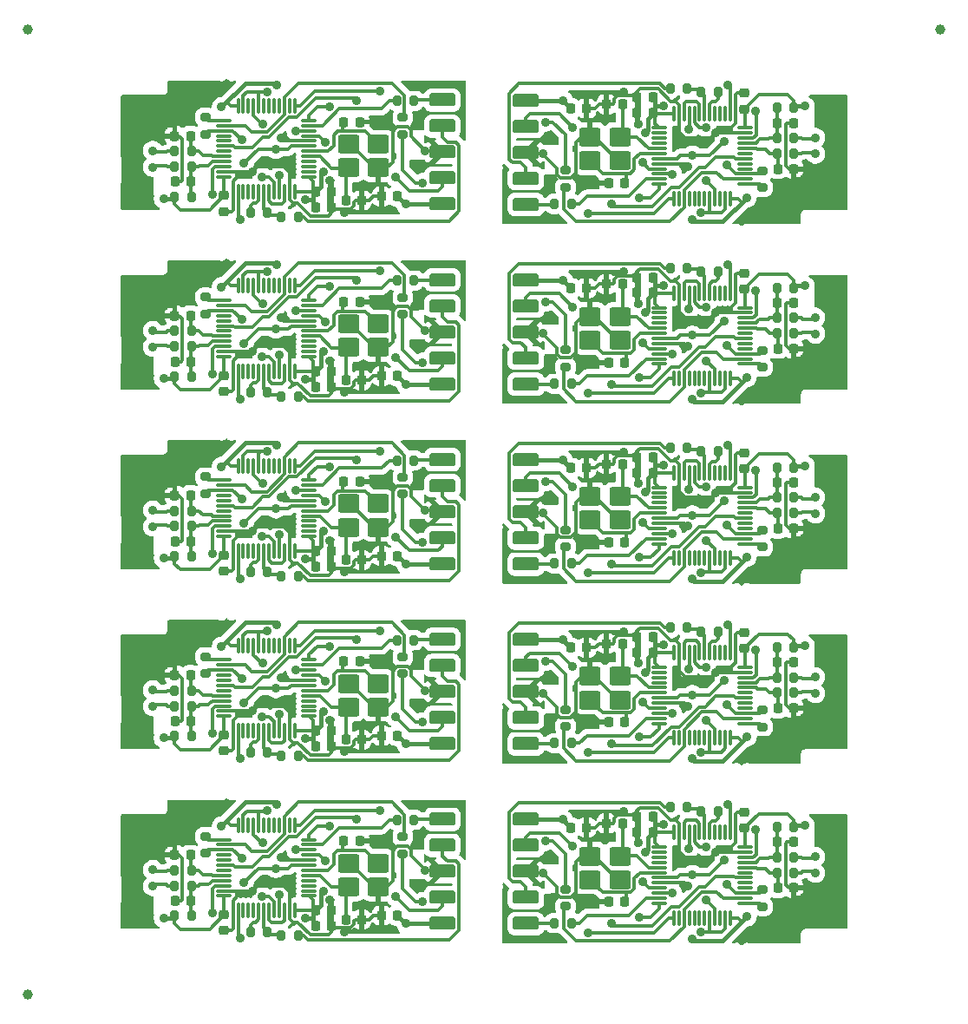
<source format=gbr>
%TF.GenerationSoftware,KiCad,Pcbnew,9.0.3*%
%TF.CreationDate,2025-07-30T17:20:14+02:00*%
%TF.ProjectId,Untitled6,556e7469-746c-4656-9436-2e6b69636164,rev?*%
%TF.SameCoordinates,Original*%
%TF.FileFunction,Copper,L1,Top*%
%TF.FilePolarity,Positive*%
%FSLAX46Y46*%
G04 Gerber Fmt 4.6, Leading zero omitted, Abs format (unit mm)*
G04 Created by KiCad (PCBNEW 9.0.3) date 2025-07-30 17:20:14*
%MOMM*%
%LPD*%
G01*
G04 APERTURE LIST*
G04 Aperture macros list*
%AMRoundRect*
0 Rectangle with rounded corners*
0 $1 Rounding radius*
0 $2 $3 $4 $5 $6 $7 $8 $9 X,Y pos of 4 corners*
0 Add a 4 corners polygon primitive as box body*
4,1,4,$2,$3,$4,$5,$6,$7,$8,$9,$2,$3,0*
0 Add four circle primitives for the rounded corners*
1,1,$1+$1,$2,$3*
1,1,$1+$1,$4,$5*
1,1,$1+$1,$6,$7*
1,1,$1+$1,$8,$9*
0 Add four rect primitives between the rounded corners*
20,1,$1+$1,$2,$3,$4,$5,0*
20,1,$1+$1,$4,$5,$6,$7,0*
20,1,$1+$1,$6,$7,$8,$9,0*
20,1,$1+$1,$8,$9,$2,$3,0*%
G04 Aperture macros list end*
%TA.AperFunction,SMDPad,CuDef*%
%ADD10RoundRect,0.225000X0.225000X0.250000X-0.225000X0.250000X-0.225000X-0.250000X0.225000X-0.250000X0*%
%TD*%
%TA.AperFunction,SMDPad,CuDef*%
%ADD11RoundRect,0.200000X0.275000X-0.200000X0.275000X0.200000X-0.275000X0.200000X-0.275000X-0.200000X0*%
%TD*%
%TA.AperFunction,SMDPad,CuDef*%
%ADD12RoundRect,0.200000X-0.275000X0.200000X-0.275000X-0.200000X0.275000X-0.200000X0.275000X0.200000X0*%
%TD*%
%TA.AperFunction,SMDPad,CuDef*%
%ADD13RoundRect,0.200000X-0.200000X-0.275000X0.200000X-0.275000X0.200000X0.275000X-0.200000X0.275000X0*%
%TD*%
%TA.AperFunction,SMDPad,CuDef*%
%ADD14RoundRect,0.200000X0.200000X0.275000X-0.200000X0.275000X-0.200000X-0.275000X0.200000X-0.275000X0*%
%TD*%
%TA.AperFunction,SMDPad,CuDef*%
%ADD15RoundRect,0.190500X-1.079500X-0.444500X1.079500X-0.444500X1.079500X0.444500X-1.079500X0.444500X0*%
%TD*%
%TA.AperFunction,SMDPad,CuDef*%
%ADD16RoundRect,0.225000X-0.225000X-0.250000X0.225000X-0.250000X0.225000X0.250000X-0.225000X0.250000X0*%
%TD*%
%TA.AperFunction,SMDPad,CuDef*%
%ADD17C,1.000000*%
%TD*%
%TA.AperFunction,SMDPad,CuDef*%
%ADD18RoundRect,0.225000X0.250000X-0.225000X0.250000X0.225000X-0.250000X0.225000X-0.250000X-0.225000X0*%
%TD*%
%TA.AperFunction,SMDPad,CuDef*%
%ADD19RoundRect,0.250000X-0.800000X-0.650000X0.800000X-0.650000X0.800000X0.650000X-0.800000X0.650000X0*%
%TD*%
%TA.AperFunction,SMDPad,CuDef*%
%ADD20RoundRect,0.225000X-0.250000X0.225000X-0.250000X-0.225000X0.250000X-0.225000X0.250000X0.225000X0*%
%TD*%
%TA.AperFunction,SMDPad,CuDef*%
%ADD21RoundRect,0.250000X0.800000X0.650000X-0.800000X0.650000X-0.800000X-0.650000X0.800000X-0.650000X0*%
%TD*%
%TA.AperFunction,SMDPad,CuDef*%
%ADD22RoundRect,0.075000X-0.662500X-0.075000X0.662500X-0.075000X0.662500X0.075000X-0.662500X0.075000X0*%
%TD*%
%TA.AperFunction,SMDPad,CuDef*%
%ADD23RoundRect,0.075000X-0.075000X-0.662500X0.075000X-0.662500X0.075000X0.662500X-0.075000X0.662500X0*%
%TD*%
%TA.AperFunction,SMDPad,CuDef*%
%ADD24RoundRect,0.190500X1.079500X0.444500X-1.079500X0.444500X-1.079500X-0.444500X1.079500X-0.444500X0*%
%TD*%
%TA.AperFunction,SMDPad,CuDef*%
%ADD25RoundRect,0.075000X0.662500X0.075000X-0.662500X0.075000X-0.662500X-0.075000X0.662500X-0.075000X0*%
%TD*%
%TA.AperFunction,SMDPad,CuDef*%
%ADD26RoundRect,0.075000X0.075000X0.662500X-0.075000X0.662500X-0.075000X-0.662500X0.075000X-0.662500X0*%
%TD*%
%TA.AperFunction,ViaPad*%
%ADD27C,0.900000*%
%TD*%
%TA.AperFunction,Conductor*%
%ADD28C,0.300000*%
%TD*%
%TA.AperFunction,Conductor*%
%ADD29C,0.400000*%
%TD*%
G04 APERTURE END LIST*
D10*
%TO.P,C15,1*%
%TO.N,Board_2-/USB_P*%
X119876522Y-54902022D03*
%TO.P,C15,2*%
%TO.N,Board_2-Earth*%
X118326522Y-54902022D03*
%TD*%
D11*
%TO.P,R14,1*%
%TO.N,Board_7-/T_JTCK*%
X156439239Y-90514739D03*
%TO.P,R14,2*%
%TO.N,Board_7-Net-(J2-Pin_2)*%
X156439239Y-88864739D03*
%TD*%
D12*
%TO.P,R5,1*%
%TO.N,Board_9-/T_JTMS*%
X175699239Y-106444739D03*
%TO.P,R5,2*%
%TO.N,Board_9-/T_SWDIO_IN*%
X175699239Y-108094739D03*
%TD*%
D13*
%TO.P,R9,1*%
%TO.N,Board_1-Net-(J2-Pin_9)*%
X155374239Y-39529739D03*
%TO.P,R9,2*%
%TO.N,Board_1-/Pin_navic*%
X157024239Y-39529739D03*
%TD*%
%TO.P,R2,1*%
%TO.N,Board_0-/D-*%
X118270761Y-34391261D03*
%TO.P,R2,2*%
%TO.N,Board_0-/USB_N*%
X119920761Y-34391261D03*
%TD*%
D10*
%TO.P,C2,1*%
%TO.N,Board_2-Earth*%
X136545761Y-56731261D03*
%TO.P,C2,2*%
%TO.N,Board_2-/OSC_IN?*%
X134995761Y-56731261D03*
%TD*%
%TO.P,C14,1*%
%TO.N,Board_4-/USB_N*%
X119845761Y-67971261D03*
%TO.P,C14,2*%
%TO.N,Board_4-Earth*%
X118295761Y-67971261D03*
%TD*%
D14*
%TO.P,R9,1*%
%TO.N,Board_6-Net-(J2-Pin_9)*%
X141625761Y-82091261D03*
%TO.P,R9,2*%
%TO.N,Board_6-/Pin_navic*%
X139975761Y-82091261D03*
%TD*%
D15*
%TO.P,J2,1,Pin_1*%
%TO.N,Board_5-+3V3*%
X152569239Y-64509739D03*
%TO.P,J2,3,Pin_3*%
%TO.N,Board_5-Net-(J2-Pin_3)*%
X152569239Y-67049739D03*
%TO.P,J2,5,Pin_5*%
%TO.N,Board_5-Earth*%
X152569239Y-69589739D03*
%TO.P,J2,7,Pin_7*%
%TO.N,Board_5-Net-(J2-Pin_7)*%
X152569239Y-72129739D03*
%TO.P,J2,9,Pin_9*%
%TO.N,Board_5-Net-(J2-Pin_9)*%
X152569239Y-74669739D03*
%TD*%
D10*
%TO.P,C2,1*%
%TO.N,Board_4-Earth*%
X136545761Y-74271261D03*
%TO.P,C2,2*%
%TO.N,Board_4-/OSC_IN?*%
X134995761Y-74271261D03*
%TD*%
D12*
%TO.P,R5,1*%
%TO.N,Board_7-/T_JTMS*%
X175699239Y-88904739D03*
%TO.P,R5,2*%
%TO.N,Board_7-/T_SWDIO_IN*%
X175699239Y-90554739D03*
%TD*%
D16*
%TO.P,C9,1*%
%TO.N,Board_9-+3V3*%
X156954239Y-100369739D03*
%TO.P,C9,2*%
%TO.N,Board_9-Earth*%
X158504239Y-100369739D03*
%TD*%
%TO.P,C5,1*%
%TO.N,Board_4-+3V3*%
X132026522Y-73412022D03*
%TO.P,C5,2*%
%TO.N,Board_4-Earth*%
X133576522Y-73412022D03*
%TD*%
D17*
%TO.P,KiKit_FID_T_3,*%
%TO.N,*%
X103990000Y-116661500D03*
%TD*%
D13*
%TO.P,R26,1*%
%TO.N,Board_1-/T_NRST*%
X169654239Y-28619739D03*
%TO.P,R26,2*%
%TO.N,Board_1-Net-(U1-PB5)*%
X171304239Y-28619739D03*
%TD*%
D16*
%TO.P,C2,1*%
%TO.N,Board_1-Earth*%
X160454239Y-29809739D03*
%TO.P,C2,2*%
%TO.N,Board_1-/OSC_IN?*%
X162004239Y-29809739D03*
%TD*%
D18*
%TO.P,C6,1*%
%TO.N,Board_9-+3V3*%
X173879239Y-100444739D03*
%TO.P,C6,2*%
%TO.N,Board_9-Earth*%
X173879239Y-98894739D03*
%TD*%
D17*
%TO.P,KiKit_FID_T_1,*%
%TO.N,*%
X103990000Y-22500000D03*
%TD*%
D14*
%TO.P,R3,1*%
%TO.N,Board_9-/D+*%
X178729239Y-103269739D03*
%TO.P,R3,2*%
%TO.N,Board_9-/USB_P*%
X177079239Y-103269739D03*
%TD*%
D13*
%TO.P,R3,1*%
%TO.N,Board_6-/D+*%
X118270761Y-88511261D03*
%TO.P,R3,2*%
%TO.N,Board_6-/USB_P*%
X119920761Y-88511261D03*
%TD*%
D16*
%TO.P,C4,1*%
%TO.N,Board_4-+3V3*%
X132026522Y-74932022D03*
%TO.P,C4,2*%
%TO.N,Board_4-Earth*%
X133576522Y-74932022D03*
%TD*%
D12*
%TO.P,R5,1*%
%TO.N,Board_3-/T_JTMS*%
X175699239Y-53824739D03*
%TO.P,R5,2*%
%TO.N,Board_3-/T_SWDIO_IN*%
X175699239Y-55474739D03*
%TD*%
D13*
%TO.P,R3,1*%
%TO.N,Board_2-/D+*%
X118270761Y-53431261D03*
%TO.P,R3,2*%
%TO.N,Board_2-/USB_P*%
X119920761Y-53431261D03*
%TD*%
D14*
%TO.P,R26,1*%
%TO.N,Board_0-/T_NRST*%
X127345761Y-40381261D03*
%TO.P,R26,2*%
%TO.N,Board_0-Net-(U1-PB5)*%
X125695761Y-40381261D03*
%TD*%
D19*
%TO.P,Y1,1,1*%
%TO.N,Board_9-/OSC_OUT*%
X158849239Y-105459739D03*
%TO.P,Y1,2,2*%
%TO.N,Board_9-Earth*%
X161749239Y-105459739D03*
%TO.P,Y1,3,3*%
%TO.N,Board_9-/OSC_IN?*%
X161749239Y-103159739D03*
%TO.P,Y1,4,4*%
%TO.N,Board_9-Earth*%
X158849239Y-103159739D03*
%TD*%
D13*
%TO.P,R9,1*%
%TO.N,Board_5-Net-(J2-Pin_9)*%
X155374239Y-74609739D03*
%TO.P,R9,2*%
%TO.N,Board_5-/Pin_navic*%
X157024239Y-74609739D03*
%TD*%
D14*
%TO.P,R4,1*%
%TO.N,Board_5-+3V3*%
X178713478Y-65248978D03*
%TO.P,R4,2*%
%TO.N,Board_5-/USB_P*%
X177063478Y-65248978D03*
%TD*%
D11*
%TO.P,R14,1*%
%TO.N,Board_9-/T_JTCK*%
X156439239Y-108054739D03*
%TO.P,R14,2*%
%TO.N,Board_9-Net-(J2-Pin_2)*%
X156439239Y-106404739D03*
%TD*%
D13*
%TO.P,R26,1*%
%TO.N,Board_3-/T_NRST*%
X169654239Y-46159739D03*
%TO.P,R26,2*%
%TO.N,Board_3-Net-(U1-PB5)*%
X171304239Y-46159739D03*
%TD*%
D20*
%TO.P,C6,1*%
%TO.N,Board_8-+3V3*%
X123120761Y-108876261D03*
%TO.P,C6,2*%
%TO.N,Board_8-Earth*%
X123120761Y-110426261D03*
%TD*%
D10*
%TO.P,C14,1*%
%TO.N,Board_8-/USB_N*%
X119845761Y-103051261D03*
%TO.P,C14,2*%
%TO.N,Board_8-Earth*%
X118295761Y-103051261D03*
%TD*%
D18*
%TO.P,C6,1*%
%TO.N,Board_7-+3V3*%
X173879239Y-82904739D03*
%TO.P,C6,2*%
%TO.N,Board_7-Earth*%
X173879239Y-81354739D03*
%TD*%
D13*
%TO.P,R3,1*%
%TO.N,Board_8-/D+*%
X118270761Y-106051261D03*
%TO.P,R3,2*%
%TO.N,Board_8-/USB_P*%
X119920761Y-106051261D03*
%TD*%
D12*
%TO.P,R5,1*%
%TO.N,Board_1-/T_JTMS*%
X175699239Y-36284739D03*
%TO.P,R5,2*%
%TO.N,Board_1-/T_SWDIO_IN*%
X175699239Y-37934739D03*
%TD*%
D13*
%TO.P,R1,1*%
%TO.N,Board_3-Net-(J2-Pin_7)*%
X166673478Y-45768978D03*
%TO.P,R1,2*%
%TO.N,Board_3-/T_NRST*%
X168323478Y-45768978D03*
%TD*%
D21*
%TO.P,Y1,1,1*%
%TO.N,Board_4-/OSC_OUT*%
X138150761Y-68781261D03*
%TO.P,Y1,2,2*%
%TO.N,Board_4-Earth*%
X135250761Y-68781261D03*
%TO.P,Y1,3,3*%
%TO.N,Board_4-/OSC_IN?*%
X135250761Y-71081261D03*
%TO.P,Y1,4,4*%
%TO.N,Board_4-Earth*%
X138150761Y-71081261D03*
%TD*%
D10*
%TO.P,C4,1*%
%TO.N,Board_9-+3V3*%
X164973478Y-99308978D03*
%TO.P,C4,2*%
%TO.N,Board_9-Earth*%
X163423478Y-99308978D03*
%TD*%
D13*
%TO.P,R4,1*%
%TO.N,Board_2-+3V3*%
X118286522Y-56372022D03*
%TO.P,R4,2*%
%TO.N,Board_2-/USB_P*%
X119936522Y-56372022D03*
%TD*%
D10*
%TO.P,C5,1*%
%TO.N,Board_9-+3V3*%
X164973478Y-100828978D03*
%TO.P,C5,2*%
%TO.N,Board_9-Earth*%
X163423478Y-100828978D03*
%TD*%
D14*
%TO.P,R2,1*%
%TO.N,Board_7-/D-*%
X178729239Y-87229739D03*
%TO.P,R2,2*%
%TO.N,Board_7-/USB_N*%
X177079239Y-87229739D03*
%TD*%
D11*
%TO.P,R5,1*%
%TO.N,Board_4-/T_JTMS*%
X121300761Y-67796261D03*
%TO.P,R5,2*%
%TO.N,Board_4-/T_SWDIO_IN*%
X121300761Y-66146261D03*
%TD*%
D12*
%TO.P,R14,1*%
%TO.N,Board_8-/T_JTCK*%
X140560761Y-101266261D03*
%TO.P,R14,2*%
%TO.N,Board_8-Net-(J2-Pin_2)*%
X140560761Y-102916261D03*
%TD*%
D11*
%TO.P,R14,1*%
%TO.N,Board_1-/T_JTCK*%
X156439239Y-37894739D03*
%TO.P,R14,2*%
%TO.N,Board_1-Net-(J2-Pin_2)*%
X156439239Y-36244739D03*
%TD*%
%TO.P,R5,1*%
%TO.N,Board_6-/T_JTMS*%
X121300761Y-85336261D03*
%TO.P,R5,2*%
%TO.N,Board_6-/T_SWDIO_IN*%
X121300761Y-83686261D03*
%TD*%
D10*
%TO.P,C15,1*%
%TO.N,Board_6-/USB_P*%
X119876522Y-89982022D03*
%TO.P,C15,2*%
%TO.N,Board_6-Earth*%
X118326522Y-89982022D03*
%TD*%
D16*
%TO.P,C15,1*%
%TO.N,Board_1-/USB_P*%
X177123478Y-31638978D03*
%TO.P,C15,2*%
%TO.N,Board_1-Earth*%
X178673478Y-31638978D03*
%TD*%
%TO.P,C1,1*%
%TO.N,Board_1-Earth*%
X160664239Y-37469739D03*
%TO.P,C1,2*%
%TO.N,Board_1-/OSC_OUT*%
X162214239Y-37469739D03*
%TD*%
D13*
%TO.P,R1,1*%
%TO.N,Board_7-Net-(J2-Pin_7)*%
X166673478Y-80848978D03*
%TO.P,R1,2*%
%TO.N,Board_7-/T_NRST*%
X168323478Y-80848978D03*
%TD*%
%TO.P,R3,1*%
%TO.N,Board_4-/D+*%
X118270761Y-70971261D03*
%TO.P,R3,2*%
%TO.N,Board_4-/USB_P*%
X119920761Y-70971261D03*
%TD*%
D11*
%TO.P,R14,1*%
%TO.N,Board_5-/T_JTCK*%
X156439239Y-72974739D03*
%TO.P,R14,2*%
%TO.N,Board_5-Net-(J2-Pin_2)*%
X156439239Y-71324739D03*
%TD*%
D10*
%TO.P,C2,1*%
%TO.N,Board_6-Earth*%
X136545761Y-91811261D03*
%TO.P,C2,2*%
%TO.N,Board_6-/OSC_IN?*%
X134995761Y-91811261D03*
%TD*%
D21*
%TO.P,Y1,1,1*%
%TO.N,Board_2-/OSC_OUT*%
X138150761Y-51241261D03*
%TO.P,Y1,2,2*%
%TO.N,Board_2-Earth*%
X135250761Y-51241261D03*
%TO.P,Y1,3,3*%
%TO.N,Board_2-/OSC_IN?*%
X135250761Y-53541261D03*
%TO.P,Y1,4,4*%
%TO.N,Board_2-Earth*%
X138150761Y-53541261D03*
%TD*%
D10*
%TO.P,C15,1*%
%TO.N,Board_0-/USB_P*%
X119876522Y-37362022D03*
%TO.P,C15,2*%
%TO.N,Board_0-Earth*%
X118326522Y-37362022D03*
%TD*%
D16*
%TO.P,C15,1*%
%TO.N,Board_7-/USB_P*%
X177123478Y-84258978D03*
%TO.P,C15,2*%
%TO.N,Board_7-Earth*%
X178673478Y-84258978D03*
%TD*%
%TO.P,C4,1*%
%TO.N,Board_0-+3V3*%
X132026522Y-39852022D03*
%TO.P,C4,2*%
%TO.N,Board_0-Earth*%
X133576522Y-39852022D03*
%TD*%
%TO.P,C4,1*%
%TO.N,Board_2-+3V3*%
X132026522Y-57392022D03*
%TO.P,C4,2*%
%TO.N,Board_2-Earth*%
X133576522Y-57392022D03*
%TD*%
D21*
%TO.P,Y1,1,1*%
%TO.N,Board_0-/OSC_OUT*%
X138150761Y-33701261D03*
%TO.P,Y1,2,2*%
%TO.N,Board_0-Earth*%
X135250761Y-33701261D03*
%TO.P,Y1,3,3*%
%TO.N,Board_0-/OSC_IN?*%
X135250761Y-36001261D03*
%TO.P,Y1,4,4*%
%TO.N,Board_0-Earth*%
X138150761Y-36001261D03*
%TD*%
D10*
%TO.P,C14,1*%
%TO.N,Board_2-/USB_N*%
X119845761Y-50431261D03*
%TO.P,C14,2*%
%TO.N,Board_2-Earth*%
X118295761Y-50431261D03*
%TD*%
%TO.P,C5,1*%
%TO.N,Board_3-+3V3*%
X164973478Y-48208978D03*
%TO.P,C5,2*%
%TO.N,Board_3-Earth*%
X163423478Y-48208978D03*
%TD*%
D22*
%TO.P,U1,1,VBAT*%
%TO.N,Board_9-+3V3*%
X165604239Y-102269739D03*
%TO.P,U1,2,PC13*%
%TO.N,Board_9-unconnected-(U1-PC13-Pad2)*%
X165604239Y-102769739D03*
%TO.P,U1,3,PC14*%
%TO.N,Board_9-unconnected-(U1-PC14-Pad3)*%
X165604239Y-103269739D03*
%TO.P,U1,4,PC15*%
%TO.N,Board_9-unconnected-(U1-PC15-Pad4)*%
X165604239Y-103769739D03*
%TO.P,U1,5,PD0*%
%TO.N,Board_9-/OSC_IN?*%
X165604239Y-104269739D03*
%TO.P,U1,6,PD1*%
%TO.N,Board_9-/OSC_OUT*%
X165604239Y-104769739D03*
%TO.P,U1,7,NRST*%
%TO.N,Board_9-/STM_RST*%
X165604239Y-105269739D03*
%TO.P,U1,8,VSSA*%
%TO.N,Board_9-Earth*%
X165604239Y-105769739D03*
%TO.P,U1,9,VDDA*%
%TO.N,Board_9-+3V3*%
X165604239Y-106269739D03*
%TO.P,U1,10,PA0*%
%TO.N,Board_9-/AIN1*%
X165604239Y-106769739D03*
%TO.P,U1,11,PA1*%
%TO.N,Board_9-/Pin_navic*%
X165604239Y-107269739D03*
%TO.P,U1,12,PA2*%
%TO.N,Board_9-/STLINK_TX*%
X165604239Y-107769739D03*
D23*
%TO.P,U1,13,PA3*%
%TO.N,Board_9-/STLINK_RX*%
X167016739Y-109182239D03*
%TO.P,U1,14,PA4*%
%TO.N,Board_9-unconnected-(U1-PA4-Pad14)*%
X167516739Y-109182239D03*
%TO.P,U1,15,PA5*%
%TO.N,Board_9-/T_JTCK*%
X168016739Y-109182239D03*
%TO.P,U1,16,PA6*%
%TO.N,Board_9-/T_JTDO*%
X168516739Y-109182239D03*
%TO.P,U1,17,PA7*%
%TO.N,Board_9-/T_JTDI*%
X169016739Y-109182239D03*
%TO.P,U1,18,PB0*%
%TO.N,Board_9-unconnected-(U1-PB0-Pad18)*%
X169516739Y-109182239D03*
%TO.P,U1,19,PB1*%
%TO.N,Board_9-/T_JRST*%
X170016739Y-109182239D03*
%TO.P,U1,20,PB2*%
%TO.N,Board_9-Earth*%
X170516739Y-109182239D03*
%TO.P,U1,21,PB10*%
%TO.N,Board_9-/T_SWIM*%
X171016739Y-109182239D03*
%TO.P,U1,22,PB11*%
%TO.N,Board_9-/PB11*%
X171516739Y-109182239D03*
%TO.P,U1,23,VSS*%
%TO.N,Board_9-Earth*%
X172016739Y-109182239D03*
%TO.P,U1,24,VDD*%
%TO.N,Board_9-+3V3*%
X172516739Y-109182239D03*
D22*
%TO.P,U1,25,PB12*%
%TO.N,Board_9-/T_SWDIO_IN*%
X173929239Y-107769739D03*
%TO.P,U1,26,PB13*%
%TO.N,Board_9-/T_JTCK*%
X173929239Y-107269739D03*
%TO.P,U1,27,PB14*%
%TO.N,Board_9-/T_JTMS*%
X173929239Y-106769739D03*
%TO.P,U1,28,PB15*%
%TO.N,Board_9-unconnected-(U1-PB15-Pad28)*%
X173929239Y-106269739D03*
%TO.P,U1,29,PA8*%
%TO.N,Board_9-unconnected-(U1-PA8-Pad29)*%
X173929239Y-105769739D03*
%TO.P,U1,30,PA9*%
%TO.N,Board_9-/LED_STLINK*%
X173929239Y-105269739D03*
%TO.P,U1,31,PA10*%
%TO.N,Board_9-/T_SWO*%
X173929239Y-104769739D03*
%TO.P,U1,32,PA11*%
%TO.N,Board_9-/USB_N*%
X173929239Y-104269739D03*
%TO.P,U1,33,PA12*%
%TO.N,Board_9-/USB_P*%
X173929239Y-103769739D03*
%TO.P,U1,34,PA13*%
%TO.N,Board_9-/SWDIO*%
X173929239Y-103269739D03*
%TO.P,U1,35,VSS*%
%TO.N,Board_9-Earth*%
X173929239Y-102769739D03*
%TO.P,U1,36,VDD*%
%TO.N,Board_9-+3V3*%
X173929239Y-102269739D03*
D23*
%TO.P,U1,37,PA14*%
%TO.N,Board_9-/SWCLK*%
X172516739Y-100857239D03*
%TO.P,U1,38,PA15*%
%TO.N,Board_9-unconnected-(U1-PA15-Pad38)*%
X172016739Y-100857239D03*
%TO.P,U1,39,PB3*%
%TO.N,Board_9-unconnected-(U1-PB3-Pad39)*%
X171516739Y-100857239D03*
%TO.P,U1,40,PB4*%
%TO.N,Board_9-unconnected-(U1-PB4-Pad40)*%
X171016739Y-100857239D03*
%TO.P,U1,41,PB5*%
%TO.N,Board_9-Net-(U1-PB5)*%
X170516739Y-100857239D03*
%TO.P,U1,42,PB6*%
%TO.N,Board_9-/T_NRST*%
X170016739Y-100857239D03*
%TO.P,U1,43,PB7*%
%TO.N,Board_9-Net-(U1-PB7)*%
X169516739Y-100857239D03*
%TO.P,U1,44,BOOT0*%
%TO.N,Board_9-Net-(U1-BOOT0)*%
X169016739Y-100857239D03*
%TO.P,U1,45,PB8*%
%TO.N,Board_9-/T_SWIM*%
X168516739Y-100857239D03*
%TO.P,U1,46,PB9*%
%TO.N,Board_9-Net-(U1-PB7)*%
X168016739Y-100857239D03*
%TO.P,U1,47,VSS*%
%TO.N,Board_9-Earth*%
X167516739Y-100857239D03*
%TO.P,U1,48,VDD*%
%TO.N,Board_9-+3V3*%
X167016739Y-100857239D03*
%TD*%
D24*
%TO.P,J2,1,Pin_1*%
%TO.N,Board_0-+3V3*%
X144430761Y-39571261D03*
%TO.P,J2,3,Pin_3*%
%TO.N,Board_0-Net-(J2-Pin_3)*%
X144430761Y-37031261D03*
%TO.P,J2,5,Pin_5*%
%TO.N,Board_0-Earth*%
X144430761Y-34491261D03*
%TO.P,J2,7,Pin_7*%
%TO.N,Board_0-Net-(J2-Pin_7)*%
X144430761Y-31951261D03*
%TO.P,J2,9,Pin_9*%
%TO.N,Board_0-Net-(J2-Pin_9)*%
X144430761Y-29411261D03*
%TD*%
D16*
%TO.P,C1,1*%
%TO.N,Board_9-Earth*%
X160664239Y-107629739D03*
%TO.P,C1,2*%
%TO.N,Board_9-/OSC_OUT*%
X162214239Y-107629739D03*
%TD*%
D14*
%TO.P,R9,1*%
%TO.N,Board_8-Net-(J2-Pin_9)*%
X141625761Y-99631261D03*
%TO.P,R9,2*%
%TO.N,Board_8-/Pin_navic*%
X139975761Y-99631261D03*
%TD*%
%TO.P,R1,1*%
%TO.N,Board_6-Net-(J2-Pin_7)*%
X130326522Y-93392022D03*
%TO.P,R1,2*%
%TO.N,Board_6-/T_NRST*%
X128676522Y-93392022D03*
%TD*%
D13*
%TO.P,R9,1*%
%TO.N,Board_3-Net-(J2-Pin_9)*%
X155374239Y-57069739D03*
%TO.P,R9,2*%
%TO.N,Board_3-/Pin_navic*%
X157024239Y-57069739D03*
%TD*%
D15*
%TO.P,J2,1,Pin_1*%
%TO.N,Board_9-+3V3*%
X152569239Y-99589739D03*
%TO.P,J2,3,Pin_3*%
%TO.N,Board_9-Net-(J2-Pin_3)*%
X152569239Y-102129739D03*
%TO.P,J2,5,Pin_5*%
%TO.N,Board_9-Earth*%
X152569239Y-104669739D03*
%TO.P,J2,7,Pin_7*%
%TO.N,Board_9-Net-(J2-Pin_7)*%
X152569239Y-107209739D03*
%TO.P,J2,9,Pin_9*%
%TO.N,Board_9-Net-(J2-Pin_9)*%
X152569239Y-109749739D03*
%TD*%
D14*
%TO.P,R2,1*%
%TO.N,Board_5-/D-*%
X178729239Y-69689739D03*
%TO.P,R2,2*%
%TO.N,Board_5-/USB_N*%
X177079239Y-69689739D03*
%TD*%
D25*
%TO.P,U1,1,VBAT*%
%TO.N,Board_6-+3V3*%
X131395761Y-89511261D03*
%TO.P,U1,2,PC13*%
%TO.N,Board_6-unconnected-(U1-PC13-Pad2)*%
X131395761Y-89011261D03*
%TO.P,U1,3,PC14*%
%TO.N,Board_6-unconnected-(U1-PC14-Pad3)*%
X131395761Y-88511261D03*
%TO.P,U1,4,PC15*%
%TO.N,Board_6-unconnected-(U1-PC15-Pad4)*%
X131395761Y-88011261D03*
%TO.P,U1,5,PD0*%
%TO.N,Board_6-/OSC_IN?*%
X131395761Y-87511261D03*
%TO.P,U1,6,PD1*%
%TO.N,Board_6-/OSC_OUT*%
X131395761Y-87011261D03*
%TO.P,U1,7,NRST*%
%TO.N,Board_6-/STM_RST*%
X131395761Y-86511261D03*
%TO.P,U1,8,VSSA*%
%TO.N,Board_6-Earth*%
X131395761Y-86011261D03*
%TO.P,U1,9,VDDA*%
%TO.N,Board_6-+3V3*%
X131395761Y-85511261D03*
%TO.P,U1,10,PA0*%
%TO.N,Board_6-/AIN1*%
X131395761Y-85011261D03*
%TO.P,U1,11,PA1*%
%TO.N,Board_6-/Pin_navic*%
X131395761Y-84511261D03*
%TO.P,U1,12,PA2*%
%TO.N,Board_6-/STLINK_TX*%
X131395761Y-84011261D03*
D26*
%TO.P,U1,13,PA3*%
%TO.N,Board_6-/STLINK_RX*%
X129983261Y-82598761D03*
%TO.P,U1,14,PA4*%
%TO.N,Board_6-unconnected-(U1-PA4-Pad14)*%
X129483261Y-82598761D03*
%TO.P,U1,15,PA5*%
%TO.N,Board_6-/T_JTCK*%
X128983261Y-82598761D03*
%TO.P,U1,16,PA6*%
%TO.N,Board_6-/T_JTDO*%
X128483261Y-82598761D03*
%TO.P,U1,17,PA7*%
%TO.N,Board_6-/T_JTDI*%
X127983261Y-82598761D03*
%TO.P,U1,18,PB0*%
%TO.N,Board_6-unconnected-(U1-PB0-Pad18)*%
X127483261Y-82598761D03*
%TO.P,U1,19,PB1*%
%TO.N,Board_6-/T_JRST*%
X126983261Y-82598761D03*
%TO.P,U1,20,PB2*%
%TO.N,Board_6-Earth*%
X126483261Y-82598761D03*
%TO.P,U1,21,PB10*%
%TO.N,Board_6-/T_SWIM*%
X125983261Y-82598761D03*
%TO.P,U1,22,PB11*%
%TO.N,Board_6-/PB11*%
X125483261Y-82598761D03*
%TO.P,U1,23,VSS*%
%TO.N,Board_6-Earth*%
X124983261Y-82598761D03*
%TO.P,U1,24,VDD*%
%TO.N,Board_6-+3V3*%
X124483261Y-82598761D03*
D25*
%TO.P,U1,25,PB12*%
%TO.N,Board_6-/T_SWDIO_IN*%
X123070761Y-84011261D03*
%TO.P,U1,26,PB13*%
%TO.N,Board_6-/T_JTCK*%
X123070761Y-84511261D03*
%TO.P,U1,27,PB14*%
%TO.N,Board_6-/T_JTMS*%
X123070761Y-85011261D03*
%TO.P,U1,28,PB15*%
%TO.N,Board_6-unconnected-(U1-PB15-Pad28)*%
X123070761Y-85511261D03*
%TO.P,U1,29,PA8*%
%TO.N,Board_6-unconnected-(U1-PA8-Pad29)*%
X123070761Y-86011261D03*
%TO.P,U1,30,PA9*%
%TO.N,Board_6-/LED_STLINK*%
X123070761Y-86511261D03*
%TO.P,U1,31,PA10*%
%TO.N,Board_6-/T_SWO*%
X123070761Y-87011261D03*
%TO.P,U1,32,PA11*%
%TO.N,Board_6-/USB_N*%
X123070761Y-87511261D03*
%TO.P,U1,33,PA12*%
%TO.N,Board_6-/USB_P*%
X123070761Y-88011261D03*
%TO.P,U1,34,PA13*%
%TO.N,Board_6-/SWDIO*%
X123070761Y-88511261D03*
%TO.P,U1,35,VSS*%
%TO.N,Board_6-Earth*%
X123070761Y-89011261D03*
%TO.P,U1,36,VDD*%
%TO.N,Board_6-+3V3*%
X123070761Y-89511261D03*
D26*
%TO.P,U1,37,PA14*%
%TO.N,Board_6-/SWCLK*%
X124483261Y-90923761D03*
%TO.P,U1,38,PA15*%
%TO.N,Board_6-unconnected-(U1-PA15-Pad38)*%
X124983261Y-90923761D03*
%TO.P,U1,39,PB3*%
%TO.N,Board_6-unconnected-(U1-PB3-Pad39)*%
X125483261Y-90923761D03*
%TO.P,U1,40,PB4*%
%TO.N,Board_6-unconnected-(U1-PB4-Pad40)*%
X125983261Y-90923761D03*
%TO.P,U1,41,PB5*%
%TO.N,Board_6-Net-(U1-PB5)*%
X126483261Y-90923761D03*
%TO.P,U1,42,PB6*%
%TO.N,Board_6-/T_NRST*%
X126983261Y-90923761D03*
%TO.P,U1,43,PB7*%
%TO.N,Board_6-Net-(U1-PB7)*%
X127483261Y-90923761D03*
%TO.P,U1,44,BOOT0*%
%TO.N,Board_6-Net-(U1-BOOT0)*%
X127983261Y-90923761D03*
%TO.P,U1,45,PB8*%
%TO.N,Board_6-/T_SWIM*%
X128483261Y-90923761D03*
%TO.P,U1,46,PB9*%
%TO.N,Board_6-Net-(U1-PB7)*%
X128983261Y-90923761D03*
%TO.P,U1,47,VSS*%
%TO.N,Board_6-Earth*%
X129483261Y-90923761D03*
%TO.P,U1,48,VDD*%
%TO.N,Board_6-+3V3*%
X129983261Y-90923761D03*
%TD*%
D16*
%TO.P,C5,1*%
%TO.N,Board_8-+3V3*%
X132026522Y-108492022D03*
%TO.P,C5,2*%
%TO.N,Board_8-Earth*%
X133576522Y-108492022D03*
%TD*%
D14*
%TO.P,R2,1*%
%TO.N,Board_1-/D-*%
X178729239Y-34609739D03*
%TO.P,R2,2*%
%TO.N,Board_1-/USB_N*%
X177079239Y-34609739D03*
%TD*%
D13*
%TO.P,R3,1*%
%TO.N,Board_0-/D+*%
X118270761Y-35891261D03*
%TO.P,R3,2*%
%TO.N,Board_0-/USB_P*%
X119920761Y-35891261D03*
%TD*%
D14*
%TO.P,R3,1*%
%TO.N,Board_1-/D+*%
X178729239Y-33109739D03*
%TO.P,R3,2*%
%TO.N,Board_1-/USB_P*%
X177079239Y-33109739D03*
%TD*%
D19*
%TO.P,Y1,1,1*%
%TO.N,Board_7-/OSC_OUT*%
X158849239Y-87919739D03*
%TO.P,Y1,2,2*%
%TO.N,Board_7-Earth*%
X161749239Y-87919739D03*
%TO.P,Y1,3,3*%
%TO.N,Board_7-/OSC_IN?*%
X161749239Y-85619739D03*
%TO.P,Y1,4,4*%
%TO.N,Board_7-Earth*%
X158849239Y-85619739D03*
%TD*%
D13*
%TO.P,R26,1*%
%TO.N,Board_5-/T_NRST*%
X169654239Y-63699739D03*
%TO.P,R26,2*%
%TO.N,Board_5-Net-(U1-PB5)*%
X171304239Y-63699739D03*
%TD*%
%TO.P,R4,1*%
%TO.N,Board_0-+3V3*%
X118286522Y-38832022D03*
%TO.P,R4,2*%
%TO.N,Board_0-/USB_P*%
X119936522Y-38832022D03*
%TD*%
D10*
%TO.P,C9,1*%
%TO.N,Board_6-+3V3*%
X140045761Y-91411261D03*
%TO.P,C9,2*%
%TO.N,Board_6-Earth*%
X138495761Y-91411261D03*
%TD*%
D16*
%TO.P,C2,1*%
%TO.N,Board_5-Earth*%
X160454239Y-64889739D03*
%TO.P,C2,2*%
%TO.N,Board_5-/OSC_IN?*%
X162004239Y-64889739D03*
%TD*%
D20*
%TO.P,C6,1*%
%TO.N,Board_6-+3V3*%
X123120761Y-91336261D03*
%TO.P,C6,2*%
%TO.N,Board_6-Earth*%
X123120761Y-92886261D03*
%TD*%
D10*
%TO.P,C15,1*%
%TO.N,Board_4-/USB_P*%
X119876522Y-72442022D03*
%TO.P,C15,2*%
%TO.N,Board_4-Earth*%
X118326522Y-72442022D03*
%TD*%
%TO.P,C14,1*%
%TO.N,Board_0-/USB_N*%
X119845761Y-32891261D03*
%TO.P,C14,2*%
%TO.N,Board_0-Earth*%
X118295761Y-32891261D03*
%TD*%
%TO.P,C4,1*%
%TO.N,Board_3-+3V3*%
X164973478Y-46688978D03*
%TO.P,C4,2*%
%TO.N,Board_3-Earth*%
X163423478Y-46688978D03*
%TD*%
D16*
%TO.P,C15,1*%
%TO.N,Board_9-/USB_P*%
X177123478Y-101798978D03*
%TO.P,C15,2*%
%TO.N,Board_9-Earth*%
X178673478Y-101798978D03*
%TD*%
D14*
%TO.P,R9,1*%
%TO.N,Board_4-Net-(J2-Pin_9)*%
X141625761Y-64551261D03*
%TO.P,R9,2*%
%TO.N,Board_4-/Pin_navic*%
X139975761Y-64551261D03*
%TD*%
D10*
%TO.P,C4,1*%
%TO.N,Board_7-+3V3*%
X164973478Y-81768978D03*
%TO.P,C4,2*%
%TO.N,Board_7-Earth*%
X163423478Y-81768978D03*
%TD*%
%TO.P,C15,1*%
%TO.N,Board_8-/USB_P*%
X119876522Y-107522022D03*
%TO.P,C15,2*%
%TO.N,Board_8-Earth*%
X118326522Y-107522022D03*
%TD*%
D14*
%TO.P,R2,1*%
%TO.N,Board_3-/D-*%
X178729239Y-52149739D03*
%TO.P,R2,2*%
%TO.N,Board_3-/USB_N*%
X177079239Y-52149739D03*
%TD*%
D22*
%TO.P,U1,1,VBAT*%
%TO.N,Board_3-+3V3*%
X165604239Y-49649739D03*
%TO.P,U1,2,PC13*%
%TO.N,Board_3-unconnected-(U1-PC13-Pad2)*%
X165604239Y-50149739D03*
%TO.P,U1,3,PC14*%
%TO.N,Board_3-unconnected-(U1-PC14-Pad3)*%
X165604239Y-50649739D03*
%TO.P,U1,4,PC15*%
%TO.N,Board_3-unconnected-(U1-PC15-Pad4)*%
X165604239Y-51149739D03*
%TO.P,U1,5,PD0*%
%TO.N,Board_3-/OSC_IN?*%
X165604239Y-51649739D03*
%TO.P,U1,6,PD1*%
%TO.N,Board_3-/OSC_OUT*%
X165604239Y-52149739D03*
%TO.P,U1,7,NRST*%
%TO.N,Board_3-/STM_RST*%
X165604239Y-52649739D03*
%TO.P,U1,8,VSSA*%
%TO.N,Board_3-Earth*%
X165604239Y-53149739D03*
%TO.P,U1,9,VDDA*%
%TO.N,Board_3-+3V3*%
X165604239Y-53649739D03*
%TO.P,U1,10,PA0*%
%TO.N,Board_3-/AIN1*%
X165604239Y-54149739D03*
%TO.P,U1,11,PA1*%
%TO.N,Board_3-/Pin_navic*%
X165604239Y-54649739D03*
%TO.P,U1,12,PA2*%
%TO.N,Board_3-/STLINK_TX*%
X165604239Y-55149739D03*
D23*
%TO.P,U1,13,PA3*%
%TO.N,Board_3-/STLINK_RX*%
X167016739Y-56562239D03*
%TO.P,U1,14,PA4*%
%TO.N,Board_3-unconnected-(U1-PA4-Pad14)*%
X167516739Y-56562239D03*
%TO.P,U1,15,PA5*%
%TO.N,Board_3-/T_JTCK*%
X168016739Y-56562239D03*
%TO.P,U1,16,PA6*%
%TO.N,Board_3-/T_JTDO*%
X168516739Y-56562239D03*
%TO.P,U1,17,PA7*%
%TO.N,Board_3-/T_JTDI*%
X169016739Y-56562239D03*
%TO.P,U1,18,PB0*%
%TO.N,Board_3-unconnected-(U1-PB0-Pad18)*%
X169516739Y-56562239D03*
%TO.P,U1,19,PB1*%
%TO.N,Board_3-/T_JRST*%
X170016739Y-56562239D03*
%TO.P,U1,20,PB2*%
%TO.N,Board_3-Earth*%
X170516739Y-56562239D03*
%TO.P,U1,21,PB10*%
%TO.N,Board_3-/T_SWIM*%
X171016739Y-56562239D03*
%TO.P,U1,22,PB11*%
%TO.N,Board_3-/PB11*%
X171516739Y-56562239D03*
%TO.P,U1,23,VSS*%
%TO.N,Board_3-Earth*%
X172016739Y-56562239D03*
%TO.P,U1,24,VDD*%
%TO.N,Board_3-+3V3*%
X172516739Y-56562239D03*
D22*
%TO.P,U1,25,PB12*%
%TO.N,Board_3-/T_SWDIO_IN*%
X173929239Y-55149739D03*
%TO.P,U1,26,PB13*%
%TO.N,Board_3-/T_JTCK*%
X173929239Y-54649739D03*
%TO.P,U1,27,PB14*%
%TO.N,Board_3-/T_JTMS*%
X173929239Y-54149739D03*
%TO.P,U1,28,PB15*%
%TO.N,Board_3-unconnected-(U1-PB15-Pad28)*%
X173929239Y-53649739D03*
%TO.P,U1,29,PA8*%
%TO.N,Board_3-unconnected-(U1-PA8-Pad29)*%
X173929239Y-53149739D03*
%TO.P,U1,30,PA9*%
%TO.N,Board_3-/LED_STLINK*%
X173929239Y-52649739D03*
%TO.P,U1,31,PA10*%
%TO.N,Board_3-/T_SWO*%
X173929239Y-52149739D03*
%TO.P,U1,32,PA11*%
%TO.N,Board_3-/USB_N*%
X173929239Y-51649739D03*
%TO.P,U1,33,PA12*%
%TO.N,Board_3-/USB_P*%
X173929239Y-51149739D03*
%TO.P,U1,34,PA13*%
%TO.N,Board_3-/SWDIO*%
X173929239Y-50649739D03*
%TO.P,U1,35,VSS*%
%TO.N,Board_3-Earth*%
X173929239Y-50149739D03*
%TO.P,U1,36,VDD*%
%TO.N,Board_3-+3V3*%
X173929239Y-49649739D03*
D23*
%TO.P,U1,37,PA14*%
%TO.N,Board_3-/SWCLK*%
X172516739Y-48237239D03*
%TO.P,U1,38,PA15*%
%TO.N,Board_3-unconnected-(U1-PA15-Pad38)*%
X172016739Y-48237239D03*
%TO.P,U1,39,PB3*%
%TO.N,Board_3-unconnected-(U1-PB3-Pad39)*%
X171516739Y-48237239D03*
%TO.P,U1,40,PB4*%
%TO.N,Board_3-unconnected-(U1-PB4-Pad40)*%
X171016739Y-48237239D03*
%TO.P,U1,41,PB5*%
%TO.N,Board_3-Net-(U1-PB5)*%
X170516739Y-48237239D03*
%TO.P,U1,42,PB6*%
%TO.N,Board_3-/T_NRST*%
X170016739Y-48237239D03*
%TO.P,U1,43,PB7*%
%TO.N,Board_3-Net-(U1-PB7)*%
X169516739Y-48237239D03*
%TO.P,U1,44,BOOT0*%
%TO.N,Board_3-Net-(U1-BOOT0)*%
X169016739Y-48237239D03*
%TO.P,U1,45,PB8*%
%TO.N,Board_3-/T_SWIM*%
X168516739Y-48237239D03*
%TO.P,U1,46,PB9*%
%TO.N,Board_3-Net-(U1-PB7)*%
X168016739Y-48237239D03*
%TO.P,U1,47,VSS*%
%TO.N,Board_3-Earth*%
X167516739Y-48237239D03*
%TO.P,U1,48,VDD*%
%TO.N,Board_3-+3V3*%
X167016739Y-48237239D03*
%TD*%
D14*
%TO.P,R1,1*%
%TO.N,Board_0-Net-(J2-Pin_7)*%
X130326522Y-40772022D03*
%TO.P,R1,2*%
%TO.N,Board_0-/T_NRST*%
X128676522Y-40772022D03*
%TD*%
D16*
%TO.P,C2,1*%
%TO.N,Board_7-Earth*%
X160454239Y-82429739D03*
%TO.P,C2,2*%
%TO.N,Board_7-/OSC_IN?*%
X162004239Y-82429739D03*
%TD*%
D14*
%TO.P,R3,1*%
%TO.N,Board_5-/D+*%
X178729239Y-68189739D03*
%TO.P,R3,2*%
%TO.N,Board_5-/USB_P*%
X177079239Y-68189739D03*
%TD*%
D20*
%TO.P,C6,1*%
%TO.N,Board_2-+3V3*%
X123120761Y-56256261D03*
%TO.P,C6,2*%
%TO.N,Board_2-Earth*%
X123120761Y-57806261D03*
%TD*%
D10*
%TO.P,C9,1*%
%TO.N,Board_2-+3V3*%
X140045761Y-56331261D03*
%TO.P,C9,2*%
%TO.N,Board_2-Earth*%
X138495761Y-56331261D03*
%TD*%
D16*
%TO.P,C5,1*%
%TO.N,Board_2-+3V3*%
X132026522Y-55872022D03*
%TO.P,C5,2*%
%TO.N,Board_2-Earth*%
X133576522Y-55872022D03*
%TD*%
D13*
%TO.P,R9,1*%
%TO.N,Board_9-Net-(J2-Pin_9)*%
X155374239Y-109689739D03*
%TO.P,R9,2*%
%TO.N,Board_9-/Pin_navic*%
X157024239Y-109689739D03*
%TD*%
D18*
%TO.P,C6,1*%
%TO.N,Board_3-+3V3*%
X173879239Y-47824739D03*
%TO.P,C6,2*%
%TO.N,Board_3-Earth*%
X173879239Y-46274739D03*
%TD*%
D20*
%TO.P,C6,1*%
%TO.N,Board_0-+3V3*%
X123120761Y-38716261D03*
%TO.P,C6,2*%
%TO.N,Board_0-Earth*%
X123120761Y-40266261D03*
%TD*%
D10*
%TO.P,C2,1*%
%TO.N,Board_8-Earth*%
X136545761Y-109351261D03*
%TO.P,C2,2*%
%TO.N,Board_8-/OSC_IN?*%
X134995761Y-109351261D03*
%TD*%
D24*
%TO.P,J2,1,Pin_1*%
%TO.N,Board_8-+3V3*%
X144430761Y-109731261D03*
%TO.P,J2,3,Pin_3*%
%TO.N,Board_8-Net-(J2-Pin_3)*%
X144430761Y-107191261D03*
%TO.P,J2,5,Pin_5*%
%TO.N,Board_8-Earth*%
X144430761Y-104651261D03*
%TO.P,J2,7,Pin_7*%
%TO.N,Board_8-Net-(J2-Pin_7)*%
X144430761Y-102111261D03*
%TO.P,J2,9,Pin_9*%
%TO.N,Board_8-Net-(J2-Pin_9)*%
X144430761Y-99571261D03*
%TD*%
D14*
%TO.P,R26,1*%
%TO.N,Board_4-/T_NRST*%
X127345761Y-75461261D03*
%TO.P,R26,2*%
%TO.N,Board_4-Net-(U1-PB5)*%
X125695761Y-75461261D03*
%TD*%
D24*
%TO.P,J2,1,Pin_1*%
%TO.N,Board_2-+3V3*%
X144430761Y-57111261D03*
%TO.P,J2,3,Pin_3*%
%TO.N,Board_2-Net-(J2-Pin_3)*%
X144430761Y-54571261D03*
%TO.P,J2,5,Pin_5*%
%TO.N,Board_2-Earth*%
X144430761Y-52031261D03*
%TO.P,J2,7,Pin_7*%
%TO.N,Board_2-Net-(J2-Pin_7)*%
X144430761Y-49491261D03*
%TO.P,J2,9,Pin_9*%
%TO.N,Board_2-Net-(J2-Pin_9)*%
X144430761Y-46951261D03*
%TD*%
D16*
%TO.P,C5,1*%
%TO.N,Board_6-+3V3*%
X132026522Y-90952022D03*
%TO.P,C5,2*%
%TO.N,Board_6-Earth*%
X133576522Y-90952022D03*
%TD*%
D13*
%TO.P,R4,1*%
%TO.N,Board_8-+3V3*%
X118286522Y-108992022D03*
%TO.P,R4,2*%
%TO.N,Board_8-/USB_P*%
X119936522Y-108992022D03*
%TD*%
D11*
%TO.P,R5,1*%
%TO.N,Board_2-/T_JTMS*%
X121300761Y-50256261D03*
%TO.P,R5,2*%
%TO.N,Board_2-/T_SWDIO_IN*%
X121300761Y-48606261D03*
%TD*%
D14*
%TO.P,R4,1*%
%TO.N,Board_1-+3V3*%
X178713478Y-30168978D03*
%TO.P,R4,2*%
%TO.N,Board_1-/USB_P*%
X177063478Y-30168978D03*
%TD*%
D10*
%TO.P,C9,1*%
%TO.N,Board_8-+3V3*%
X140045761Y-108951261D03*
%TO.P,C9,2*%
%TO.N,Board_8-Earth*%
X138495761Y-108951261D03*
%TD*%
D12*
%TO.P,R14,1*%
%TO.N,Board_4-/T_JTCK*%
X140560761Y-66186261D03*
%TO.P,R14,2*%
%TO.N,Board_4-Net-(J2-Pin_2)*%
X140560761Y-67836261D03*
%TD*%
D14*
%TO.P,R3,1*%
%TO.N,Board_7-/D+*%
X178729239Y-85729739D03*
%TO.P,R3,2*%
%TO.N,Board_7-/USB_P*%
X177079239Y-85729739D03*
%TD*%
D10*
%TO.P,C5,1*%
%TO.N,Board_7-+3V3*%
X164973478Y-83288978D03*
%TO.P,C5,2*%
%TO.N,Board_7-Earth*%
X163423478Y-83288978D03*
%TD*%
D14*
%TO.P,R3,1*%
%TO.N,Board_3-/D+*%
X178729239Y-50649739D03*
%TO.P,R3,2*%
%TO.N,Board_3-/USB_P*%
X177079239Y-50649739D03*
%TD*%
D13*
%TO.P,R2,1*%
%TO.N,Board_4-/D-*%
X118270761Y-69471261D03*
%TO.P,R2,2*%
%TO.N,Board_4-/USB_N*%
X119920761Y-69471261D03*
%TD*%
D16*
%TO.P,C9,1*%
%TO.N,Board_5-+3V3*%
X156954239Y-65289739D03*
%TO.P,C9,2*%
%TO.N,Board_5-Earth*%
X158504239Y-65289739D03*
%TD*%
D13*
%TO.P,R4,1*%
%TO.N,Board_6-+3V3*%
X118286522Y-91452022D03*
%TO.P,R4,2*%
%TO.N,Board_6-/USB_P*%
X119936522Y-91452022D03*
%TD*%
D16*
%TO.P,C4,1*%
%TO.N,Board_6-+3V3*%
X132026522Y-92472022D03*
%TO.P,C4,2*%
%TO.N,Board_6-Earth*%
X133576522Y-92472022D03*
%TD*%
D22*
%TO.P,U1,1,VBAT*%
%TO.N,Board_1-+3V3*%
X165604239Y-32109739D03*
%TO.P,U1,2,PC13*%
%TO.N,Board_1-unconnected-(U1-PC13-Pad2)*%
X165604239Y-32609739D03*
%TO.P,U1,3,PC14*%
%TO.N,Board_1-unconnected-(U1-PC14-Pad3)*%
X165604239Y-33109739D03*
%TO.P,U1,4,PC15*%
%TO.N,Board_1-unconnected-(U1-PC15-Pad4)*%
X165604239Y-33609739D03*
%TO.P,U1,5,PD0*%
%TO.N,Board_1-/OSC_IN?*%
X165604239Y-34109739D03*
%TO.P,U1,6,PD1*%
%TO.N,Board_1-/OSC_OUT*%
X165604239Y-34609739D03*
%TO.P,U1,7,NRST*%
%TO.N,Board_1-/STM_RST*%
X165604239Y-35109739D03*
%TO.P,U1,8,VSSA*%
%TO.N,Board_1-Earth*%
X165604239Y-35609739D03*
%TO.P,U1,9,VDDA*%
%TO.N,Board_1-+3V3*%
X165604239Y-36109739D03*
%TO.P,U1,10,PA0*%
%TO.N,Board_1-/AIN1*%
X165604239Y-36609739D03*
%TO.P,U1,11,PA1*%
%TO.N,Board_1-/Pin_navic*%
X165604239Y-37109739D03*
%TO.P,U1,12,PA2*%
%TO.N,Board_1-/STLINK_TX*%
X165604239Y-37609739D03*
D23*
%TO.P,U1,13,PA3*%
%TO.N,Board_1-/STLINK_RX*%
X167016739Y-39022239D03*
%TO.P,U1,14,PA4*%
%TO.N,Board_1-unconnected-(U1-PA4-Pad14)*%
X167516739Y-39022239D03*
%TO.P,U1,15,PA5*%
%TO.N,Board_1-/T_JTCK*%
X168016739Y-39022239D03*
%TO.P,U1,16,PA6*%
%TO.N,Board_1-/T_JTDO*%
X168516739Y-39022239D03*
%TO.P,U1,17,PA7*%
%TO.N,Board_1-/T_JTDI*%
X169016739Y-39022239D03*
%TO.P,U1,18,PB0*%
%TO.N,Board_1-unconnected-(U1-PB0-Pad18)*%
X169516739Y-39022239D03*
%TO.P,U1,19,PB1*%
%TO.N,Board_1-/T_JRST*%
X170016739Y-39022239D03*
%TO.P,U1,20,PB2*%
%TO.N,Board_1-Earth*%
X170516739Y-39022239D03*
%TO.P,U1,21,PB10*%
%TO.N,Board_1-/T_SWIM*%
X171016739Y-39022239D03*
%TO.P,U1,22,PB11*%
%TO.N,Board_1-/PB11*%
X171516739Y-39022239D03*
%TO.P,U1,23,VSS*%
%TO.N,Board_1-Earth*%
X172016739Y-39022239D03*
%TO.P,U1,24,VDD*%
%TO.N,Board_1-+3V3*%
X172516739Y-39022239D03*
D22*
%TO.P,U1,25,PB12*%
%TO.N,Board_1-/T_SWDIO_IN*%
X173929239Y-37609739D03*
%TO.P,U1,26,PB13*%
%TO.N,Board_1-/T_JTCK*%
X173929239Y-37109739D03*
%TO.P,U1,27,PB14*%
%TO.N,Board_1-/T_JTMS*%
X173929239Y-36609739D03*
%TO.P,U1,28,PB15*%
%TO.N,Board_1-unconnected-(U1-PB15-Pad28)*%
X173929239Y-36109739D03*
%TO.P,U1,29,PA8*%
%TO.N,Board_1-unconnected-(U1-PA8-Pad29)*%
X173929239Y-35609739D03*
%TO.P,U1,30,PA9*%
%TO.N,Board_1-/LED_STLINK*%
X173929239Y-35109739D03*
%TO.P,U1,31,PA10*%
%TO.N,Board_1-/T_SWO*%
X173929239Y-34609739D03*
%TO.P,U1,32,PA11*%
%TO.N,Board_1-/USB_N*%
X173929239Y-34109739D03*
%TO.P,U1,33,PA12*%
%TO.N,Board_1-/USB_P*%
X173929239Y-33609739D03*
%TO.P,U1,34,PA13*%
%TO.N,Board_1-/SWDIO*%
X173929239Y-33109739D03*
%TO.P,U1,35,VSS*%
%TO.N,Board_1-Earth*%
X173929239Y-32609739D03*
%TO.P,U1,36,VDD*%
%TO.N,Board_1-+3V3*%
X173929239Y-32109739D03*
D23*
%TO.P,U1,37,PA14*%
%TO.N,Board_1-/SWCLK*%
X172516739Y-30697239D03*
%TO.P,U1,38,PA15*%
%TO.N,Board_1-unconnected-(U1-PA15-Pad38)*%
X172016739Y-30697239D03*
%TO.P,U1,39,PB3*%
%TO.N,Board_1-unconnected-(U1-PB3-Pad39)*%
X171516739Y-30697239D03*
%TO.P,U1,40,PB4*%
%TO.N,Board_1-unconnected-(U1-PB4-Pad40)*%
X171016739Y-30697239D03*
%TO.P,U1,41,PB5*%
%TO.N,Board_1-Net-(U1-PB5)*%
X170516739Y-30697239D03*
%TO.P,U1,42,PB6*%
%TO.N,Board_1-/T_NRST*%
X170016739Y-30697239D03*
%TO.P,U1,43,PB7*%
%TO.N,Board_1-Net-(U1-PB7)*%
X169516739Y-30697239D03*
%TO.P,U1,44,BOOT0*%
%TO.N,Board_1-Net-(U1-BOOT0)*%
X169016739Y-30697239D03*
%TO.P,U1,45,PB8*%
%TO.N,Board_1-/T_SWIM*%
X168516739Y-30697239D03*
%TO.P,U1,46,PB9*%
%TO.N,Board_1-Net-(U1-PB7)*%
X168016739Y-30697239D03*
%TO.P,U1,47,VSS*%
%TO.N,Board_1-Earth*%
X167516739Y-30697239D03*
%TO.P,U1,48,VDD*%
%TO.N,Board_1-+3V3*%
X167016739Y-30697239D03*
%TD*%
D16*
%TO.P,C9,1*%
%TO.N,Board_1-+3V3*%
X156954239Y-30209739D03*
%TO.P,C9,2*%
%TO.N,Board_1-Earth*%
X158504239Y-30209739D03*
%TD*%
D22*
%TO.P,U1,1,VBAT*%
%TO.N,Board_7-+3V3*%
X165604239Y-84729739D03*
%TO.P,U1,2,PC13*%
%TO.N,Board_7-unconnected-(U1-PC13-Pad2)*%
X165604239Y-85229739D03*
%TO.P,U1,3,PC14*%
%TO.N,Board_7-unconnected-(U1-PC14-Pad3)*%
X165604239Y-85729739D03*
%TO.P,U1,4,PC15*%
%TO.N,Board_7-unconnected-(U1-PC15-Pad4)*%
X165604239Y-86229739D03*
%TO.P,U1,5,PD0*%
%TO.N,Board_7-/OSC_IN?*%
X165604239Y-86729739D03*
%TO.P,U1,6,PD1*%
%TO.N,Board_7-/OSC_OUT*%
X165604239Y-87229739D03*
%TO.P,U1,7,NRST*%
%TO.N,Board_7-/STM_RST*%
X165604239Y-87729739D03*
%TO.P,U1,8,VSSA*%
%TO.N,Board_7-Earth*%
X165604239Y-88229739D03*
%TO.P,U1,9,VDDA*%
%TO.N,Board_7-+3V3*%
X165604239Y-88729739D03*
%TO.P,U1,10,PA0*%
%TO.N,Board_7-/AIN1*%
X165604239Y-89229739D03*
%TO.P,U1,11,PA1*%
%TO.N,Board_7-/Pin_navic*%
X165604239Y-89729739D03*
%TO.P,U1,12,PA2*%
%TO.N,Board_7-/STLINK_TX*%
X165604239Y-90229739D03*
D23*
%TO.P,U1,13,PA3*%
%TO.N,Board_7-/STLINK_RX*%
X167016739Y-91642239D03*
%TO.P,U1,14,PA4*%
%TO.N,Board_7-unconnected-(U1-PA4-Pad14)*%
X167516739Y-91642239D03*
%TO.P,U1,15,PA5*%
%TO.N,Board_7-/T_JTCK*%
X168016739Y-91642239D03*
%TO.P,U1,16,PA6*%
%TO.N,Board_7-/T_JTDO*%
X168516739Y-91642239D03*
%TO.P,U1,17,PA7*%
%TO.N,Board_7-/T_JTDI*%
X169016739Y-91642239D03*
%TO.P,U1,18,PB0*%
%TO.N,Board_7-unconnected-(U1-PB0-Pad18)*%
X169516739Y-91642239D03*
%TO.P,U1,19,PB1*%
%TO.N,Board_7-/T_JRST*%
X170016739Y-91642239D03*
%TO.P,U1,20,PB2*%
%TO.N,Board_7-Earth*%
X170516739Y-91642239D03*
%TO.P,U1,21,PB10*%
%TO.N,Board_7-/T_SWIM*%
X171016739Y-91642239D03*
%TO.P,U1,22,PB11*%
%TO.N,Board_7-/PB11*%
X171516739Y-91642239D03*
%TO.P,U1,23,VSS*%
%TO.N,Board_7-Earth*%
X172016739Y-91642239D03*
%TO.P,U1,24,VDD*%
%TO.N,Board_7-+3V3*%
X172516739Y-91642239D03*
D22*
%TO.P,U1,25,PB12*%
%TO.N,Board_7-/T_SWDIO_IN*%
X173929239Y-90229739D03*
%TO.P,U1,26,PB13*%
%TO.N,Board_7-/T_JTCK*%
X173929239Y-89729739D03*
%TO.P,U1,27,PB14*%
%TO.N,Board_7-/T_JTMS*%
X173929239Y-89229739D03*
%TO.P,U1,28,PB15*%
%TO.N,Board_7-unconnected-(U1-PB15-Pad28)*%
X173929239Y-88729739D03*
%TO.P,U1,29,PA8*%
%TO.N,Board_7-unconnected-(U1-PA8-Pad29)*%
X173929239Y-88229739D03*
%TO.P,U1,30,PA9*%
%TO.N,Board_7-/LED_STLINK*%
X173929239Y-87729739D03*
%TO.P,U1,31,PA10*%
%TO.N,Board_7-/T_SWO*%
X173929239Y-87229739D03*
%TO.P,U1,32,PA11*%
%TO.N,Board_7-/USB_N*%
X173929239Y-86729739D03*
%TO.P,U1,33,PA12*%
%TO.N,Board_7-/USB_P*%
X173929239Y-86229739D03*
%TO.P,U1,34,PA13*%
%TO.N,Board_7-/SWDIO*%
X173929239Y-85729739D03*
%TO.P,U1,35,VSS*%
%TO.N,Board_7-Earth*%
X173929239Y-85229739D03*
%TO.P,U1,36,VDD*%
%TO.N,Board_7-+3V3*%
X173929239Y-84729739D03*
D23*
%TO.P,U1,37,PA14*%
%TO.N,Board_7-/SWCLK*%
X172516739Y-83317239D03*
%TO.P,U1,38,PA15*%
%TO.N,Board_7-unconnected-(U1-PA15-Pad38)*%
X172016739Y-83317239D03*
%TO.P,U1,39,PB3*%
%TO.N,Board_7-unconnected-(U1-PB3-Pad39)*%
X171516739Y-83317239D03*
%TO.P,U1,40,PB4*%
%TO.N,Board_7-unconnected-(U1-PB4-Pad40)*%
X171016739Y-83317239D03*
%TO.P,U1,41,PB5*%
%TO.N,Board_7-Net-(U1-PB5)*%
X170516739Y-83317239D03*
%TO.P,U1,42,PB6*%
%TO.N,Board_7-/T_NRST*%
X170016739Y-83317239D03*
%TO.P,U1,43,PB7*%
%TO.N,Board_7-Net-(U1-PB7)*%
X169516739Y-83317239D03*
%TO.P,U1,44,BOOT0*%
%TO.N,Board_7-Net-(U1-BOOT0)*%
X169016739Y-83317239D03*
%TO.P,U1,45,PB8*%
%TO.N,Board_7-/T_SWIM*%
X168516739Y-83317239D03*
%TO.P,U1,46,PB9*%
%TO.N,Board_7-Net-(U1-PB7)*%
X168016739Y-83317239D03*
%TO.P,U1,47,VSS*%
%TO.N,Board_7-Earth*%
X167516739Y-83317239D03*
%TO.P,U1,48,VDD*%
%TO.N,Board_7-+3V3*%
X167016739Y-83317239D03*
%TD*%
D16*
%TO.P,C9,1*%
%TO.N,Board_3-+3V3*%
X156954239Y-47749739D03*
%TO.P,C9,2*%
%TO.N,Board_3-Earth*%
X158504239Y-47749739D03*
%TD*%
D18*
%TO.P,C6,1*%
%TO.N,Board_1-+3V3*%
X173879239Y-30284739D03*
%TO.P,C6,2*%
%TO.N,Board_1-Earth*%
X173879239Y-28734739D03*
%TD*%
D10*
%TO.P,C5,1*%
%TO.N,Board_1-+3V3*%
X164973478Y-30668978D03*
%TO.P,C5,2*%
%TO.N,Board_1-Earth*%
X163423478Y-30668978D03*
%TD*%
%TO.P,C1,1*%
%TO.N,Board_0-Earth*%
X136335761Y-31531261D03*
%TO.P,C1,2*%
%TO.N,Board_0-/OSC_OUT*%
X134785761Y-31531261D03*
%TD*%
D16*
%TO.P,C4,1*%
%TO.N,Board_8-+3V3*%
X132026522Y-110012022D03*
%TO.P,C4,2*%
%TO.N,Board_8-Earth*%
X133576522Y-110012022D03*
%TD*%
D10*
%TO.P,C9,1*%
%TO.N,Board_0-+3V3*%
X140045761Y-38791261D03*
%TO.P,C9,2*%
%TO.N,Board_0-Earth*%
X138495761Y-38791261D03*
%TD*%
D12*
%TO.P,R14,1*%
%TO.N,Board_0-/T_JTCK*%
X140560761Y-31106261D03*
%TO.P,R14,2*%
%TO.N,Board_0-Net-(J2-Pin_2)*%
X140560761Y-32756261D03*
%TD*%
D13*
%TO.P,R9,1*%
%TO.N,Board_7-Net-(J2-Pin_9)*%
X155374239Y-92149739D03*
%TO.P,R9,2*%
%TO.N,Board_7-/Pin_navic*%
X157024239Y-92149739D03*
%TD*%
D17*
%TO.P,KiKit_FID_T_2,*%
%TO.N,*%
X193010000Y-22500000D03*
%TD*%
D16*
%TO.P,C2,1*%
%TO.N,Board_3-Earth*%
X160454239Y-47349739D03*
%TO.P,C2,2*%
%TO.N,Board_3-/OSC_IN?*%
X162004239Y-47349739D03*
%TD*%
D13*
%TO.P,R1,1*%
%TO.N,Board_9-Net-(J2-Pin_7)*%
X166673478Y-98388978D03*
%TO.P,R1,2*%
%TO.N,Board_9-/T_NRST*%
X168323478Y-98388978D03*
%TD*%
D20*
%TO.P,C6,1*%
%TO.N,Board_4-+3V3*%
X123120761Y-73796261D03*
%TO.P,C6,2*%
%TO.N,Board_4-Earth*%
X123120761Y-75346261D03*
%TD*%
D21*
%TO.P,Y1,1,1*%
%TO.N,Board_6-/OSC_OUT*%
X138150761Y-86321261D03*
%TO.P,Y1,2,2*%
%TO.N,Board_6-Earth*%
X135250761Y-86321261D03*
%TO.P,Y1,3,3*%
%TO.N,Board_6-/OSC_IN?*%
X135250761Y-88621261D03*
%TO.P,Y1,4,4*%
%TO.N,Board_6-Earth*%
X138150761Y-88621261D03*
%TD*%
D14*
%TO.P,R1,1*%
%TO.N,Board_2-Net-(J2-Pin_7)*%
X130326522Y-58312022D03*
%TO.P,R1,2*%
%TO.N,Board_2-/T_NRST*%
X128676522Y-58312022D03*
%TD*%
D25*
%TO.P,U1,1,VBAT*%
%TO.N,Board_0-+3V3*%
X131395761Y-36891261D03*
%TO.P,U1,2,PC13*%
%TO.N,Board_0-unconnected-(U1-PC13-Pad2)*%
X131395761Y-36391261D03*
%TO.P,U1,3,PC14*%
%TO.N,Board_0-unconnected-(U1-PC14-Pad3)*%
X131395761Y-35891261D03*
%TO.P,U1,4,PC15*%
%TO.N,Board_0-unconnected-(U1-PC15-Pad4)*%
X131395761Y-35391261D03*
%TO.P,U1,5,PD0*%
%TO.N,Board_0-/OSC_IN?*%
X131395761Y-34891261D03*
%TO.P,U1,6,PD1*%
%TO.N,Board_0-/OSC_OUT*%
X131395761Y-34391261D03*
%TO.P,U1,7,NRST*%
%TO.N,Board_0-/STM_RST*%
X131395761Y-33891261D03*
%TO.P,U1,8,VSSA*%
%TO.N,Board_0-Earth*%
X131395761Y-33391261D03*
%TO.P,U1,9,VDDA*%
%TO.N,Board_0-+3V3*%
X131395761Y-32891261D03*
%TO.P,U1,10,PA0*%
%TO.N,Board_0-/AIN1*%
X131395761Y-32391261D03*
%TO.P,U1,11,PA1*%
%TO.N,Board_0-/Pin_navic*%
X131395761Y-31891261D03*
%TO.P,U1,12,PA2*%
%TO.N,Board_0-/STLINK_TX*%
X131395761Y-31391261D03*
D26*
%TO.P,U1,13,PA3*%
%TO.N,Board_0-/STLINK_RX*%
X129983261Y-29978761D03*
%TO.P,U1,14,PA4*%
%TO.N,Board_0-unconnected-(U1-PA4-Pad14)*%
X129483261Y-29978761D03*
%TO.P,U1,15,PA5*%
%TO.N,Board_0-/T_JTCK*%
X128983261Y-29978761D03*
%TO.P,U1,16,PA6*%
%TO.N,Board_0-/T_JTDO*%
X128483261Y-29978761D03*
%TO.P,U1,17,PA7*%
%TO.N,Board_0-/T_JTDI*%
X127983261Y-29978761D03*
%TO.P,U1,18,PB0*%
%TO.N,Board_0-unconnected-(U1-PB0-Pad18)*%
X127483261Y-29978761D03*
%TO.P,U1,19,PB1*%
%TO.N,Board_0-/T_JRST*%
X126983261Y-29978761D03*
%TO.P,U1,20,PB2*%
%TO.N,Board_0-Earth*%
X126483261Y-29978761D03*
%TO.P,U1,21,PB10*%
%TO.N,Board_0-/T_SWIM*%
X125983261Y-29978761D03*
%TO.P,U1,22,PB11*%
%TO.N,Board_0-/PB11*%
X125483261Y-29978761D03*
%TO.P,U1,23,VSS*%
%TO.N,Board_0-Earth*%
X124983261Y-29978761D03*
%TO.P,U1,24,VDD*%
%TO.N,Board_0-+3V3*%
X124483261Y-29978761D03*
D25*
%TO.P,U1,25,PB12*%
%TO.N,Board_0-/T_SWDIO_IN*%
X123070761Y-31391261D03*
%TO.P,U1,26,PB13*%
%TO.N,Board_0-/T_JTCK*%
X123070761Y-31891261D03*
%TO.P,U1,27,PB14*%
%TO.N,Board_0-/T_JTMS*%
X123070761Y-32391261D03*
%TO.P,U1,28,PB15*%
%TO.N,Board_0-unconnected-(U1-PB15-Pad28)*%
X123070761Y-32891261D03*
%TO.P,U1,29,PA8*%
%TO.N,Board_0-unconnected-(U1-PA8-Pad29)*%
X123070761Y-33391261D03*
%TO.P,U1,30,PA9*%
%TO.N,Board_0-/LED_STLINK*%
X123070761Y-33891261D03*
%TO.P,U1,31,PA10*%
%TO.N,Board_0-/T_SWO*%
X123070761Y-34391261D03*
%TO.P,U1,32,PA11*%
%TO.N,Board_0-/USB_N*%
X123070761Y-34891261D03*
%TO.P,U1,33,PA12*%
%TO.N,Board_0-/USB_P*%
X123070761Y-35391261D03*
%TO.P,U1,34,PA13*%
%TO.N,Board_0-/SWDIO*%
X123070761Y-35891261D03*
%TO.P,U1,35,VSS*%
%TO.N,Board_0-Earth*%
X123070761Y-36391261D03*
%TO.P,U1,36,VDD*%
%TO.N,Board_0-+3V3*%
X123070761Y-36891261D03*
D26*
%TO.P,U1,37,PA14*%
%TO.N,Board_0-/SWCLK*%
X124483261Y-38303761D03*
%TO.P,U1,38,PA15*%
%TO.N,Board_0-unconnected-(U1-PA15-Pad38)*%
X124983261Y-38303761D03*
%TO.P,U1,39,PB3*%
%TO.N,Board_0-unconnected-(U1-PB3-Pad39)*%
X125483261Y-38303761D03*
%TO.P,U1,40,PB4*%
%TO.N,Board_0-unconnected-(U1-PB4-Pad40)*%
X125983261Y-38303761D03*
%TO.P,U1,41,PB5*%
%TO.N,Board_0-Net-(U1-PB5)*%
X126483261Y-38303761D03*
%TO.P,U1,42,PB6*%
%TO.N,Board_0-/T_NRST*%
X126983261Y-38303761D03*
%TO.P,U1,43,PB7*%
%TO.N,Board_0-Net-(U1-PB7)*%
X127483261Y-38303761D03*
%TO.P,U1,44,BOOT0*%
%TO.N,Board_0-Net-(U1-BOOT0)*%
X127983261Y-38303761D03*
%TO.P,U1,45,PB8*%
%TO.N,Board_0-/T_SWIM*%
X128483261Y-38303761D03*
%TO.P,U1,46,PB9*%
%TO.N,Board_0-Net-(U1-PB7)*%
X128983261Y-38303761D03*
%TO.P,U1,47,VSS*%
%TO.N,Board_0-Earth*%
X129483261Y-38303761D03*
%TO.P,U1,48,VDD*%
%TO.N,Board_0-+3V3*%
X129983261Y-38303761D03*
%TD*%
D16*
%TO.P,C14,1*%
%TO.N,Board_5-/USB_N*%
X177154239Y-71189739D03*
%TO.P,C14,2*%
%TO.N,Board_5-Earth*%
X178704239Y-71189739D03*
%TD*%
D19*
%TO.P,Y1,1,1*%
%TO.N,Board_1-/OSC_OUT*%
X158849239Y-35299739D03*
%TO.P,Y1,2,2*%
%TO.N,Board_1-Earth*%
X161749239Y-35299739D03*
%TO.P,Y1,3,3*%
%TO.N,Board_1-/OSC_IN?*%
X161749239Y-32999739D03*
%TO.P,Y1,4,4*%
%TO.N,Board_1-Earth*%
X158849239Y-32999739D03*
%TD*%
D14*
%TO.P,R26,1*%
%TO.N,Board_6-/T_NRST*%
X127345761Y-93001261D03*
%TO.P,R26,2*%
%TO.N,Board_6-Net-(U1-PB5)*%
X125695761Y-93001261D03*
%TD*%
D16*
%TO.P,C14,1*%
%TO.N,Board_3-/USB_N*%
X177154239Y-53649739D03*
%TO.P,C14,2*%
%TO.N,Board_3-Earth*%
X178704239Y-53649739D03*
%TD*%
D13*
%TO.P,R2,1*%
%TO.N,Board_6-/D-*%
X118270761Y-87011261D03*
%TO.P,R2,2*%
%TO.N,Board_6-/USB_N*%
X119920761Y-87011261D03*
%TD*%
D12*
%TO.P,R14,1*%
%TO.N,Board_2-/T_JTCK*%
X140560761Y-48646261D03*
%TO.P,R14,2*%
%TO.N,Board_2-Net-(J2-Pin_2)*%
X140560761Y-50296261D03*
%TD*%
D10*
%TO.P,C2,1*%
%TO.N,Board_0-Earth*%
X136545761Y-39191261D03*
%TO.P,C2,2*%
%TO.N,Board_0-/OSC_IN?*%
X134995761Y-39191261D03*
%TD*%
D16*
%TO.P,C5,1*%
%TO.N,Board_0-+3V3*%
X132026522Y-38332022D03*
%TO.P,C5,2*%
%TO.N,Board_0-Earth*%
X133576522Y-38332022D03*
%TD*%
%TO.P,C1,1*%
%TO.N,Board_5-Earth*%
X160664239Y-72549739D03*
%TO.P,C1,2*%
%TO.N,Board_5-/OSC_OUT*%
X162214239Y-72549739D03*
%TD*%
D10*
%TO.P,C4,1*%
%TO.N,Board_5-+3V3*%
X164973478Y-64228978D03*
%TO.P,C4,2*%
%TO.N,Board_5-Earth*%
X163423478Y-64228978D03*
%TD*%
%TO.P,C5,1*%
%TO.N,Board_5-+3V3*%
X164973478Y-65748978D03*
%TO.P,C5,2*%
%TO.N,Board_5-Earth*%
X163423478Y-65748978D03*
%TD*%
D16*
%TO.P,C15,1*%
%TO.N,Board_5-/USB_P*%
X177123478Y-66718978D03*
%TO.P,C15,2*%
%TO.N,Board_5-Earth*%
X178673478Y-66718978D03*
%TD*%
D14*
%TO.P,R4,1*%
%TO.N,Board_3-+3V3*%
X178713478Y-47708978D03*
%TO.P,R4,2*%
%TO.N,Board_3-/USB_P*%
X177063478Y-47708978D03*
%TD*%
D18*
%TO.P,C6,1*%
%TO.N,Board_5-+3V3*%
X173879239Y-65364739D03*
%TO.P,C6,2*%
%TO.N,Board_5-Earth*%
X173879239Y-63814739D03*
%TD*%
D19*
%TO.P,Y1,1,1*%
%TO.N,Board_3-/OSC_OUT*%
X158849239Y-52839739D03*
%TO.P,Y1,2,2*%
%TO.N,Board_3-Earth*%
X161749239Y-52839739D03*
%TO.P,Y1,3,3*%
%TO.N,Board_3-/OSC_IN?*%
X161749239Y-50539739D03*
%TO.P,Y1,4,4*%
%TO.N,Board_3-Earth*%
X158849239Y-50539739D03*
%TD*%
D13*
%TO.P,R4,1*%
%TO.N,Board_4-+3V3*%
X118286522Y-73912022D03*
%TO.P,R4,2*%
%TO.N,Board_4-/USB_P*%
X119936522Y-73912022D03*
%TD*%
D14*
%TO.P,R9,1*%
%TO.N,Board_0-Net-(J2-Pin_9)*%
X141625761Y-29471261D03*
%TO.P,R9,2*%
%TO.N,Board_0-/Pin_navic*%
X139975761Y-29471261D03*
%TD*%
D24*
%TO.P,J2,1,Pin_1*%
%TO.N,Board_4-+3V3*%
X144430761Y-74651261D03*
%TO.P,J2,3,Pin_3*%
%TO.N,Board_4-Net-(J2-Pin_3)*%
X144430761Y-72111261D03*
%TO.P,J2,5,Pin_5*%
%TO.N,Board_4-Earth*%
X144430761Y-69571261D03*
%TO.P,J2,7,Pin_7*%
%TO.N,Board_4-Net-(J2-Pin_7)*%
X144430761Y-67031261D03*
%TO.P,J2,9,Pin_9*%
%TO.N,Board_4-Net-(J2-Pin_9)*%
X144430761Y-64491261D03*
%TD*%
D16*
%TO.P,C2,1*%
%TO.N,Board_9-Earth*%
X160454239Y-99969739D03*
%TO.P,C2,2*%
%TO.N,Board_9-/OSC_IN?*%
X162004239Y-99969739D03*
%TD*%
D24*
%TO.P,J2,1,Pin_1*%
%TO.N,Board_6-+3V3*%
X144430761Y-92191261D03*
%TO.P,J2,3,Pin_3*%
%TO.N,Board_6-Net-(J2-Pin_3)*%
X144430761Y-89651261D03*
%TO.P,J2,5,Pin_5*%
%TO.N,Board_6-Earth*%
X144430761Y-87111261D03*
%TO.P,J2,7,Pin_7*%
%TO.N,Board_6-Net-(J2-Pin_7)*%
X144430761Y-84571261D03*
%TO.P,J2,9,Pin_9*%
%TO.N,Board_6-Net-(J2-Pin_9)*%
X144430761Y-82031261D03*
%TD*%
D14*
%TO.P,R4,1*%
%TO.N,Board_7-+3V3*%
X178713478Y-82788978D03*
%TO.P,R4,2*%
%TO.N,Board_7-/USB_P*%
X177063478Y-82788978D03*
%TD*%
D11*
%TO.P,R5,1*%
%TO.N,Board_0-/T_JTMS*%
X121300761Y-32716261D03*
%TO.P,R5,2*%
%TO.N,Board_0-/T_SWDIO_IN*%
X121300761Y-31066261D03*
%TD*%
D19*
%TO.P,Y1,1,1*%
%TO.N,Board_5-/OSC_OUT*%
X158849239Y-70379739D03*
%TO.P,Y1,2,2*%
%TO.N,Board_5-Earth*%
X161749239Y-70379739D03*
%TO.P,Y1,3,3*%
%TO.N,Board_5-/OSC_IN?*%
X161749239Y-68079739D03*
%TO.P,Y1,4,4*%
%TO.N,Board_5-Earth*%
X158849239Y-68079739D03*
%TD*%
D10*
%TO.P,C4,1*%
%TO.N,Board_1-+3V3*%
X164973478Y-29148978D03*
%TO.P,C4,2*%
%TO.N,Board_1-Earth*%
X163423478Y-29148978D03*
%TD*%
D22*
%TO.P,U1,1,VBAT*%
%TO.N,Board_5-+3V3*%
X165604239Y-67189739D03*
%TO.P,U1,2,PC13*%
%TO.N,Board_5-unconnected-(U1-PC13-Pad2)*%
X165604239Y-67689739D03*
%TO.P,U1,3,PC14*%
%TO.N,Board_5-unconnected-(U1-PC14-Pad3)*%
X165604239Y-68189739D03*
%TO.P,U1,4,PC15*%
%TO.N,Board_5-unconnected-(U1-PC15-Pad4)*%
X165604239Y-68689739D03*
%TO.P,U1,5,PD0*%
%TO.N,Board_5-/OSC_IN?*%
X165604239Y-69189739D03*
%TO.P,U1,6,PD1*%
%TO.N,Board_5-/OSC_OUT*%
X165604239Y-69689739D03*
%TO.P,U1,7,NRST*%
%TO.N,Board_5-/STM_RST*%
X165604239Y-70189739D03*
%TO.P,U1,8,VSSA*%
%TO.N,Board_5-Earth*%
X165604239Y-70689739D03*
%TO.P,U1,9,VDDA*%
%TO.N,Board_5-+3V3*%
X165604239Y-71189739D03*
%TO.P,U1,10,PA0*%
%TO.N,Board_5-/AIN1*%
X165604239Y-71689739D03*
%TO.P,U1,11,PA1*%
%TO.N,Board_5-/Pin_navic*%
X165604239Y-72189739D03*
%TO.P,U1,12,PA2*%
%TO.N,Board_5-/STLINK_TX*%
X165604239Y-72689739D03*
D23*
%TO.P,U1,13,PA3*%
%TO.N,Board_5-/STLINK_RX*%
X167016739Y-74102239D03*
%TO.P,U1,14,PA4*%
%TO.N,Board_5-unconnected-(U1-PA4-Pad14)*%
X167516739Y-74102239D03*
%TO.P,U1,15,PA5*%
%TO.N,Board_5-/T_JTCK*%
X168016739Y-74102239D03*
%TO.P,U1,16,PA6*%
%TO.N,Board_5-/T_JTDO*%
X168516739Y-74102239D03*
%TO.P,U1,17,PA7*%
%TO.N,Board_5-/T_JTDI*%
X169016739Y-74102239D03*
%TO.P,U1,18,PB0*%
%TO.N,Board_5-unconnected-(U1-PB0-Pad18)*%
X169516739Y-74102239D03*
%TO.P,U1,19,PB1*%
%TO.N,Board_5-/T_JRST*%
X170016739Y-74102239D03*
%TO.P,U1,20,PB2*%
%TO.N,Board_5-Earth*%
X170516739Y-74102239D03*
%TO.P,U1,21,PB10*%
%TO.N,Board_5-/T_SWIM*%
X171016739Y-74102239D03*
%TO.P,U1,22,PB11*%
%TO.N,Board_5-/PB11*%
X171516739Y-74102239D03*
%TO.P,U1,23,VSS*%
%TO.N,Board_5-Earth*%
X172016739Y-74102239D03*
%TO.P,U1,24,VDD*%
%TO.N,Board_5-+3V3*%
X172516739Y-74102239D03*
D22*
%TO.P,U1,25,PB12*%
%TO.N,Board_5-/T_SWDIO_IN*%
X173929239Y-72689739D03*
%TO.P,U1,26,PB13*%
%TO.N,Board_5-/T_JTCK*%
X173929239Y-72189739D03*
%TO.P,U1,27,PB14*%
%TO.N,Board_5-/T_JTMS*%
X173929239Y-71689739D03*
%TO.P,U1,28,PB15*%
%TO.N,Board_5-unconnected-(U1-PB15-Pad28)*%
X173929239Y-71189739D03*
%TO.P,U1,29,PA8*%
%TO.N,Board_5-unconnected-(U1-PA8-Pad29)*%
X173929239Y-70689739D03*
%TO.P,U1,30,PA9*%
%TO.N,Board_5-/LED_STLINK*%
X173929239Y-70189739D03*
%TO.P,U1,31,PA10*%
%TO.N,Board_5-/T_SWO*%
X173929239Y-69689739D03*
%TO.P,U1,32,PA11*%
%TO.N,Board_5-/USB_N*%
X173929239Y-69189739D03*
%TO.P,U1,33,PA12*%
%TO.N,Board_5-/USB_P*%
X173929239Y-68689739D03*
%TO.P,U1,34,PA13*%
%TO.N,Board_5-/SWDIO*%
X173929239Y-68189739D03*
%TO.P,U1,35,VSS*%
%TO.N,Board_5-Earth*%
X173929239Y-67689739D03*
%TO.P,U1,36,VDD*%
%TO.N,Board_5-+3V3*%
X173929239Y-67189739D03*
D23*
%TO.P,U1,37,PA14*%
%TO.N,Board_5-/SWCLK*%
X172516739Y-65777239D03*
%TO.P,U1,38,PA15*%
%TO.N,Board_5-unconnected-(U1-PA15-Pad38)*%
X172016739Y-65777239D03*
%TO.P,U1,39,PB3*%
%TO.N,Board_5-unconnected-(U1-PB3-Pad39)*%
X171516739Y-65777239D03*
%TO.P,U1,40,PB4*%
%TO.N,Board_5-unconnected-(U1-PB4-Pad40)*%
X171016739Y-65777239D03*
%TO.P,U1,41,PB5*%
%TO.N,Board_5-Net-(U1-PB5)*%
X170516739Y-65777239D03*
%TO.P,U1,42,PB6*%
%TO.N,Board_5-/T_NRST*%
X170016739Y-65777239D03*
%TO.P,U1,43,PB7*%
%TO.N,Board_5-Net-(U1-PB7)*%
X169516739Y-65777239D03*
%TO.P,U1,44,BOOT0*%
%TO.N,Board_5-Net-(U1-BOOT0)*%
X169016739Y-65777239D03*
%TO.P,U1,45,PB8*%
%TO.N,Board_5-/T_SWIM*%
X168516739Y-65777239D03*
%TO.P,U1,46,PB9*%
%TO.N,Board_5-Net-(U1-PB7)*%
X168016739Y-65777239D03*
%TO.P,U1,47,VSS*%
%TO.N,Board_5-Earth*%
X167516739Y-65777239D03*
%TO.P,U1,48,VDD*%
%TO.N,Board_5-+3V3*%
X167016739Y-65777239D03*
%TD*%
D13*
%TO.P,R1,1*%
%TO.N,Board_5-Net-(J2-Pin_7)*%
X166673478Y-63308978D03*
%TO.P,R1,2*%
%TO.N,Board_5-/T_NRST*%
X168323478Y-63308978D03*
%TD*%
D15*
%TO.P,J2,1,Pin_1*%
%TO.N,Board_1-+3V3*%
X152569239Y-29429739D03*
%TO.P,J2,3,Pin_3*%
%TO.N,Board_1-Net-(J2-Pin_3)*%
X152569239Y-31969739D03*
%TO.P,J2,5,Pin_5*%
%TO.N,Board_1-Earth*%
X152569239Y-34509739D03*
%TO.P,J2,7,Pin_7*%
%TO.N,Board_1-Net-(J2-Pin_7)*%
X152569239Y-37049739D03*
%TO.P,J2,9,Pin_9*%
%TO.N,Board_1-Net-(J2-Pin_9)*%
X152569239Y-39589739D03*
%TD*%
D14*
%TO.P,R26,1*%
%TO.N,Board_2-/T_NRST*%
X127345761Y-57921261D03*
%TO.P,R26,2*%
%TO.N,Board_2-Net-(U1-PB5)*%
X125695761Y-57921261D03*
%TD*%
D25*
%TO.P,U1,1,VBAT*%
%TO.N,Board_8-+3V3*%
X131395761Y-107051261D03*
%TO.P,U1,2,PC13*%
%TO.N,Board_8-unconnected-(U1-PC13-Pad2)*%
X131395761Y-106551261D03*
%TO.P,U1,3,PC14*%
%TO.N,Board_8-unconnected-(U1-PC14-Pad3)*%
X131395761Y-106051261D03*
%TO.P,U1,4,PC15*%
%TO.N,Board_8-unconnected-(U1-PC15-Pad4)*%
X131395761Y-105551261D03*
%TO.P,U1,5,PD0*%
%TO.N,Board_8-/OSC_IN?*%
X131395761Y-105051261D03*
%TO.P,U1,6,PD1*%
%TO.N,Board_8-/OSC_OUT*%
X131395761Y-104551261D03*
%TO.P,U1,7,NRST*%
%TO.N,Board_8-/STM_RST*%
X131395761Y-104051261D03*
%TO.P,U1,8,VSSA*%
%TO.N,Board_8-Earth*%
X131395761Y-103551261D03*
%TO.P,U1,9,VDDA*%
%TO.N,Board_8-+3V3*%
X131395761Y-103051261D03*
%TO.P,U1,10,PA0*%
%TO.N,Board_8-/AIN1*%
X131395761Y-102551261D03*
%TO.P,U1,11,PA1*%
%TO.N,Board_8-/Pin_navic*%
X131395761Y-102051261D03*
%TO.P,U1,12,PA2*%
%TO.N,Board_8-/STLINK_TX*%
X131395761Y-101551261D03*
D26*
%TO.P,U1,13,PA3*%
%TO.N,Board_8-/STLINK_RX*%
X129983261Y-100138761D03*
%TO.P,U1,14,PA4*%
%TO.N,Board_8-unconnected-(U1-PA4-Pad14)*%
X129483261Y-100138761D03*
%TO.P,U1,15,PA5*%
%TO.N,Board_8-/T_JTCK*%
X128983261Y-100138761D03*
%TO.P,U1,16,PA6*%
%TO.N,Board_8-/T_JTDO*%
X128483261Y-100138761D03*
%TO.P,U1,17,PA7*%
%TO.N,Board_8-/T_JTDI*%
X127983261Y-100138761D03*
%TO.P,U1,18,PB0*%
%TO.N,Board_8-unconnected-(U1-PB0-Pad18)*%
X127483261Y-100138761D03*
%TO.P,U1,19,PB1*%
%TO.N,Board_8-/T_JRST*%
X126983261Y-100138761D03*
%TO.P,U1,20,PB2*%
%TO.N,Board_8-Earth*%
X126483261Y-100138761D03*
%TO.P,U1,21,PB10*%
%TO.N,Board_8-/T_SWIM*%
X125983261Y-100138761D03*
%TO.P,U1,22,PB11*%
%TO.N,Board_8-/PB11*%
X125483261Y-100138761D03*
%TO.P,U1,23,VSS*%
%TO.N,Board_8-Earth*%
X124983261Y-100138761D03*
%TO.P,U1,24,VDD*%
%TO.N,Board_8-+3V3*%
X124483261Y-100138761D03*
D25*
%TO.P,U1,25,PB12*%
%TO.N,Board_8-/T_SWDIO_IN*%
X123070761Y-101551261D03*
%TO.P,U1,26,PB13*%
%TO.N,Board_8-/T_JTCK*%
X123070761Y-102051261D03*
%TO.P,U1,27,PB14*%
%TO.N,Board_8-/T_JTMS*%
X123070761Y-102551261D03*
%TO.P,U1,28,PB15*%
%TO.N,Board_8-unconnected-(U1-PB15-Pad28)*%
X123070761Y-103051261D03*
%TO.P,U1,29,PA8*%
%TO.N,Board_8-unconnected-(U1-PA8-Pad29)*%
X123070761Y-103551261D03*
%TO.P,U1,30,PA9*%
%TO.N,Board_8-/LED_STLINK*%
X123070761Y-104051261D03*
%TO.P,U1,31,PA10*%
%TO.N,Board_8-/T_SWO*%
X123070761Y-104551261D03*
%TO.P,U1,32,PA11*%
%TO.N,Board_8-/USB_N*%
X123070761Y-105051261D03*
%TO.P,U1,33,PA12*%
%TO.N,Board_8-/USB_P*%
X123070761Y-105551261D03*
%TO.P,U1,34,PA13*%
%TO.N,Board_8-/SWDIO*%
X123070761Y-106051261D03*
%TO.P,U1,35,VSS*%
%TO.N,Board_8-Earth*%
X123070761Y-106551261D03*
%TO.P,U1,36,VDD*%
%TO.N,Board_8-+3V3*%
X123070761Y-107051261D03*
D26*
%TO.P,U1,37,PA14*%
%TO.N,Board_8-/SWCLK*%
X124483261Y-108463761D03*
%TO.P,U1,38,PA15*%
%TO.N,Board_8-unconnected-(U1-PA15-Pad38)*%
X124983261Y-108463761D03*
%TO.P,U1,39,PB3*%
%TO.N,Board_8-unconnected-(U1-PB3-Pad39)*%
X125483261Y-108463761D03*
%TO.P,U1,40,PB4*%
%TO.N,Board_8-unconnected-(U1-PB4-Pad40)*%
X125983261Y-108463761D03*
%TO.P,U1,41,PB5*%
%TO.N,Board_8-Net-(U1-PB5)*%
X126483261Y-108463761D03*
%TO.P,U1,42,PB6*%
%TO.N,Board_8-/T_NRST*%
X126983261Y-108463761D03*
%TO.P,U1,43,PB7*%
%TO.N,Board_8-Net-(U1-PB7)*%
X127483261Y-108463761D03*
%TO.P,U1,44,BOOT0*%
%TO.N,Board_8-Net-(U1-BOOT0)*%
X127983261Y-108463761D03*
%TO.P,U1,45,PB8*%
%TO.N,Board_8-/T_SWIM*%
X128483261Y-108463761D03*
%TO.P,U1,46,PB9*%
%TO.N,Board_8-Net-(U1-PB7)*%
X128983261Y-108463761D03*
%TO.P,U1,47,VSS*%
%TO.N,Board_8-Earth*%
X129483261Y-108463761D03*
%TO.P,U1,48,VDD*%
%TO.N,Board_8-+3V3*%
X129983261Y-108463761D03*
%TD*%
D13*
%TO.P,R26,1*%
%TO.N,Board_9-/T_NRST*%
X169654239Y-98779739D03*
%TO.P,R26,2*%
%TO.N,Board_9-Net-(U1-PB5)*%
X171304239Y-98779739D03*
%TD*%
D16*
%TO.P,C14,1*%
%TO.N,Board_7-/USB_N*%
X177154239Y-88729739D03*
%TO.P,C14,2*%
%TO.N,Board_7-Earth*%
X178704239Y-88729739D03*
%TD*%
D10*
%TO.P,C1,1*%
%TO.N,Board_4-Earth*%
X136335761Y-66611261D03*
%TO.P,C1,2*%
%TO.N,Board_4-/OSC_OUT*%
X134785761Y-66611261D03*
%TD*%
D12*
%TO.P,R5,1*%
%TO.N,Board_5-/T_JTMS*%
X175699239Y-71364739D03*
%TO.P,R5,2*%
%TO.N,Board_5-/T_SWDIO_IN*%
X175699239Y-73014739D03*
%TD*%
D14*
%TO.P,R2,1*%
%TO.N,Board_9-/D-*%
X178729239Y-104769739D03*
%TO.P,R2,2*%
%TO.N,Board_9-/USB_N*%
X177079239Y-104769739D03*
%TD*%
D12*
%TO.P,R14,1*%
%TO.N,Board_6-/T_JTCK*%
X140560761Y-83726261D03*
%TO.P,R14,2*%
%TO.N,Board_6-Net-(J2-Pin_2)*%
X140560761Y-85376261D03*
%TD*%
D16*
%TO.P,C15,1*%
%TO.N,Board_3-/USB_P*%
X177123478Y-49178978D03*
%TO.P,C15,2*%
%TO.N,Board_3-Earth*%
X178673478Y-49178978D03*
%TD*%
D11*
%TO.P,R5,1*%
%TO.N,Board_8-/T_JTMS*%
X121300761Y-102876261D03*
%TO.P,R5,2*%
%TO.N,Board_8-/T_SWDIO_IN*%
X121300761Y-101226261D03*
%TD*%
D10*
%TO.P,C1,1*%
%TO.N,Board_8-Earth*%
X136335761Y-101691261D03*
%TO.P,C1,2*%
%TO.N,Board_8-/OSC_OUT*%
X134785761Y-101691261D03*
%TD*%
D25*
%TO.P,U1,1,VBAT*%
%TO.N,Board_4-+3V3*%
X131395761Y-71971261D03*
%TO.P,U1,2,PC13*%
%TO.N,Board_4-unconnected-(U1-PC13-Pad2)*%
X131395761Y-71471261D03*
%TO.P,U1,3,PC14*%
%TO.N,Board_4-unconnected-(U1-PC14-Pad3)*%
X131395761Y-70971261D03*
%TO.P,U1,4,PC15*%
%TO.N,Board_4-unconnected-(U1-PC15-Pad4)*%
X131395761Y-70471261D03*
%TO.P,U1,5,PD0*%
%TO.N,Board_4-/OSC_IN?*%
X131395761Y-69971261D03*
%TO.P,U1,6,PD1*%
%TO.N,Board_4-/OSC_OUT*%
X131395761Y-69471261D03*
%TO.P,U1,7,NRST*%
%TO.N,Board_4-/STM_RST*%
X131395761Y-68971261D03*
%TO.P,U1,8,VSSA*%
%TO.N,Board_4-Earth*%
X131395761Y-68471261D03*
%TO.P,U1,9,VDDA*%
%TO.N,Board_4-+3V3*%
X131395761Y-67971261D03*
%TO.P,U1,10,PA0*%
%TO.N,Board_4-/AIN1*%
X131395761Y-67471261D03*
%TO.P,U1,11,PA1*%
%TO.N,Board_4-/Pin_navic*%
X131395761Y-66971261D03*
%TO.P,U1,12,PA2*%
%TO.N,Board_4-/STLINK_TX*%
X131395761Y-66471261D03*
D26*
%TO.P,U1,13,PA3*%
%TO.N,Board_4-/STLINK_RX*%
X129983261Y-65058761D03*
%TO.P,U1,14,PA4*%
%TO.N,Board_4-unconnected-(U1-PA4-Pad14)*%
X129483261Y-65058761D03*
%TO.P,U1,15,PA5*%
%TO.N,Board_4-/T_JTCK*%
X128983261Y-65058761D03*
%TO.P,U1,16,PA6*%
%TO.N,Board_4-/T_JTDO*%
X128483261Y-65058761D03*
%TO.P,U1,17,PA7*%
%TO.N,Board_4-/T_JTDI*%
X127983261Y-65058761D03*
%TO.P,U1,18,PB0*%
%TO.N,Board_4-unconnected-(U1-PB0-Pad18)*%
X127483261Y-65058761D03*
%TO.P,U1,19,PB1*%
%TO.N,Board_4-/T_JRST*%
X126983261Y-65058761D03*
%TO.P,U1,20,PB2*%
%TO.N,Board_4-Earth*%
X126483261Y-65058761D03*
%TO.P,U1,21,PB10*%
%TO.N,Board_4-/T_SWIM*%
X125983261Y-65058761D03*
%TO.P,U1,22,PB11*%
%TO.N,Board_4-/PB11*%
X125483261Y-65058761D03*
%TO.P,U1,23,VSS*%
%TO.N,Board_4-Earth*%
X124983261Y-65058761D03*
%TO.P,U1,24,VDD*%
%TO.N,Board_4-+3V3*%
X124483261Y-65058761D03*
D25*
%TO.P,U1,25,PB12*%
%TO.N,Board_4-/T_SWDIO_IN*%
X123070761Y-66471261D03*
%TO.P,U1,26,PB13*%
%TO.N,Board_4-/T_JTCK*%
X123070761Y-66971261D03*
%TO.P,U1,27,PB14*%
%TO.N,Board_4-/T_JTMS*%
X123070761Y-67471261D03*
%TO.P,U1,28,PB15*%
%TO.N,Board_4-unconnected-(U1-PB15-Pad28)*%
X123070761Y-67971261D03*
%TO.P,U1,29,PA8*%
%TO.N,Board_4-unconnected-(U1-PA8-Pad29)*%
X123070761Y-68471261D03*
%TO.P,U1,30,PA9*%
%TO.N,Board_4-/LED_STLINK*%
X123070761Y-68971261D03*
%TO.P,U1,31,PA10*%
%TO.N,Board_4-/T_SWO*%
X123070761Y-69471261D03*
%TO.P,U1,32,PA11*%
%TO.N,Board_4-/USB_N*%
X123070761Y-69971261D03*
%TO.P,U1,33,PA12*%
%TO.N,Board_4-/USB_P*%
X123070761Y-70471261D03*
%TO.P,U1,34,PA13*%
%TO.N,Board_4-/SWDIO*%
X123070761Y-70971261D03*
%TO.P,U1,35,VSS*%
%TO.N,Board_4-Earth*%
X123070761Y-71471261D03*
%TO.P,U1,36,VDD*%
%TO.N,Board_4-+3V3*%
X123070761Y-71971261D03*
D26*
%TO.P,U1,37,PA14*%
%TO.N,Board_4-/SWCLK*%
X124483261Y-73383761D03*
%TO.P,U1,38,PA15*%
%TO.N,Board_4-unconnected-(U1-PA15-Pad38)*%
X124983261Y-73383761D03*
%TO.P,U1,39,PB3*%
%TO.N,Board_4-unconnected-(U1-PB3-Pad39)*%
X125483261Y-73383761D03*
%TO.P,U1,40,PB4*%
%TO.N,Board_4-unconnected-(U1-PB4-Pad40)*%
X125983261Y-73383761D03*
%TO.P,U1,41,PB5*%
%TO.N,Board_4-Net-(U1-PB5)*%
X126483261Y-73383761D03*
%TO.P,U1,42,PB6*%
%TO.N,Board_4-/T_NRST*%
X126983261Y-73383761D03*
%TO.P,U1,43,PB7*%
%TO.N,Board_4-Net-(U1-PB7)*%
X127483261Y-73383761D03*
%TO.P,U1,44,BOOT0*%
%TO.N,Board_4-Net-(U1-BOOT0)*%
X127983261Y-73383761D03*
%TO.P,U1,45,PB8*%
%TO.N,Board_4-/T_SWIM*%
X128483261Y-73383761D03*
%TO.P,U1,46,PB9*%
%TO.N,Board_4-Net-(U1-PB7)*%
X128983261Y-73383761D03*
%TO.P,U1,47,VSS*%
%TO.N,Board_4-Earth*%
X129483261Y-73383761D03*
%TO.P,U1,48,VDD*%
%TO.N,Board_4-+3V3*%
X129983261Y-73383761D03*
%TD*%
D10*
%TO.P,C14,1*%
%TO.N,Board_6-/USB_N*%
X119845761Y-85511261D03*
%TO.P,C14,2*%
%TO.N,Board_6-Earth*%
X118295761Y-85511261D03*
%TD*%
D14*
%TO.P,R1,1*%
%TO.N,Board_4-Net-(J2-Pin_7)*%
X130326522Y-75852022D03*
%TO.P,R1,2*%
%TO.N,Board_4-/T_NRST*%
X128676522Y-75852022D03*
%TD*%
D16*
%TO.P,C9,1*%
%TO.N,Board_7-+3V3*%
X156954239Y-82829739D03*
%TO.P,C9,2*%
%TO.N,Board_7-Earth*%
X158504239Y-82829739D03*
%TD*%
D15*
%TO.P,J2,1,Pin_1*%
%TO.N,Board_7-+3V3*%
X152569239Y-82049739D03*
%TO.P,J2,3,Pin_3*%
%TO.N,Board_7-Net-(J2-Pin_3)*%
X152569239Y-84589739D03*
%TO.P,J2,5,Pin_5*%
%TO.N,Board_7-Earth*%
X152569239Y-87129739D03*
%TO.P,J2,7,Pin_7*%
%TO.N,Board_7-Net-(J2-Pin_7)*%
X152569239Y-89669739D03*
%TO.P,J2,9,Pin_9*%
%TO.N,Board_7-Net-(J2-Pin_9)*%
X152569239Y-92209739D03*
%TD*%
D16*
%TO.P,C14,1*%
%TO.N,Board_9-/USB_N*%
X177154239Y-106269739D03*
%TO.P,C14,2*%
%TO.N,Board_9-Earth*%
X178704239Y-106269739D03*
%TD*%
D13*
%TO.P,R2,1*%
%TO.N,Board_2-/D-*%
X118270761Y-51931261D03*
%TO.P,R2,2*%
%TO.N,Board_2-/USB_N*%
X119920761Y-51931261D03*
%TD*%
D16*
%TO.P,C1,1*%
%TO.N,Board_7-Earth*%
X160664239Y-90089739D03*
%TO.P,C1,2*%
%TO.N,Board_7-/OSC_OUT*%
X162214239Y-90089739D03*
%TD*%
D13*
%TO.P,R1,1*%
%TO.N,Board_1-Net-(J2-Pin_7)*%
X166673478Y-28228978D03*
%TO.P,R1,2*%
%TO.N,Board_1-/T_NRST*%
X168323478Y-28228978D03*
%TD*%
D10*
%TO.P,C1,1*%
%TO.N,Board_6-Earth*%
X136335761Y-84151261D03*
%TO.P,C1,2*%
%TO.N,Board_6-/OSC_OUT*%
X134785761Y-84151261D03*
%TD*%
D15*
%TO.P,J2,1,Pin_1*%
%TO.N,Board_3-+3V3*%
X152569239Y-46969739D03*
%TO.P,J2,3,Pin_3*%
%TO.N,Board_3-Net-(J2-Pin_3)*%
X152569239Y-49509739D03*
%TO.P,J2,5,Pin_5*%
%TO.N,Board_3-Earth*%
X152569239Y-52049739D03*
%TO.P,J2,7,Pin_7*%
%TO.N,Board_3-Net-(J2-Pin_7)*%
X152569239Y-54589739D03*
%TO.P,J2,9,Pin_9*%
%TO.N,Board_3-Net-(J2-Pin_9)*%
X152569239Y-57129739D03*
%TD*%
D13*
%TO.P,R26,1*%
%TO.N,Board_7-/T_NRST*%
X169654239Y-81239739D03*
%TO.P,R26,2*%
%TO.N,Board_7-Net-(U1-PB5)*%
X171304239Y-81239739D03*
%TD*%
D25*
%TO.P,U1,1,VBAT*%
%TO.N,Board_2-+3V3*%
X131395761Y-54431261D03*
%TO.P,U1,2,PC13*%
%TO.N,Board_2-unconnected-(U1-PC13-Pad2)*%
X131395761Y-53931261D03*
%TO.P,U1,3,PC14*%
%TO.N,Board_2-unconnected-(U1-PC14-Pad3)*%
X131395761Y-53431261D03*
%TO.P,U1,4,PC15*%
%TO.N,Board_2-unconnected-(U1-PC15-Pad4)*%
X131395761Y-52931261D03*
%TO.P,U1,5,PD0*%
%TO.N,Board_2-/OSC_IN?*%
X131395761Y-52431261D03*
%TO.P,U1,6,PD1*%
%TO.N,Board_2-/OSC_OUT*%
X131395761Y-51931261D03*
%TO.P,U1,7,NRST*%
%TO.N,Board_2-/STM_RST*%
X131395761Y-51431261D03*
%TO.P,U1,8,VSSA*%
%TO.N,Board_2-Earth*%
X131395761Y-50931261D03*
%TO.P,U1,9,VDDA*%
%TO.N,Board_2-+3V3*%
X131395761Y-50431261D03*
%TO.P,U1,10,PA0*%
%TO.N,Board_2-/AIN1*%
X131395761Y-49931261D03*
%TO.P,U1,11,PA1*%
%TO.N,Board_2-/Pin_navic*%
X131395761Y-49431261D03*
%TO.P,U1,12,PA2*%
%TO.N,Board_2-/STLINK_TX*%
X131395761Y-48931261D03*
D26*
%TO.P,U1,13,PA3*%
%TO.N,Board_2-/STLINK_RX*%
X129983261Y-47518761D03*
%TO.P,U1,14,PA4*%
%TO.N,Board_2-unconnected-(U1-PA4-Pad14)*%
X129483261Y-47518761D03*
%TO.P,U1,15,PA5*%
%TO.N,Board_2-/T_JTCK*%
X128983261Y-47518761D03*
%TO.P,U1,16,PA6*%
%TO.N,Board_2-/T_JTDO*%
X128483261Y-47518761D03*
%TO.P,U1,17,PA7*%
%TO.N,Board_2-/T_JTDI*%
X127983261Y-47518761D03*
%TO.P,U1,18,PB0*%
%TO.N,Board_2-unconnected-(U1-PB0-Pad18)*%
X127483261Y-47518761D03*
%TO.P,U1,19,PB1*%
%TO.N,Board_2-/T_JRST*%
X126983261Y-47518761D03*
%TO.P,U1,20,PB2*%
%TO.N,Board_2-Earth*%
X126483261Y-47518761D03*
%TO.P,U1,21,PB10*%
%TO.N,Board_2-/T_SWIM*%
X125983261Y-47518761D03*
%TO.P,U1,22,PB11*%
%TO.N,Board_2-/PB11*%
X125483261Y-47518761D03*
%TO.P,U1,23,VSS*%
%TO.N,Board_2-Earth*%
X124983261Y-47518761D03*
%TO.P,U1,24,VDD*%
%TO.N,Board_2-+3V3*%
X124483261Y-47518761D03*
D25*
%TO.P,U1,25,PB12*%
%TO.N,Board_2-/T_SWDIO_IN*%
X123070761Y-48931261D03*
%TO.P,U1,26,PB13*%
%TO.N,Board_2-/T_JTCK*%
X123070761Y-49431261D03*
%TO.P,U1,27,PB14*%
%TO.N,Board_2-/T_JTMS*%
X123070761Y-49931261D03*
%TO.P,U1,28,PB15*%
%TO.N,Board_2-unconnected-(U1-PB15-Pad28)*%
X123070761Y-50431261D03*
%TO.P,U1,29,PA8*%
%TO.N,Board_2-unconnected-(U1-PA8-Pad29)*%
X123070761Y-50931261D03*
%TO.P,U1,30,PA9*%
%TO.N,Board_2-/LED_STLINK*%
X123070761Y-51431261D03*
%TO.P,U1,31,PA10*%
%TO.N,Board_2-/T_SWO*%
X123070761Y-51931261D03*
%TO.P,U1,32,PA11*%
%TO.N,Board_2-/USB_N*%
X123070761Y-52431261D03*
%TO.P,U1,33,PA12*%
%TO.N,Board_2-/USB_P*%
X123070761Y-52931261D03*
%TO.P,U1,34,PA13*%
%TO.N,Board_2-/SWDIO*%
X123070761Y-53431261D03*
%TO.P,U1,35,VSS*%
%TO.N,Board_2-Earth*%
X123070761Y-53931261D03*
%TO.P,U1,36,VDD*%
%TO.N,Board_2-+3V3*%
X123070761Y-54431261D03*
D26*
%TO.P,U1,37,PA14*%
%TO.N,Board_2-/SWCLK*%
X124483261Y-55843761D03*
%TO.P,U1,38,PA15*%
%TO.N,Board_2-unconnected-(U1-PA15-Pad38)*%
X124983261Y-55843761D03*
%TO.P,U1,39,PB3*%
%TO.N,Board_2-unconnected-(U1-PB3-Pad39)*%
X125483261Y-55843761D03*
%TO.P,U1,40,PB4*%
%TO.N,Board_2-unconnected-(U1-PB4-Pad40)*%
X125983261Y-55843761D03*
%TO.P,U1,41,PB5*%
%TO.N,Board_2-Net-(U1-PB5)*%
X126483261Y-55843761D03*
%TO.P,U1,42,PB6*%
%TO.N,Board_2-/T_NRST*%
X126983261Y-55843761D03*
%TO.P,U1,43,PB7*%
%TO.N,Board_2-Net-(U1-PB7)*%
X127483261Y-55843761D03*
%TO.P,U1,44,BOOT0*%
%TO.N,Board_2-Net-(U1-BOOT0)*%
X127983261Y-55843761D03*
%TO.P,U1,45,PB8*%
%TO.N,Board_2-/T_SWIM*%
X128483261Y-55843761D03*
%TO.P,U1,46,PB9*%
%TO.N,Board_2-Net-(U1-PB7)*%
X128983261Y-55843761D03*
%TO.P,U1,47,VSS*%
%TO.N,Board_2-Earth*%
X129483261Y-55843761D03*
%TO.P,U1,48,VDD*%
%TO.N,Board_2-+3V3*%
X129983261Y-55843761D03*
%TD*%
D11*
%TO.P,R14,1*%
%TO.N,Board_3-/T_JTCK*%
X156439239Y-55434739D03*
%TO.P,R14,2*%
%TO.N,Board_3-Net-(J2-Pin_2)*%
X156439239Y-53784739D03*
%TD*%
D14*
%TO.P,R1,1*%
%TO.N,Board_8-Net-(J2-Pin_7)*%
X130326522Y-110932022D03*
%TO.P,R1,2*%
%TO.N,Board_8-/T_NRST*%
X128676522Y-110932022D03*
%TD*%
D16*
%TO.P,C1,1*%
%TO.N,Board_3-Earth*%
X160664239Y-55009739D03*
%TO.P,C1,2*%
%TO.N,Board_3-/OSC_OUT*%
X162214239Y-55009739D03*
%TD*%
D14*
%TO.P,R4,1*%
%TO.N,Board_9-+3V3*%
X178713478Y-100328978D03*
%TO.P,R4,2*%
%TO.N,Board_9-/USB_P*%
X177063478Y-100328978D03*
%TD*%
D10*
%TO.P,C1,1*%
%TO.N,Board_2-Earth*%
X136335761Y-49071261D03*
%TO.P,C1,2*%
%TO.N,Board_2-/OSC_OUT*%
X134785761Y-49071261D03*
%TD*%
D14*
%TO.P,R26,1*%
%TO.N,Board_8-/T_NRST*%
X127345761Y-110541261D03*
%TO.P,R26,2*%
%TO.N,Board_8-Net-(U1-PB5)*%
X125695761Y-110541261D03*
%TD*%
%TO.P,R9,1*%
%TO.N,Board_2-Net-(J2-Pin_9)*%
X141625761Y-47011261D03*
%TO.P,R9,2*%
%TO.N,Board_2-/Pin_navic*%
X139975761Y-47011261D03*
%TD*%
D13*
%TO.P,R2,1*%
%TO.N,Board_8-/D-*%
X118270761Y-104551261D03*
%TO.P,R2,2*%
%TO.N,Board_8-/USB_N*%
X119920761Y-104551261D03*
%TD*%
D21*
%TO.P,Y1,1,1*%
%TO.N,Board_8-/OSC_OUT*%
X138150761Y-103861261D03*
%TO.P,Y1,2,2*%
%TO.N,Board_8-Earth*%
X135250761Y-103861261D03*
%TO.P,Y1,3,3*%
%TO.N,Board_8-/OSC_IN?*%
X135250761Y-106161261D03*
%TO.P,Y1,4,4*%
%TO.N,Board_8-Earth*%
X138150761Y-106161261D03*
%TD*%
D16*
%TO.P,C14,1*%
%TO.N,Board_1-/USB_N*%
X177154239Y-36109739D03*
%TO.P,C14,2*%
%TO.N,Board_1-Earth*%
X178704239Y-36109739D03*
%TD*%
D10*
%TO.P,C9,1*%
%TO.N,Board_4-+3V3*%
X140045761Y-73871261D03*
%TO.P,C9,2*%
%TO.N,Board_4-Earth*%
X138495761Y-73871261D03*
%TD*%
D27*
%TO.N,Board_0-+3V3*%
X131017666Y-39072022D03*
X117200761Y-39011261D03*
X122866522Y-30077022D03*
X140830761Y-39571261D03*
X132783261Y-36408280D03*
X128232446Y-27950500D03*
X133026522Y-33500477D03*
%TO.N,Board_0-/AIN1*%
X130143554Y-32388566D03*
%TO.N,Board_0-/D+*%
X116160761Y-35941261D03*
%TO.N,Board_0-/D-*%
X116160761Y-34341261D03*
%TO.N,Board_0-/LED_STLINK*%
X136055761Y-29431261D03*
%TO.N,Board_0-/STLINK_RX*%
X138360761Y-28540261D03*
%TO.N,Board_0-/STLINK_TX*%
X133395075Y-30065575D03*
%TO.N,Board_0-/STM_RST*%
X128170761Y-34189176D03*
X125070761Y-35591261D03*
%TO.N,Board_0-/SWCLK*%
X124723192Y-41041261D03*
%TO.N,Board_0-/SWDIO*%
X121995761Y-38564845D03*
%TO.N,Board_0-/T_JTMS*%
X124820761Y-33241261D03*
%TO.N,Board_0-/T_SWIM*%
X126876092Y-31722022D03*
X128536447Y-36725575D03*
%TO.N,Board_0-Earth*%
X128510122Y-35567878D03*
X125870761Y-36391261D03*
X133451522Y-37282022D03*
X134851522Y-40372022D03*
X142760761Y-34371261D03*
X121870761Y-28291261D03*
X117241522Y-31942022D03*
X128660761Y-33098022D03*
X127340369Y-28594084D03*
%TO.N,Board_0-Net-(J2-Pin_2)*%
X142510761Y-37468265D03*
%TO.N,Board_0-Net-(J2-Pin_3)*%
X139865945Y-36947022D03*
%TO.N,Board_0-Net-(U1-BOOT0)*%
X126835600Y-36919548D03*
%TO.N,Board_1-+3V3*%
X174133478Y-38923978D03*
X168767554Y-41050500D03*
X165982334Y-29928978D03*
X163973478Y-35500523D03*
X164216739Y-32592720D03*
X179799239Y-29989739D03*
X156169239Y-29429739D03*
%TO.N,Board_1-/AIN1*%
X166856446Y-36612434D03*
%TO.N,Board_1-/D+*%
X180839239Y-33059739D03*
%TO.N,Board_1-/D-*%
X180839239Y-34659739D03*
%TO.N,Board_1-/LED_STLINK*%
X160944239Y-39569739D03*
%TO.N,Board_1-/STLINK_RX*%
X158639239Y-40460739D03*
%TO.N,Board_1-/STLINK_TX*%
X163604925Y-38935425D03*
%TO.N,Board_1-/STM_RST*%
X168829239Y-34811824D03*
X171929239Y-33409739D03*
%TO.N,Board_1-/SWCLK*%
X172276808Y-27959739D03*
%TO.N,Board_1-/SWDIO*%
X175004239Y-30436155D03*
%TO.N,Board_1-/T_JTMS*%
X172179239Y-35759739D03*
%TO.N,Board_1-/T_SWIM*%
X170123908Y-37278978D03*
X168463553Y-32275425D03*
%TO.N,Board_1-Earth*%
X175129239Y-40709739D03*
X154239239Y-34629739D03*
X168339239Y-35902978D03*
X163548478Y-31718978D03*
X168489878Y-33433122D03*
X171129239Y-32609739D03*
X162148478Y-28628978D03*
X179758478Y-37058978D03*
X169659631Y-40406916D03*
%TO.N,Board_1-Net-(J2-Pin_2)*%
X154489239Y-31532735D03*
%TO.N,Board_1-Net-(J2-Pin_3)*%
X157134055Y-32053978D03*
%TO.N,Board_1-Net-(U1-BOOT0)*%
X170164400Y-32081452D03*
%TO.N,Board_2-+3V3*%
X131017666Y-56612022D03*
X140830761Y-57111261D03*
X122866522Y-47617022D03*
X117200761Y-56551261D03*
X132783261Y-53948280D03*
X128232446Y-45490500D03*
X133026522Y-51040477D03*
%TO.N,Board_2-/AIN1*%
X130143554Y-49928566D03*
%TO.N,Board_2-/D+*%
X116160761Y-53481261D03*
%TO.N,Board_2-/D-*%
X116160761Y-51881261D03*
%TO.N,Board_2-/LED_STLINK*%
X136055761Y-46971261D03*
%TO.N,Board_2-/STLINK_RX*%
X138360761Y-46080261D03*
%TO.N,Board_2-/STLINK_TX*%
X133395075Y-47605575D03*
%TO.N,Board_2-/STM_RST*%
X128170761Y-51729176D03*
X125070761Y-53131261D03*
%TO.N,Board_2-/SWCLK*%
X124723192Y-58581261D03*
%TO.N,Board_2-/SWDIO*%
X121995761Y-56104845D03*
%TO.N,Board_2-/T_JTMS*%
X124820761Y-50781261D03*
%TO.N,Board_2-/T_SWIM*%
X128536447Y-54265575D03*
X126876092Y-49262022D03*
%TO.N,Board_2-Earth*%
X127340369Y-46134084D03*
X133451522Y-54822022D03*
X125870761Y-53931261D03*
X128660761Y-50638022D03*
X121870761Y-45831261D03*
X117241522Y-49482022D03*
X128510122Y-53107878D03*
X142760761Y-51911261D03*
X134851522Y-57912022D03*
%TO.N,Board_2-Net-(J2-Pin_2)*%
X142510761Y-55008265D03*
%TO.N,Board_2-Net-(J2-Pin_3)*%
X139865945Y-54487022D03*
%TO.N,Board_2-Net-(U1-BOOT0)*%
X126835600Y-54459548D03*
%TO.N,Board_3-+3V3*%
X156169239Y-46969739D03*
X179799239Y-47529739D03*
X163973478Y-53040523D03*
X174133478Y-56463978D03*
X164216739Y-50132720D03*
X168767554Y-58590500D03*
X165982334Y-47468978D03*
%TO.N,Board_3-/AIN1*%
X166856446Y-54152434D03*
%TO.N,Board_3-/D+*%
X180839239Y-50599739D03*
%TO.N,Board_3-/D-*%
X180839239Y-52199739D03*
%TO.N,Board_3-/LED_STLINK*%
X160944239Y-57109739D03*
%TO.N,Board_3-/STLINK_RX*%
X158639239Y-58000739D03*
%TO.N,Board_3-/STLINK_TX*%
X163604925Y-56475425D03*
%TO.N,Board_3-/STM_RST*%
X168829239Y-52351824D03*
X171929239Y-50949739D03*
%TO.N,Board_3-/SWCLK*%
X172276808Y-45499739D03*
%TO.N,Board_3-/SWDIO*%
X175004239Y-47976155D03*
%TO.N,Board_3-/T_JTMS*%
X172179239Y-53299739D03*
%TO.N,Board_3-/T_SWIM*%
X168463553Y-49815425D03*
X170123908Y-54818978D03*
%TO.N,Board_3-Earth*%
X179758478Y-54598978D03*
X168339239Y-53442978D03*
X168489878Y-50973122D03*
X175129239Y-58249739D03*
X162148478Y-46168978D03*
X171129239Y-50149739D03*
X154239239Y-52169739D03*
X169659631Y-57946916D03*
X163548478Y-49258978D03*
%TO.N,Board_3-Net-(J2-Pin_2)*%
X154489239Y-49072735D03*
%TO.N,Board_3-Net-(J2-Pin_3)*%
X157134055Y-49593978D03*
%TO.N,Board_3-Net-(U1-BOOT0)*%
X170164400Y-49621452D03*
%TO.N,Board_4-+3V3*%
X128232446Y-63030500D03*
X131017666Y-74152022D03*
X140830761Y-74651261D03*
X122866522Y-65157022D03*
X117200761Y-74091261D03*
X133026522Y-68580477D03*
X132783261Y-71488280D03*
%TO.N,Board_4-/AIN1*%
X130143554Y-67468566D03*
%TO.N,Board_4-/D+*%
X116160761Y-71021261D03*
%TO.N,Board_4-/D-*%
X116160761Y-69421261D03*
%TO.N,Board_4-/LED_STLINK*%
X136055761Y-64511261D03*
%TO.N,Board_4-/STLINK_RX*%
X138360761Y-63620261D03*
%TO.N,Board_4-/STLINK_TX*%
X133395075Y-65145575D03*
%TO.N,Board_4-/STM_RST*%
X125070761Y-70671261D03*
X128170761Y-69269176D03*
%TO.N,Board_4-/SWCLK*%
X124723192Y-76121261D03*
%TO.N,Board_4-/SWDIO*%
X121995761Y-73644845D03*
%TO.N,Board_4-/T_JTMS*%
X124820761Y-68321261D03*
%TO.N,Board_4-/T_SWIM*%
X128536447Y-71805575D03*
X126876092Y-66802022D03*
%TO.N,Board_4-Earth*%
X125870761Y-71471261D03*
X127340369Y-63674084D03*
X142760761Y-69451261D03*
X128660761Y-68178022D03*
X133451522Y-72362022D03*
X117241522Y-67022022D03*
X121870761Y-63371261D03*
X128510122Y-70647878D03*
X134851522Y-75452022D03*
%TO.N,Board_4-Net-(J2-Pin_2)*%
X142510761Y-72548265D03*
%TO.N,Board_4-Net-(J2-Pin_3)*%
X139865945Y-72027022D03*
%TO.N,Board_4-Net-(U1-BOOT0)*%
X126835600Y-71999548D03*
%TO.N,Board_5-+3V3*%
X174133478Y-74003978D03*
X168767554Y-76130500D03*
X163973478Y-70580523D03*
X156169239Y-64509739D03*
X164216739Y-67672720D03*
X165982334Y-65008978D03*
X179799239Y-65069739D03*
%TO.N,Board_5-/AIN1*%
X166856446Y-71692434D03*
%TO.N,Board_5-/D+*%
X180839239Y-68139739D03*
%TO.N,Board_5-/D-*%
X180839239Y-69739739D03*
%TO.N,Board_5-/LED_STLINK*%
X160944239Y-74649739D03*
%TO.N,Board_5-/STLINK_RX*%
X158639239Y-75540739D03*
%TO.N,Board_5-/STLINK_TX*%
X163604925Y-74015425D03*
%TO.N,Board_5-/STM_RST*%
X168829239Y-69891824D03*
X171929239Y-68489739D03*
%TO.N,Board_5-/SWCLK*%
X172276808Y-63039739D03*
%TO.N,Board_5-/SWDIO*%
X175004239Y-65516155D03*
%TO.N,Board_5-/T_JTMS*%
X172179239Y-70839739D03*
%TO.N,Board_5-/T_SWIM*%
X170123908Y-72358978D03*
X168463553Y-67355425D03*
%TO.N,Board_5-Earth*%
X171129239Y-67689739D03*
X179758478Y-72138978D03*
X163548478Y-66798978D03*
X162148478Y-63708978D03*
X175129239Y-75789739D03*
X169659631Y-75486916D03*
X154239239Y-69709739D03*
X168339239Y-70982978D03*
X168489878Y-68513122D03*
%TO.N,Board_5-Net-(J2-Pin_2)*%
X154489239Y-66612735D03*
%TO.N,Board_5-Net-(J2-Pin_3)*%
X157134055Y-67133978D03*
%TO.N,Board_5-Net-(U1-BOOT0)*%
X170164400Y-67161452D03*
%TO.N,Board_6-+3V3*%
X133026522Y-86120477D03*
X128232446Y-80570500D03*
X117200761Y-91631261D03*
X131017666Y-91692022D03*
X132783261Y-89028280D03*
X140830761Y-92191261D03*
X122866522Y-82697022D03*
%TO.N,Board_6-/AIN1*%
X130143554Y-85008566D03*
%TO.N,Board_6-/D+*%
X116160761Y-88561261D03*
%TO.N,Board_6-/D-*%
X116160761Y-86961261D03*
%TO.N,Board_6-/LED_STLINK*%
X136055761Y-82051261D03*
%TO.N,Board_6-/STLINK_RX*%
X138360761Y-81160261D03*
%TO.N,Board_6-/STLINK_TX*%
X133395075Y-82685575D03*
%TO.N,Board_6-/STM_RST*%
X128170761Y-86809176D03*
X125070761Y-88211261D03*
%TO.N,Board_6-/SWCLK*%
X124723192Y-93661261D03*
%TO.N,Board_6-/SWDIO*%
X121995761Y-91184845D03*
%TO.N,Board_6-/T_JTMS*%
X124820761Y-85861261D03*
%TO.N,Board_6-/T_SWIM*%
X126876092Y-84342022D03*
X128536447Y-89345575D03*
%TO.N,Board_6-Earth*%
X127340369Y-81214084D03*
X121870761Y-80911261D03*
X134851522Y-92992022D03*
X142760761Y-86991261D03*
X128660761Y-85718022D03*
X133451522Y-89902022D03*
X125870761Y-89011261D03*
X117241522Y-84562022D03*
X128510122Y-88187878D03*
%TO.N,Board_6-Net-(J2-Pin_2)*%
X142510761Y-90088265D03*
%TO.N,Board_6-Net-(J2-Pin_3)*%
X139865945Y-89567022D03*
%TO.N,Board_6-Net-(U1-BOOT0)*%
X126835600Y-89539548D03*
%TO.N,Board_7-+3V3*%
X163973478Y-88120523D03*
X156169239Y-82049739D03*
X174133478Y-91543978D03*
X179799239Y-82609739D03*
X164216739Y-85212720D03*
X165982334Y-82548978D03*
X168767554Y-93670500D03*
%TO.N,Board_7-/AIN1*%
X166856446Y-89232434D03*
%TO.N,Board_7-/D+*%
X180839239Y-85679739D03*
%TO.N,Board_7-/D-*%
X180839239Y-87279739D03*
%TO.N,Board_7-/LED_STLINK*%
X160944239Y-92189739D03*
%TO.N,Board_7-/STLINK_RX*%
X158639239Y-93080739D03*
%TO.N,Board_7-/STLINK_TX*%
X163604925Y-91555425D03*
%TO.N,Board_7-/STM_RST*%
X168829239Y-87431824D03*
X171929239Y-86029739D03*
%TO.N,Board_7-/SWCLK*%
X172276808Y-80579739D03*
%TO.N,Board_7-/SWDIO*%
X175004239Y-83056155D03*
%TO.N,Board_7-/T_JTMS*%
X172179239Y-88379739D03*
%TO.N,Board_7-/T_SWIM*%
X168463553Y-84895425D03*
X170123908Y-89898978D03*
%TO.N,Board_7-Earth*%
X154239239Y-87249739D03*
X168339239Y-88522978D03*
X168489878Y-86053122D03*
X163548478Y-84338978D03*
X169659631Y-93026916D03*
X171129239Y-85229739D03*
X175129239Y-93329739D03*
X162148478Y-81248978D03*
X179758478Y-89678978D03*
%TO.N,Board_7-Net-(J2-Pin_2)*%
X154489239Y-84152735D03*
%TO.N,Board_7-Net-(J2-Pin_3)*%
X157134055Y-84673978D03*
%TO.N,Board_7-Net-(U1-BOOT0)*%
X170164400Y-84701452D03*
%TO.N,Board_8-+3V3*%
X117200761Y-109171261D03*
X133026522Y-103660477D03*
X140830761Y-109731261D03*
X132783261Y-106568280D03*
X128232446Y-98110500D03*
X122866522Y-100237022D03*
X131017666Y-109232022D03*
%TO.N,Board_8-/AIN1*%
X130143554Y-102548566D03*
%TO.N,Board_8-/D+*%
X116160761Y-106101261D03*
%TO.N,Board_8-/D-*%
X116160761Y-104501261D03*
%TO.N,Board_8-/LED_STLINK*%
X136055761Y-99591261D03*
%TO.N,Board_8-/STLINK_RX*%
X138360761Y-98700261D03*
%TO.N,Board_8-/STLINK_TX*%
X133395075Y-100225575D03*
%TO.N,Board_8-/STM_RST*%
X125070761Y-105751261D03*
X128170761Y-104349176D03*
%TO.N,Board_8-/SWCLK*%
X124723192Y-111201261D03*
%TO.N,Board_8-/SWDIO*%
X121995761Y-108724845D03*
%TO.N,Board_8-/T_JTMS*%
X124820761Y-103401261D03*
%TO.N,Board_8-/T_SWIM*%
X126876092Y-101882022D03*
X128536447Y-106885575D03*
%TO.N,Board_8-Earth*%
X134851522Y-110532022D03*
X142760761Y-104531261D03*
X125870761Y-106551261D03*
X121870761Y-98451261D03*
X128510122Y-105727878D03*
X127340369Y-98754084D03*
X133451522Y-107442022D03*
X128660761Y-103258022D03*
X117241522Y-102102022D03*
%TO.N,Board_8-Net-(J2-Pin_2)*%
X142510761Y-107628265D03*
%TO.N,Board_8-Net-(J2-Pin_3)*%
X139865945Y-107107022D03*
%TO.N,Board_8-Net-(U1-BOOT0)*%
X126835600Y-107079548D03*
%TO.N,Board_9-+3V3*%
X165982334Y-100088978D03*
X163973478Y-105660523D03*
X179799239Y-100149739D03*
X164216739Y-102752720D03*
X156169239Y-99589739D03*
X168767554Y-111210500D03*
X174133478Y-109083978D03*
%TO.N,Board_9-/AIN1*%
X166856446Y-106772434D03*
%TO.N,Board_9-/D+*%
X180839239Y-103219739D03*
%TO.N,Board_9-/D-*%
X180839239Y-104819739D03*
%TO.N,Board_9-/LED_STLINK*%
X160944239Y-109729739D03*
%TO.N,Board_9-/STLINK_RX*%
X158639239Y-110620739D03*
%TO.N,Board_9-/STLINK_TX*%
X163604925Y-109095425D03*
%TO.N,Board_9-/STM_RST*%
X168829239Y-104971824D03*
X171929239Y-103569739D03*
%TO.N,Board_9-/SWCLK*%
X172276808Y-98119739D03*
%TO.N,Board_9-/SWDIO*%
X175004239Y-100596155D03*
%TO.N,Board_9-/T_JTMS*%
X172179239Y-105919739D03*
%TO.N,Board_9-/T_SWIM*%
X168463553Y-102435425D03*
X170123908Y-107438978D03*
%TO.N,Board_9-Earth*%
X163548478Y-101878978D03*
X179758478Y-107218978D03*
X169659631Y-110566916D03*
X162148478Y-98788978D03*
X168339239Y-106062978D03*
X168489878Y-103593122D03*
X154239239Y-104789739D03*
X171129239Y-102769739D03*
X175129239Y-110869739D03*
%TO.N,Board_9-Net-(J2-Pin_2)*%
X154489239Y-101692735D03*
%TO.N,Board_9-Net-(J2-Pin_3)*%
X157134055Y-102213978D03*
%TO.N,Board_9-Net-(U1-BOOT0)*%
X170164400Y-102241452D03*
%TD*%
D28*
%TO.N,Board_0-+3V3*%
X123070761Y-38666261D02*
X123120761Y-38716261D01*
D29*
X128025030Y-27743084D02*
X125200460Y-27743084D01*
X140281522Y-39022022D02*
X140276522Y-39022022D01*
X118107283Y-39011261D02*
X118286522Y-38832022D01*
X132556522Y-36635019D02*
X132783261Y-36408280D01*
D28*
X121705761Y-40131261D02*
X118860761Y-40131261D01*
X131395761Y-32891261D02*
X132270761Y-32891261D01*
X118860761Y-40131261D02*
X118286522Y-39557022D01*
D29*
X128232446Y-27950500D02*
X128025030Y-27743084D01*
D28*
X131795761Y-38191261D02*
X131795761Y-37291261D01*
X131395761Y-32891261D02*
X132417306Y-32891261D01*
D29*
X122866522Y-30077022D02*
X122866522Y-30061500D01*
D28*
X123070761Y-36891261D02*
X123070761Y-38666261D01*
X118286522Y-39557022D02*
X118286522Y-38832022D01*
X131795761Y-38341261D02*
X131770761Y-38316261D01*
D29*
X132556522Y-37802022D02*
X132026522Y-38332022D01*
D28*
X131770761Y-38316261D02*
X129995761Y-38316261D01*
X129995761Y-38316261D02*
X129983261Y-38303761D01*
D29*
X131017666Y-39072022D02*
X131795761Y-39072022D01*
X131795761Y-39072022D02*
X131795761Y-38341261D01*
D28*
X131795761Y-37291261D02*
X131395761Y-36891261D01*
D29*
X140830761Y-39571261D02*
X144430761Y-39571261D01*
D28*
X123120761Y-38716261D02*
X122975761Y-38716261D01*
X124483261Y-29978761D02*
X123723261Y-29978761D01*
X132270761Y-32891261D02*
X132276522Y-32897022D01*
X123120761Y-38716261D02*
X121705761Y-40131261D01*
D29*
X140276522Y-39022022D02*
X140045761Y-38791261D01*
D28*
X132417306Y-32891261D02*
X133026522Y-33500477D01*
D29*
X131795761Y-39691261D02*
X131795761Y-39072022D01*
D28*
X123723261Y-29978761D02*
X123386522Y-29642022D01*
D29*
X117200761Y-39011261D02*
X118107283Y-39011261D01*
X132556522Y-37802022D02*
X132556522Y-36635019D01*
X125200460Y-27743084D02*
X122866522Y-30077022D01*
X140830761Y-39571261D02*
X140281522Y-39022022D01*
D28*
%TO.N,Board_0-/AIN1*%
X130146249Y-32391261D02*
X131395761Y-32391261D01*
X130143554Y-32388566D02*
X130146249Y-32391261D01*
%TO.N,Board_0-/D+*%
X118270761Y-35891261D02*
X117558260Y-35891261D01*
X117558260Y-35891261D02*
X117458260Y-35791261D01*
X116310761Y-35791261D02*
X116160761Y-35941261D01*
X117458260Y-35791261D02*
X116310761Y-35791261D01*
%TO.N,Board_0-/D-*%
X117558260Y-34391261D02*
X117458260Y-34491261D01*
X118270761Y-34391261D02*
X117558260Y-34391261D01*
X116310761Y-34491261D02*
X116160761Y-34341261D01*
X117458260Y-34491261D02*
X116310761Y-34491261D01*
%TO.N,Board_0-/LED_STLINK*%
X132083892Y-29220164D02*
X130236795Y-31067261D01*
X124000761Y-33891261D02*
X123070761Y-33891261D01*
X136055761Y-29431261D02*
X135844664Y-29220164D01*
X126930480Y-33023022D02*
X125911241Y-34042261D01*
X130236795Y-31067261D02*
X129445316Y-31067261D01*
X124151761Y-34042261D02*
X124000761Y-33891261D01*
X135844664Y-29220164D02*
X132083892Y-29220164D01*
X127489554Y-33023022D02*
X126930480Y-33023022D01*
X129445316Y-31067261D02*
X127489554Y-33023022D01*
X125911241Y-34042261D02*
X124151761Y-34042261D01*
%TO.N,Board_0-/OSC_IN?*%
X134940761Y-36031261D02*
X134995761Y-36086261D01*
X133580761Y-36031261D02*
X134940761Y-36031261D01*
X131395761Y-34891261D02*
X132440761Y-34891261D01*
X132440761Y-34891261D02*
X133580761Y-36031261D01*
X134995761Y-36086261D02*
X134995761Y-39191261D01*
%TO.N,Board_0-/OSC_OUT*%
X133827522Y-32817630D02*
X133827522Y-33832263D01*
X138150761Y-33701261D02*
X136899761Y-32450261D01*
X134640761Y-31476261D02*
X134640761Y-32450261D01*
X134194891Y-32450261D02*
X133827522Y-32817630D01*
X133827522Y-33832263D02*
X133268524Y-34391261D01*
X134640761Y-32450261D02*
X134194891Y-32450261D01*
X133268524Y-34391261D02*
X131395761Y-34391261D01*
X136899761Y-32450261D02*
X134640761Y-32450261D01*
%TO.N,Board_0-/Pin_navic*%
X132700761Y-31891261D02*
X134360761Y-30231261D01*
X138460761Y-30231261D02*
X139220761Y-29471261D01*
X131395761Y-31891261D02*
X132700761Y-31891261D01*
X139220761Y-29471261D02*
X139975761Y-29471261D01*
X134360761Y-30231261D02*
X138460761Y-30231261D01*
%TO.N,Board_0-/STLINK_RX*%
X130513261Y-29978761D02*
X129983261Y-29978761D01*
X138360761Y-28540261D02*
X131951761Y-28540261D01*
X131951761Y-28540261D02*
X130513261Y-29978761D01*
%TO.N,Board_0-/STLINK_TX*%
X132224812Y-30065575D02*
X131395761Y-30894626D01*
X133395075Y-30065575D02*
X132224812Y-30065575D01*
X131395761Y-30894626D02*
X131395761Y-31391261D01*
%TO.N,Board_0-/STM_RST*%
X126472846Y-34189176D02*
X128170761Y-34189176D01*
X129670761Y-33891261D02*
X131395761Y-33891261D01*
X128170761Y-34189176D02*
X129372846Y-34189176D01*
X129372846Y-34189176D02*
X129670761Y-33891261D01*
X125070761Y-35591261D02*
X126472846Y-34189176D01*
%TO.N,Board_0-/SWCLK*%
X124723192Y-41041261D02*
X124483261Y-40801330D01*
X124483261Y-40801330D02*
X124483261Y-38303761D01*
%TO.N,Board_0-/SWDIO*%
X121970761Y-36149227D02*
X122228727Y-35891261D01*
X122228727Y-35891261D02*
X123070761Y-35891261D01*
X121995761Y-38564845D02*
X121970761Y-38539844D01*
X121970761Y-38539844D02*
X121970761Y-36149227D01*
%TO.N,Board_0-/T_JTCK*%
X123070761Y-31891261D02*
X125170761Y-31891261D01*
X140726761Y-28962487D02*
X140726761Y-30940261D01*
X140726761Y-30940261D02*
X140560761Y-31106261D01*
X128983261Y-29978761D02*
X128983261Y-29136727D01*
X128983261Y-30820795D02*
X128983261Y-29978761D01*
X127282034Y-32522022D02*
X128983261Y-30820795D01*
X125170761Y-31891261D02*
X125801522Y-32522022D01*
X130379727Y-27740261D02*
X139504535Y-27740261D01*
X139504535Y-27740261D02*
X140726761Y-28962487D01*
X125801522Y-32522022D02*
X127282034Y-32522022D01*
X128983261Y-29136727D02*
X130379727Y-27740261D01*
%TO.N,Board_0-/T_JTMS*%
X121595761Y-32391261D02*
X121270761Y-32716261D01*
X123070761Y-32391261D02*
X121595761Y-32391261D01*
X124820761Y-33241261D02*
X123970761Y-32391261D01*
X123970761Y-32391261D02*
X123070761Y-32391261D01*
%TO.N,Board_0-/T_NRST*%
X127345761Y-40381261D02*
X127595761Y-40631261D01*
X126983261Y-38303761D02*
X126983261Y-40018761D01*
X127595761Y-40631261D02*
X128585761Y-40631261D01*
X128585761Y-40631261D02*
X128695761Y-40521261D01*
X126983261Y-40018761D02*
X127345761Y-40381261D01*
%TO.N,Board_0-/T_SWDIO_IN*%
X123070761Y-31391261D02*
X121595761Y-31391261D01*
X121595761Y-31391261D02*
X121270761Y-31066261D01*
X121270761Y-31066261D02*
X121270761Y-31266261D01*
%TO.N,Board_0-/T_SWIM*%
X128536447Y-36725575D02*
X128483261Y-36778761D01*
X125983261Y-30903761D02*
X125983261Y-29978761D01*
X126876092Y-31722022D02*
X126801522Y-31722022D01*
X128483261Y-36778761D02*
X128483261Y-38303761D01*
X126801522Y-31722022D02*
X125983261Y-30903761D01*
%TO.N,Board_0-/USB_N*%
X121033262Y-34791261D02*
X120633262Y-34391261D01*
X119845761Y-32891261D02*
X119845761Y-34316261D01*
X123070761Y-34891261D02*
X121964510Y-34891261D01*
X121864510Y-34791261D02*
X121033262Y-34791261D01*
X119845761Y-34316261D02*
X119920761Y-34391261D01*
X121964510Y-34891261D02*
X121864510Y-34791261D01*
X120633262Y-34391261D02*
X119920761Y-34391261D01*
%TO.N,Board_0-/USB_P*%
X119895761Y-38901261D02*
X119895761Y-35916261D01*
X121730876Y-35624895D02*
X121564510Y-35791261D01*
X121964510Y-35391261D02*
X121730876Y-35624895D01*
X123070761Y-35391261D02*
X121964510Y-35391261D01*
X120733262Y-35791261D02*
X120633262Y-35891261D01*
X120633262Y-35891261D02*
X119920761Y-35891261D01*
X119895761Y-35916261D02*
X119920761Y-35891261D01*
X121564510Y-35791261D02*
X120932003Y-35791261D01*
X120932003Y-35791261D02*
X120733262Y-35791261D01*
%TO.N,Board_0-Earth*%
X123825761Y-40266261D02*
X123120761Y-40266261D01*
X126351522Y-35912022D02*
X125872283Y-36391261D01*
X135942283Y-39191261D02*
X136545761Y-39191261D01*
X128954000Y-33391261D02*
X131395761Y-33391261D01*
X138495761Y-38791261D02*
X137680761Y-38791261D01*
X124381522Y-36391261D02*
X124381522Y-36922534D01*
X139551761Y-35440261D02*
X138990761Y-36001261D01*
X128510122Y-35567878D02*
X128510122Y-35893422D01*
X139060761Y-31531261D02*
X139793374Y-32263874D01*
X118570761Y-31591261D02*
X120745761Y-29416261D01*
X141386761Y-32957261D02*
X141386761Y-32322487D01*
X119031761Y-37260261D02*
X119031761Y-33202261D01*
X141386761Y-32322487D02*
X141069535Y-32005261D01*
X127322431Y-28612022D02*
X125958556Y-28612022D01*
X133290000Y-40702022D02*
X131516296Y-40702022D01*
X127340369Y-28594084D02*
X127322431Y-28612022D01*
X135796761Y-39336783D02*
X135942283Y-39191261D01*
X123982261Y-40109761D02*
X123825761Y-40266261D01*
X138495761Y-38791261D02*
X138495761Y-37874781D01*
X130300555Y-39486281D02*
X129823747Y-39486281D01*
X128660761Y-33098022D02*
X128954000Y-33391261D01*
X120745761Y-29416261D02*
X121870761Y-28291261D01*
X129823747Y-39486281D02*
X129483261Y-39145795D01*
X141069535Y-32005261D02*
X140051987Y-32005261D01*
X135465583Y-40017261D02*
X135796761Y-39686083D01*
X139551761Y-32505487D02*
X139551761Y-35440261D01*
X142760761Y-34371261D02*
X142760761Y-34331261D01*
X123982261Y-37321795D02*
X123982261Y-40109761D01*
X140051987Y-32005261D02*
X139793374Y-32263874D01*
X129483261Y-39145795D02*
X129483261Y-38303761D01*
X135430761Y-33701261D02*
X137730761Y-36001261D01*
X134901522Y-40017261D02*
X135465583Y-40017261D01*
X135796761Y-39686083D02*
X135796761Y-39336783D01*
X133451522Y-38085500D02*
X133345761Y-38191261D01*
X118720761Y-32891261D02*
X118295761Y-32891261D01*
X133345761Y-38191261D02*
X133345761Y-40017261D01*
X118220000Y-31942022D02*
X118295761Y-31866261D01*
X128510122Y-35893422D02*
X128491522Y-35912022D01*
X124983261Y-28974522D02*
X125345761Y-28612022D01*
X136335761Y-31531261D02*
X139060761Y-31531261D01*
X126483261Y-28612022D02*
X126483261Y-29978761D01*
X134851522Y-40067261D02*
X134901522Y-40017261D01*
X137280761Y-39191261D02*
X136545761Y-39191261D01*
X118930000Y-37362022D02*
X119031761Y-37260261D01*
X118570761Y-31591261D02*
X118295761Y-31866261D01*
X118295761Y-31866261D02*
X118295761Y-32891261D01*
X139793374Y-32263874D02*
X139551761Y-32505487D01*
X142760761Y-34331261D02*
X141386761Y-32957261D01*
X138990761Y-36001261D02*
X138150761Y-36001261D01*
X124381522Y-36922534D02*
X123982261Y-37321795D01*
X128891522Y-35912022D02*
X128491522Y-35912022D01*
X119031761Y-33202261D02*
X118720761Y-32891261D01*
X133576522Y-40415500D02*
X133290000Y-40702022D01*
X135250761Y-33701261D02*
X135430761Y-33701261D01*
X138150761Y-37529781D02*
X138495761Y-37874781D01*
X125345761Y-28612022D02*
X125958556Y-28612022D01*
X128491522Y-35912022D02*
X126351522Y-35912022D01*
X137680761Y-38791261D02*
X137280761Y-39191261D01*
X125870761Y-36391261D02*
X124680761Y-36391261D01*
X117241522Y-31942022D02*
X118220000Y-31942022D01*
X124680761Y-36391261D02*
X123070761Y-36391261D01*
X118326522Y-37362022D02*
X118930000Y-37362022D01*
X134851522Y-40372022D02*
X134851522Y-40067261D01*
X138150761Y-36001261D02*
X138150761Y-37529781D01*
X133451522Y-37282022D02*
X133451522Y-38085500D01*
X131516296Y-40702022D02*
X130300555Y-39486281D01*
X142760761Y-34371261D02*
X144310761Y-34371261D01*
X133345761Y-40017261D02*
X134901522Y-40017261D01*
X125872283Y-36391261D02*
X125870761Y-36391261D01*
X137730761Y-36001261D02*
X138150761Y-36001261D01*
X125958556Y-28612022D02*
X126483261Y-28612022D01*
X133576522Y-39672022D02*
X133576522Y-40415500D01*
X124983261Y-29978761D02*
X124983261Y-28974522D01*
X144310761Y-34371261D02*
X144430761Y-34491261D01*
X129483261Y-38303761D02*
X129483261Y-36503761D01*
X129483261Y-36503761D02*
X128891522Y-35912022D01*
%TO.N,Board_0-Net-(J2-Pin_2)*%
X142510761Y-37468265D02*
X142508451Y-37470575D01*
X142508451Y-37470575D02*
X141820075Y-37470575D01*
X141820075Y-37470575D02*
X140560761Y-36211261D01*
X140560761Y-36211261D02*
X140560761Y-32756261D01*
%TO.N,Board_0-Net-(J2-Pin_3)*%
X141190498Y-38271575D02*
X144020447Y-38271575D01*
X144020447Y-38271575D02*
X144430761Y-37861261D01*
X139865945Y-36947022D02*
X141190498Y-38271575D01*
X144430761Y-37861261D02*
X144430761Y-37031261D01*
%TO.N,Board_0-Net-(J2-Pin_7)*%
X146051761Y-40245337D02*
X146051761Y-33817185D01*
X130877776Y-40772022D02*
X131308776Y-41203022D01*
X130326522Y-40772022D02*
X130877776Y-40772022D01*
X145094076Y-41203022D02*
X146051761Y-40245337D01*
X144934761Y-33505261D02*
X144430761Y-33001261D01*
X145739837Y-33505261D02*
X144934761Y-33505261D01*
X146051761Y-33817185D02*
X145739837Y-33505261D01*
X144430761Y-33001261D02*
X144430761Y-31951261D01*
X131308776Y-41203022D02*
X145094076Y-41203022D01*
%TO.N,Board_0-Net-(J2-Pin_9)*%
X144430761Y-29411261D02*
X141685761Y-29411261D01*
X141685761Y-29411261D02*
X141625761Y-29471261D01*
%TO.N,Board_0-Net-(U1-BOOT0)*%
X127491522Y-36912022D02*
X126843126Y-36912022D01*
X126843126Y-36912022D02*
X126835600Y-36919548D01*
X127983261Y-38303761D02*
X127983261Y-37403761D01*
X127983261Y-37403761D02*
X127491522Y-36912022D01*
%TO.N,Board_0-Net-(U1-PB5)*%
X126210761Y-39441261D02*
X125950761Y-39441261D01*
X126483261Y-38303761D02*
X126483261Y-39168761D01*
X125695761Y-39696261D02*
X125695761Y-40381261D01*
X126483261Y-39168761D02*
X126210761Y-39441261D01*
X125950761Y-39441261D02*
X125695761Y-39696261D01*
%TO.N,Board_0-Net-(U1-PB7)*%
X127483261Y-38303761D02*
X127483261Y-39203761D01*
X128983261Y-39278761D02*
X128983261Y-38303761D01*
X127781522Y-39502022D02*
X128760000Y-39502022D01*
X127483261Y-39203761D02*
X127781522Y-39502022D01*
X128760000Y-39502022D02*
X128983261Y-39278761D01*
%TO.N,Board_1-+3V3*%
X164582694Y-36109739D02*
X163973478Y-35500523D01*
X175294239Y-28869739D02*
X178139239Y-28869739D01*
D29*
X165982334Y-29928978D02*
X165204239Y-29928978D01*
X168767554Y-41050500D02*
X168974970Y-41257916D01*
D28*
X167004239Y-30684739D02*
X167016739Y-30697239D01*
D29*
X156169239Y-29429739D02*
X156718478Y-29978978D01*
D28*
X173879239Y-30284739D02*
X174024239Y-30284739D01*
D29*
X179799239Y-29989739D02*
X178892717Y-29989739D01*
D28*
X173929239Y-32109739D02*
X173929239Y-30334739D01*
X164729239Y-36109739D02*
X164723478Y-36103978D01*
D29*
X165204239Y-29309739D02*
X165204239Y-29928978D01*
X156169239Y-29429739D02*
X152569239Y-29429739D01*
D28*
X178139239Y-28869739D02*
X178713478Y-29443978D01*
D29*
X171799540Y-41257916D02*
X174133478Y-38923978D01*
X174133478Y-38923978D02*
X174133478Y-38939500D01*
D28*
X165204239Y-30659739D02*
X165229239Y-30684739D01*
X165604239Y-36109739D02*
X164729239Y-36109739D01*
D29*
X164443478Y-31198978D02*
X164443478Y-32365981D01*
D28*
X165204239Y-31709739D02*
X165604239Y-32109739D01*
X165229239Y-30684739D02*
X167004239Y-30684739D01*
D29*
X156723478Y-29978978D02*
X156954239Y-30209739D01*
D28*
X172516739Y-39022239D02*
X173276739Y-39022239D01*
D29*
X164443478Y-32365981D02*
X164216739Y-32592720D01*
X168974970Y-41257916D02*
X171799540Y-41257916D01*
X178892717Y-29989739D02*
X178713478Y-30168978D01*
D28*
X173276739Y-39022239D02*
X173613478Y-39358978D01*
X178713478Y-29443978D02*
X178713478Y-30168978D01*
X173879239Y-30284739D02*
X175294239Y-28869739D01*
X165204239Y-30809739D02*
X165204239Y-31709739D01*
X173929239Y-30334739D02*
X173879239Y-30284739D01*
D29*
X156718478Y-29978978D02*
X156723478Y-29978978D01*
X165204239Y-29928978D02*
X165204239Y-30659739D01*
D28*
X165604239Y-36109739D02*
X164582694Y-36109739D01*
D29*
X164443478Y-31198978D02*
X164973478Y-30668978D01*
D28*
%TO.N,Board_1-/AIN1*%
X166853751Y-36609739D02*
X165604239Y-36609739D01*
X166856446Y-36612434D02*
X166853751Y-36609739D01*
%TO.N,Board_1-/D+*%
X178729239Y-33109739D02*
X179441740Y-33109739D01*
X180689239Y-33209739D02*
X180839239Y-33059739D01*
X179541740Y-33209739D02*
X180689239Y-33209739D01*
X179441740Y-33109739D02*
X179541740Y-33209739D01*
%TO.N,Board_1-/D-*%
X180689239Y-34509739D02*
X180839239Y-34659739D01*
X179541740Y-34509739D02*
X180689239Y-34509739D01*
X179441740Y-34609739D02*
X179541740Y-34509739D01*
X178729239Y-34609739D02*
X179441740Y-34609739D01*
%TO.N,Board_1-/LED_STLINK*%
X160944239Y-39569739D02*
X161155336Y-39780836D01*
X164916108Y-39780836D02*
X166763205Y-37933739D01*
X171088759Y-34958739D02*
X172848239Y-34958739D01*
X169510446Y-35977978D02*
X170069520Y-35977978D01*
X170069520Y-35977978D02*
X171088759Y-34958739D01*
X167554684Y-37933739D02*
X169510446Y-35977978D01*
X172848239Y-34958739D02*
X172999239Y-35109739D01*
X161155336Y-39780836D02*
X164916108Y-39780836D01*
X166763205Y-37933739D02*
X167554684Y-37933739D01*
X172999239Y-35109739D02*
X173929239Y-35109739D01*
%TO.N,Board_1-/OSC_IN?*%
X163419239Y-32969739D02*
X162059239Y-32969739D01*
X162004239Y-32914739D02*
X162004239Y-29809739D01*
X162059239Y-32969739D02*
X162004239Y-32914739D01*
X164559239Y-34109739D02*
X163419239Y-32969739D01*
X165604239Y-34109739D02*
X164559239Y-34109739D01*
%TO.N,Board_1-/OSC_OUT*%
X163172478Y-36183370D02*
X163172478Y-35168737D01*
X162359239Y-37524739D02*
X162359239Y-36550739D01*
X162359239Y-36550739D02*
X162805109Y-36550739D01*
X163172478Y-35168737D02*
X163731476Y-34609739D01*
X163731476Y-34609739D02*
X165604239Y-34609739D01*
X158849239Y-35299739D02*
X160100239Y-36550739D01*
X162805109Y-36550739D02*
X163172478Y-36183370D01*
X160100239Y-36550739D02*
X162359239Y-36550739D01*
%TO.N,Board_1-/Pin_navic*%
X162639239Y-38769739D02*
X158539239Y-38769739D01*
X158539239Y-38769739D02*
X157779239Y-39529739D01*
X164299239Y-37109739D02*
X162639239Y-38769739D01*
X157779239Y-39529739D02*
X157024239Y-39529739D01*
X165604239Y-37109739D02*
X164299239Y-37109739D01*
%TO.N,Board_1-/STLINK_RX*%
X165048239Y-40460739D02*
X166486739Y-39022239D01*
X158639239Y-40460739D02*
X165048239Y-40460739D01*
X166486739Y-39022239D02*
X167016739Y-39022239D01*
%TO.N,Board_1-/STLINK_TX*%
X164775188Y-38935425D02*
X165604239Y-38106374D01*
X165604239Y-38106374D02*
X165604239Y-37609739D01*
X163604925Y-38935425D02*
X164775188Y-38935425D01*
%TO.N,Board_1-/STM_RST*%
X167627154Y-34811824D02*
X167329239Y-35109739D01*
X167329239Y-35109739D02*
X165604239Y-35109739D01*
X171929239Y-33409739D02*
X170527154Y-34811824D01*
X168829239Y-34811824D02*
X167627154Y-34811824D01*
X170527154Y-34811824D02*
X168829239Y-34811824D01*
%TO.N,Board_1-/SWCLK*%
X172276808Y-27959739D02*
X172516739Y-28199670D01*
X172516739Y-28199670D02*
X172516739Y-30697239D01*
%TO.N,Board_1-/SWDIO*%
X175029239Y-30461156D02*
X175029239Y-32851773D01*
X175004239Y-30436155D02*
X175029239Y-30461156D01*
X175029239Y-32851773D02*
X174771273Y-33109739D01*
X174771273Y-33109739D02*
X173929239Y-33109739D01*
%TO.N,Board_1-/T_JTCK*%
X168016739Y-39022239D02*
X168016739Y-39864273D01*
X156273239Y-38060739D02*
X156439239Y-37894739D01*
X169717966Y-36478978D02*
X168016739Y-38180205D01*
X157495465Y-41260739D02*
X156273239Y-40038513D01*
X166620273Y-41260739D02*
X157495465Y-41260739D01*
X168016739Y-39864273D02*
X166620273Y-41260739D01*
X171829239Y-37109739D02*
X171198478Y-36478978D01*
X168016739Y-38180205D02*
X168016739Y-39022239D01*
X173929239Y-37109739D02*
X171829239Y-37109739D01*
X156273239Y-40038513D02*
X156273239Y-38060739D01*
X171198478Y-36478978D02*
X169717966Y-36478978D01*
%TO.N,Board_1-/T_JTMS*%
X175404239Y-36609739D02*
X175729239Y-36284739D01*
X173929239Y-36609739D02*
X175404239Y-36609739D01*
X172179239Y-35759739D02*
X173029239Y-36609739D01*
X173029239Y-36609739D02*
X173929239Y-36609739D01*
%TO.N,Board_1-/T_NRST*%
X170016739Y-30697239D02*
X170016739Y-28982239D01*
X169654239Y-28619739D02*
X169404239Y-28369739D01*
X170016739Y-28982239D02*
X169654239Y-28619739D01*
X168414239Y-28369739D02*
X168304239Y-28479739D01*
X169404239Y-28369739D02*
X168414239Y-28369739D01*
%TO.N,Board_1-/T_SWDIO_IN*%
X175404239Y-37609739D02*
X175729239Y-37934739D01*
X175729239Y-37934739D02*
X175729239Y-37734739D01*
X173929239Y-37609739D02*
X175404239Y-37609739D01*
%TO.N,Board_1-/T_SWIM*%
X168463553Y-32275425D02*
X168516739Y-32222239D01*
X168516739Y-32222239D02*
X168516739Y-30697239D01*
X171016739Y-38097239D02*
X171016739Y-39022239D01*
X170123908Y-37278978D02*
X170198478Y-37278978D01*
X170198478Y-37278978D02*
X171016739Y-38097239D01*
%TO.N,Board_1-/USB_N*%
X173929239Y-34109739D02*
X175035490Y-34109739D01*
X175035490Y-34109739D02*
X175135490Y-34209739D01*
X177154239Y-36109739D02*
X177154239Y-34684739D01*
X175966738Y-34209739D02*
X176366738Y-34609739D01*
X176366738Y-34609739D02*
X177079239Y-34609739D01*
X177154239Y-34684739D02*
X177079239Y-34609739D01*
X175135490Y-34209739D02*
X175966738Y-34209739D01*
%TO.N,Board_1-/USB_P*%
X177104239Y-30099739D02*
X177104239Y-33084739D01*
X176067997Y-33209739D02*
X176266738Y-33209739D01*
X175035490Y-33609739D02*
X175269124Y-33376105D01*
X175435490Y-33209739D02*
X176067997Y-33209739D01*
X177104239Y-33084739D02*
X177079239Y-33109739D01*
X176366738Y-33109739D02*
X177079239Y-33109739D01*
X175269124Y-33376105D02*
X175435490Y-33209739D01*
X173929239Y-33609739D02*
X175035490Y-33609739D01*
X176266738Y-33209739D02*
X176366738Y-33109739D01*
%TO.N,Board_1-Earth*%
X178704239Y-37134739D02*
X178704239Y-36109739D01*
X173017739Y-28891239D02*
X173174239Y-28734739D01*
X163423478Y-29328978D02*
X163423478Y-28585500D01*
X160664239Y-37469739D02*
X157939239Y-37469739D01*
X157206626Y-36737126D02*
X157448239Y-36495513D01*
X171041444Y-40388978D02*
X170516739Y-40388978D01*
X167516739Y-32497239D02*
X168108478Y-33088978D01*
X169677569Y-40388978D02*
X171041444Y-40388978D01*
X154239239Y-34629739D02*
X152689239Y-34629739D01*
X163423478Y-28585500D02*
X163710000Y-28298978D01*
X157448239Y-36495513D02*
X157448239Y-33560739D01*
X178673478Y-31638978D02*
X178070000Y-31638978D01*
X156948013Y-36995739D02*
X157206626Y-36737126D01*
X163548478Y-30915500D02*
X163654239Y-30809739D01*
X163654239Y-30809739D02*
X163654239Y-28983739D01*
X162148478Y-28628978D02*
X162148478Y-28933739D01*
X177968239Y-35798739D02*
X178279239Y-36109739D01*
X168339239Y-35902978D02*
X168046000Y-35609739D01*
X170516739Y-40388978D02*
X170516739Y-39022239D01*
X161057717Y-29809739D02*
X160454239Y-29809739D01*
X155613239Y-36043739D02*
X155613239Y-36678513D01*
X172618478Y-32609739D02*
X172618478Y-32078466D01*
X170648478Y-33088978D02*
X171127717Y-32609739D01*
X162148478Y-28933739D02*
X162098478Y-28983739D01*
X178429239Y-37409739D02*
X178704239Y-37134739D01*
X159269239Y-32999739D02*
X158849239Y-32999739D01*
X157448239Y-33560739D02*
X158009239Y-32999739D01*
X158849239Y-31471219D02*
X158504239Y-31126219D01*
X159319239Y-30209739D02*
X159719239Y-29809739D01*
X172016739Y-39022239D02*
X172016739Y-40026478D01*
X177968239Y-31740739D02*
X177968239Y-35798739D01*
X152689239Y-34629739D02*
X152569239Y-34509739D01*
X161203239Y-29664217D02*
X161057717Y-29809739D01*
X173174239Y-28734739D02*
X173879239Y-28734739D01*
X167176253Y-29514719D02*
X167516739Y-29855205D01*
X169659631Y-40406916D02*
X169677569Y-40388978D01*
X168489878Y-33107578D02*
X168508478Y-33088978D01*
X165483704Y-28298978D02*
X166699445Y-29514719D01*
X163654239Y-28983739D02*
X162098478Y-28983739D01*
X155930465Y-36995739D02*
X156948013Y-36995739D01*
X157939239Y-37469739D02*
X157206626Y-36737126D01*
X158504239Y-30209739D02*
X158504239Y-31126219D01*
X155613239Y-36678513D02*
X155930465Y-36995739D01*
X176254239Y-39584739D02*
X175129239Y-40709739D01*
X161534417Y-28983739D02*
X161203239Y-29314917D01*
X162098478Y-28983739D02*
X161534417Y-28983739D01*
X172618478Y-32078466D02*
X173017739Y-31679205D01*
X161203239Y-29314917D02*
X161203239Y-29664217D01*
X172319239Y-32609739D02*
X173929239Y-32609739D01*
X168489878Y-33433122D02*
X168489878Y-33107578D01*
X168508478Y-33088978D02*
X170648478Y-33088978D01*
X158849239Y-32999739D02*
X158849239Y-31471219D01*
X168046000Y-35609739D02*
X165604239Y-35609739D01*
X172016739Y-40026478D02*
X171654239Y-40388978D01*
X158504239Y-30209739D02*
X159319239Y-30209739D01*
X167516739Y-29855205D02*
X167516739Y-30697239D01*
X154239239Y-34629739D02*
X154239239Y-34669739D01*
X161749239Y-35299739D02*
X161569239Y-35299739D01*
X168108478Y-33088978D02*
X168508478Y-33088978D01*
X179758478Y-37058978D02*
X178780000Y-37058978D01*
X171129239Y-32609739D02*
X172319239Y-32609739D01*
X159719239Y-29809739D02*
X160454239Y-29809739D01*
X158009239Y-32999739D02*
X158849239Y-32999739D01*
X171127717Y-32609739D02*
X171129239Y-32609739D01*
X178429239Y-37409739D02*
X176254239Y-39584739D01*
X167516739Y-30697239D02*
X167516739Y-32497239D01*
X178279239Y-36109739D02*
X178704239Y-36109739D01*
X171654239Y-40388978D02*
X171041444Y-40388978D01*
X161569239Y-35299739D02*
X159269239Y-32999739D01*
X178070000Y-31638978D02*
X177968239Y-31740739D01*
X178780000Y-37058978D02*
X178704239Y-37134739D01*
X163710000Y-28298978D02*
X165483704Y-28298978D01*
X166699445Y-29514719D02*
X167176253Y-29514719D01*
X173017739Y-31679205D02*
X173017739Y-28891239D01*
X154239239Y-34669739D02*
X155613239Y-36043739D01*
X163548478Y-31718978D02*
X163548478Y-30915500D01*
%TO.N,Board_1-Net-(J2-Pin_2)*%
X156439239Y-32789739D02*
X156439239Y-36244739D01*
X154489239Y-31532735D02*
X154491549Y-31530425D01*
X155179925Y-31530425D02*
X156439239Y-32789739D01*
X154491549Y-31530425D02*
X155179925Y-31530425D01*
%TO.N,Board_1-Net-(J2-Pin_3)*%
X152979553Y-30729425D02*
X152569239Y-31139739D01*
X155809502Y-30729425D02*
X152979553Y-30729425D01*
X157134055Y-32053978D02*
X155809502Y-30729425D01*
X152569239Y-31139739D02*
X152569239Y-31969739D01*
%TO.N,Board_1-Net-(J2-Pin_7)*%
X166673478Y-28228978D02*
X166122224Y-28228978D01*
X166122224Y-28228978D02*
X165691224Y-27797978D01*
X151260163Y-35495739D02*
X152065239Y-35495739D01*
X152569239Y-35999739D02*
X152569239Y-37049739D01*
X152065239Y-35495739D02*
X152569239Y-35999739D01*
X151905924Y-27797978D02*
X150948239Y-28755663D01*
X150948239Y-28755663D02*
X150948239Y-35183815D01*
X165691224Y-27797978D02*
X151905924Y-27797978D01*
X150948239Y-35183815D02*
X151260163Y-35495739D01*
%TO.N,Board_1-Net-(J2-Pin_9)*%
X155314239Y-39589739D02*
X155374239Y-39529739D01*
X152569239Y-39589739D02*
X155314239Y-39589739D01*
%TO.N,Board_1-Net-(U1-BOOT0)*%
X169508478Y-32088978D02*
X170156874Y-32088978D01*
X169016739Y-30697239D02*
X169016739Y-31597239D01*
X169016739Y-31597239D02*
X169508478Y-32088978D01*
X170156874Y-32088978D02*
X170164400Y-32081452D01*
%TO.N,Board_1-Net-(U1-PB5)*%
X170516739Y-29832239D02*
X170789239Y-29559739D01*
X170789239Y-29559739D02*
X171049239Y-29559739D01*
X171304239Y-29304739D02*
X171304239Y-28619739D01*
X170516739Y-30697239D02*
X170516739Y-29832239D01*
X171049239Y-29559739D02*
X171304239Y-29304739D01*
%TO.N,Board_1-Net-(U1-PB7)*%
X168016739Y-29722239D02*
X168016739Y-30697239D01*
X169218478Y-29498978D02*
X168240000Y-29498978D01*
X169516739Y-30697239D02*
X169516739Y-29797239D01*
X169516739Y-29797239D02*
X169218478Y-29498978D01*
X168240000Y-29498978D02*
X168016739Y-29722239D01*
%TO.N,Board_2-+3V3*%
X131770761Y-55856261D02*
X129995761Y-55856261D01*
X121705761Y-57671261D02*
X118860761Y-57671261D01*
D29*
X117200761Y-56551261D02*
X118107283Y-56551261D01*
X118107283Y-56551261D02*
X118286522Y-56372022D01*
X132556522Y-55342022D02*
X132556522Y-54175019D01*
D28*
X131795761Y-54831261D02*
X131395761Y-54431261D01*
D29*
X140281522Y-56562022D02*
X140276522Y-56562022D01*
X125200460Y-45283084D02*
X122866522Y-47617022D01*
X122866522Y-47617022D02*
X122866522Y-47601500D01*
X131795761Y-57231261D02*
X131795761Y-56612022D01*
X128025030Y-45283084D02*
X125200460Y-45283084D01*
X128232446Y-45490500D02*
X128025030Y-45283084D01*
X132556522Y-55342022D02*
X132026522Y-55872022D01*
D28*
X124483261Y-47518761D02*
X123723261Y-47518761D01*
D29*
X140276522Y-56562022D02*
X140045761Y-56331261D01*
X131795761Y-56612022D02*
X131795761Y-55881261D01*
D28*
X123120761Y-56256261D02*
X122975761Y-56256261D01*
D29*
X131017666Y-56612022D02*
X131795761Y-56612022D01*
D28*
X132417306Y-50431261D02*
X133026522Y-51040477D01*
X123070761Y-56206261D02*
X123120761Y-56256261D01*
D29*
X132556522Y-54175019D02*
X132783261Y-53948280D01*
D28*
X123070761Y-54431261D02*
X123070761Y-56206261D01*
X131395761Y-50431261D02*
X132417306Y-50431261D01*
X123120761Y-56256261D02*
X121705761Y-57671261D01*
D29*
X140830761Y-57111261D02*
X140281522Y-56562022D01*
D28*
X132270761Y-50431261D02*
X132276522Y-50437022D01*
D29*
X140830761Y-57111261D02*
X144430761Y-57111261D01*
D28*
X118286522Y-57097022D02*
X118286522Y-56372022D01*
X131795761Y-55881261D02*
X131770761Y-55856261D01*
X123723261Y-47518761D02*
X123386522Y-47182022D01*
X131395761Y-50431261D02*
X132270761Y-50431261D01*
X131795761Y-55731261D02*
X131795761Y-54831261D01*
X129995761Y-55856261D02*
X129983261Y-55843761D01*
X118860761Y-57671261D02*
X118286522Y-57097022D01*
%TO.N,Board_2-/AIN1*%
X130146249Y-49931261D02*
X131395761Y-49931261D01*
X130143554Y-49928566D02*
X130146249Y-49931261D01*
%TO.N,Board_2-/D+*%
X116310761Y-53331261D02*
X116160761Y-53481261D01*
X117458260Y-53331261D02*
X116310761Y-53331261D01*
X117558260Y-53431261D02*
X117458260Y-53331261D01*
X118270761Y-53431261D02*
X117558260Y-53431261D01*
%TO.N,Board_2-/D-*%
X117558260Y-51931261D02*
X117458260Y-52031261D01*
X117458260Y-52031261D02*
X116310761Y-52031261D01*
X118270761Y-51931261D02*
X117558260Y-51931261D01*
X116310761Y-52031261D02*
X116160761Y-51881261D01*
%TO.N,Board_2-/LED_STLINK*%
X124151761Y-51582261D02*
X124000761Y-51431261D01*
X129445316Y-48607261D02*
X127489554Y-50563022D01*
X127489554Y-50563022D02*
X126930480Y-50563022D01*
X136055761Y-46971261D02*
X135844664Y-46760164D01*
X124000761Y-51431261D02*
X123070761Y-51431261D01*
X126930480Y-50563022D02*
X125911241Y-51582261D01*
X132083892Y-46760164D02*
X130236795Y-48607261D01*
X125911241Y-51582261D02*
X124151761Y-51582261D01*
X130236795Y-48607261D02*
X129445316Y-48607261D01*
X135844664Y-46760164D02*
X132083892Y-46760164D01*
%TO.N,Board_2-/OSC_IN?*%
X131395761Y-52431261D02*
X132440761Y-52431261D01*
X132440761Y-52431261D02*
X133580761Y-53571261D01*
X133580761Y-53571261D02*
X134940761Y-53571261D01*
X134995761Y-53626261D02*
X134995761Y-56731261D01*
X134940761Y-53571261D02*
X134995761Y-53626261D01*
%TO.N,Board_2-/OSC_OUT*%
X133268524Y-51931261D02*
X131395761Y-51931261D01*
X136899761Y-49990261D02*
X134640761Y-49990261D01*
X133827522Y-50357630D02*
X133827522Y-51372263D01*
X134194891Y-49990261D02*
X133827522Y-50357630D01*
X138150761Y-51241261D02*
X136899761Y-49990261D01*
X134640761Y-49016261D02*
X134640761Y-49990261D01*
X133827522Y-51372263D02*
X133268524Y-51931261D01*
X134640761Y-49990261D02*
X134194891Y-49990261D01*
%TO.N,Board_2-/Pin_navic*%
X138460761Y-47771261D02*
X139220761Y-47011261D01*
X139220761Y-47011261D02*
X139975761Y-47011261D01*
X134360761Y-47771261D02*
X138460761Y-47771261D01*
X132700761Y-49431261D02*
X134360761Y-47771261D01*
X131395761Y-49431261D02*
X132700761Y-49431261D01*
%TO.N,Board_2-/STLINK_RX*%
X138360761Y-46080261D02*
X131951761Y-46080261D01*
X130513261Y-47518761D02*
X129983261Y-47518761D01*
X131951761Y-46080261D02*
X130513261Y-47518761D01*
%TO.N,Board_2-/STLINK_TX*%
X131395761Y-48434626D02*
X131395761Y-48931261D01*
X133395075Y-47605575D02*
X132224812Y-47605575D01*
X132224812Y-47605575D02*
X131395761Y-48434626D01*
%TO.N,Board_2-/STM_RST*%
X125070761Y-53131261D02*
X126472846Y-51729176D01*
X128170761Y-51729176D02*
X129372846Y-51729176D01*
X129670761Y-51431261D02*
X131395761Y-51431261D01*
X129372846Y-51729176D02*
X129670761Y-51431261D01*
X126472846Y-51729176D02*
X128170761Y-51729176D01*
%TO.N,Board_2-/SWCLK*%
X124723192Y-58581261D02*
X124483261Y-58341330D01*
X124483261Y-58341330D02*
X124483261Y-55843761D01*
%TO.N,Board_2-/SWDIO*%
X122228727Y-53431261D02*
X123070761Y-53431261D01*
X121995761Y-56104845D02*
X121970761Y-56079844D01*
X121970761Y-53689227D02*
X122228727Y-53431261D01*
X121970761Y-56079844D02*
X121970761Y-53689227D01*
%TO.N,Board_2-/T_JTCK*%
X125801522Y-50062022D02*
X127282034Y-50062022D01*
X130379727Y-45280261D02*
X139504535Y-45280261D01*
X139504535Y-45280261D02*
X140726761Y-46502487D01*
X140726761Y-46502487D02*
X140726761Y-48480261D01*
X127282034Y-50062022D02*
X128983261Y-48360795D01*
X123070761Y-49431261D02*
X125170761Y-49431261D01*
X128983261Y-46676727D02*
X130379727Y-45280261D01*
X128983261Y-48360795D02*
X128983261Y-47518761D01*
X125170761Y-49431261D02*
X125801522Y-50062022D01*
X128983261Y-47518761D02*
X128983261Y-46676727D01*
X140726761Y-48480261D02*
X140560761Y-48646261D01*
%TO.N,Board_2-/T_JTMS*%
X123070761Y-49931261D02*
X121595761Y-49931261D01*
X123970761Y-49931261D02*
X123070761Y-49931261D01*
X124820761Y-50781261D02*
X123970761Y-49931261D01*
X121595761Y-49931261D02*
X121270761Y-50256261D01*
%TO.N,Board_2-/T_NRST*%
X128585761Y-58171261D02*
X128695761Y-58061261D01*
X126983261Y-57558761D02*
X127345761Y-57921261D01*
X127595761Y-58171261D02*
X128585761Y-58171261D01*
X127345761Y-57921261D02*
X127595761Y-58171261D01*
X126983261Y-55843761D02*
X126983261Y-57558761D01*
%TO.N,Board_2-/T_SWDIO_IN*%
X121270761Y-48606261D02*
X121270761Y-48806261D01*
X121595761Y-48931261D02*
X121270761Y-48606261D01*
X123070761Y-48931261D02*
X121595761Y-48931261D01*
%TO.N,Board_2-/T_SWIM*%
X126801522Y-49262022D02*
X125983261Y-48443761D01*
X128536447Y-54265575D02*
X128483261Y-54318761D01*
X126876092Y-49262022D02*
X126801522Y-49262022D01*
X128483261Y-54318761D02*
X128483261Y-55843761D01*
X125983261Y-48443761D02*
X125983261Y-47518761D01*
%TO.N,Board_2-/USB_N*%
X119845761Y-51856261D02*
X119920761Y-51931261D01*
X121033262Y-52331261D02*
X120633262Y-51931261D01*
X119845761Y-50431261D02*
X119845761Y-51856261D01*
X123070761Y-52431261D02*
X121964510Y-52431261D01*
X121864510Y-52331261D02*
X121033262Y-52331261D01*
X120633262Y-51931261D02*
X119920761Y-51931261D01*
X121964510Y-52431261D02*
X121864510Y-52331261D01*
%TO.N,Board_2-/USB_P*%
X121730876Y-53164895D02*
X121564510Y-53331261D01*
X123070761Y-52931261D02*
X121964510Y-52931261D01*
X121564510Y-53331261D02*
X120932003Y-53331261D01*
X120733262Y-53331261D02*
X120633262Y-53431261D01*
X120932003Y-53331261D02*
X120733262Y-53331261D01*
X119895761Y-56441261D02*
X119895761Y-53456261D01*
X119895761Y-53456261D02*
X119920761Y-53431261D01*
X120633262Y-53431261D02*
X119920761Y-53431261D01*
X121964510Y-52931261D02*
X121730876Y-53164895D01*
%TO.N,Board_2-Earth*%
X133345761Y-55731261D02*
X133345761Y-57557261D01*
X123825761Y-57806261D02*
X123120761Y-57806261D01*
X134851522Y-57607261D02*
X134901522Y-57557261D01*
X133576522Y-57955500D02*
X133290000Y-58242022D01*
X118930000Y-54902022D02*
X119031761Y-54800261D01*
X128510122Y-53433422D02*
X128491522Y-53452022D01*
X137280761Y-56731261D02*
X136545761Y-56731261D01*
X129483261Y-56685795D02*
X129483261Y-55843761D01*
X119031761Y-50742261D02*
X118720761Y-50431261D01*
X125870761Y-53931261D02*
X124680761Y-53931261D01*
X144310761Y-51911261D02*
X144430761Y-52031261D01*
X141386761Y-50497261D02*
X141386761Y-49862487D01*
X131516296Y-58242022D02*
X130300555Y-57026281D01*
X134851522Y-57912022D02*
X134851522Y-57607261D01*
X139793374Y-49803874D02*
X139551761Y-50045487D01*
X142760761Y-51911261D02*
X144310761Y-51911261D01*
X117241522Y-49482022D02*
X118220000Y-49482022D01*
X128954000Y-50931261D02*
X131395761Y-50931261D01*
X118570761Y-49131261D02*
X118295761Y-49406261D01*
X125345761Y-46152022D02*
X125958556Y-46152022D01*
X129483261Y-55843761D02*
X129483261Y-54043761D01*
X128510122Y-53107878D02*
X128510122Y-53433422D01*
X139060761Y-49071261D02*
X139793374Y-49803874D01*
X127340369Y-46134084D02*
X127322431Y-46152022D01*
X136335761Y-49071261D02*
X139060761Y-49071261D01*
X141386761Y-49862487D02*
X141069535Y-49545261D01*
X138150761Y-55069781D02*
X138495761Y-55414781D01*
X134901522Y-57557261D02*
X135465583Y-57557261D01*
X138990761Y-53541261D02*
X138150761Y-53541261D01*
X120745761Y-46956261D02*
X121870761Y-45831261D01*
X133576522Y-57212022D02*
X133576522Y-57955500D01*
X133345761Y-57557261D02*
X134901522Y-57557261D01*
X133451522Y-54822022D02*
X133451522Y-55625500D01*
X118220000Y-49482022D02*
X118295761Y-49406261D01*
X135250761Y-51241261D02*
X135430761Y-51241261D01*
X137680761Y-56331261D02*
X137280761Y-56731261D01*
X128891522Y-53452022D02*
X128491522Y-53452022D01*
X135796761Y-57226083D02*
X135796761Y-56876783D01*
X119031761Y-54800261D02*
X119031761Y-50742261D01*
X139551761Y-50045487D02*
X139551761Y-52980261D01*
X123982261Y-54861795D02*
X123982261Y-57649761D01*
X124381522Y-54462534D02*
X123982261Y-54861795D01*
X138495761Y-56331261D02*
X137680761Y-56331261D01*
X135942283Y-56731261D02*
X136545761Y-56731261D01*
X123982261Y-57649761D02*
X123825761Y-57806261D01*
X118570761Y-49131261D02*
X120745761Y-46956261D01*
X124983261Y-46514522D02*
X125345761Y-46152022D01*
X133451522Y-55625500D02*
X133345761Y-55731261D01*
X142760761Y-51871261D02*
X141386761Y-50497261D01*
X127322431Y-46152022D02*
X125958556Y-46152022D01*
X138150761Y-53541261D02*
X138150761Y-55069781D01*
X133290000Y-58242022D02*
X131516296Y-58242022D01*
X140051987Y-49545261D02*
X139793374Y-49803874D01*
X128660761Y-50638022D02*
X128954000Y-50931261D01*
X124983261Y-47518761D02*
X124983261Y-46514522D01*
X126483261Y-46152022D02*
X126483261Y-47518761D01*
X135796761Y-56876783D02*
X135942283Y-56731261D01*
X118295761Y-49406261D02*
X118295761Y-50431261D01*
X126351522Y-53452022D02*
X125872283Y-53931261D01*
X118326522Y-54902022D02*
X118930000Y-54902022D01*
X138495761Y-56331261D02*
X138495761Y-55414781D01*
X118720761Y-50431261D02*
X118295761Y-50431261D01*
X124381522Y-53931261D02*
X124381522Y-54462534D01*
X124680761Y-53931261D02*
X123070761Y-53931261D01*
X135465583Y-57557261D02*
X135796761Y-57226083D01*
X129483261Y-54043761D02*
X128891522Y-53452022D01*
X141069535Y-49545261D02*
X140051987Y-49545261D01*
X142760761Y-51911261D02*
X142760761Y-51871261D01*
X129823747Y-57026281D02*
X129483261Y-56685795D01*
X135430761Y-51241261D02*
X137730761Y-53541261D01*
X137730761Y-53541261D02*
X138150761Y-53541261D01*
X130300555Y-57026281D02*
X129823747Y-57026281D01*
X139551761Y-52980261D02*
X138990761Y-53541261D01*
X125958556Y-46152022D02*
X126483261Y-46152022D01*
X125872283Y-53931261D02*
X125870761Y-53931261D01*
X128491522Y-53452022D02*
X126351522Y-53452022D01*
%TO.N,Board_2-Net-(J2-Pin_2)*%
X141820075Y-55010575D02*
X140560761Y-53751261D01*
X142510761Y-55008265D02*
X142508451Y-55010575D01*
X142508451Y-55010575D02*
X141820075Y-55010575D01*
X140560761Y-53751261D02*
X140560761Y-50296261D01*
%TO.N,Board_2-Net-(J2-Pin_3)*%
X144020447Y-55811575D02*
X144430761Y-55401261D01*
X144430761Y-55401261D02*
X144430761Y-54571261D01*
X141190498Y-55811575D02*
X144020447Y-55811575D01*
X139865945Y-54487022D02*
X141190498Y-55811575D01*
%TO.N,Board_2-Net-(J2-Pin_7)*%
X145739837Y-51045261D02*
X144934761Y-51045261D01*
X145094076Y-58743022D02*
X146051761Y-57785337D01*
X144934761Y-51045261D02*
X144430761Y-50541261D01*
X130326522Y-58312022D02*
X130877776Y-58312022D01*
X144430761Y-50541261D02*
X144430761Y-49491261D01*
X146051761Y-51357185D02*
X145739837Y-51045261D01*
X130877776Y-58312022D02*
X131308776Y-58743022D01*
X131308776Y-58743022D02*
X145094076Y-58743022D01*
X146051761Y-57785337D02*
X146051761Y-51357185D01*
%TO.N,Board_2-Net-(J2-Pin_9)*%
X144430761Y-46951261D02*
X141685761Y-46951261D01*
X141685761Y-46951261D02*
X141625761Y-47011261D01*
%TO.N,Board_2-Net-(U1-BOOT0)*%
X127983261Y-55843761D02*
X127983261Y-54943761D01*
X127983261Y-54943761D02*
X127491522Y-54452022D01*
X126843126Y-54452022D02*
X126835600Y-54459548D01*
X127491522Y-54452022D02*
X126843126Y-54452022D01*
%TO.N,Board_2-Net-(U1-PB5)*%
X126483261Y-55843761D02*
X126483261Y-56708761D01*
X126483261Y-56708761D02*
X126210761Y-56981261D01*
X125950761Y-56981261D02*
X125695761Y-57236261D01*
X125695761Y-57236261D02*
X125695761Y-57921261D01*
X126210761Y-56981261D02*
X125950761Y-56981261D01*
%TO.N,Board_2-Net-(U1-PB7)*%
X127781522Y-57042022D02*
X128760000Y-57042022D01*
X128760000Y-57042022D02*
X128983261Y-56818761D01*
X127483261Y-55843761D02*
X127483261Y-56743761D01*
X128983261Y-56818761D02*
X128983261Y-55843761D01*
X127483261Y-56743761D02*
X127781522Y-57042022D01*
%TO.N,Board_3-+3V3*%
X173929239Y-47874739D02*
X173879239Y-47824739D01*
X173929239Y-49649739D02*
X173929239Y-47874739D01*
X165604239Y-53649739D02*
X164582694Y-53649739D01*
D29*
X171799540Y-58797916D02*
X174133478Y-56463978D01*
X168974970Y-58797916D02*
X171799540Y-58797916D01*
D28*
X178713478Y-46983978D02*
X178713478Y-47708978D01*
D29*
X164443478Y-49905981D02*
X164216739Y-50132720D01*
D28*
X164729239Y-53649739D02*
X164723478Y-53643978D01*
D29*
X168767554Y-58590500D02*
X168974970Y-58797916D01*
X164443478Y-48738978D02*
X164973478Y-48208978D01*
D28*
X178139239Y-46409739D02*
X178713478Y-46983978D01*
D29*
X156169239Y-46969739D02*
X156718478Y-47518978D01*
D28*
X165229239Y-48224739D02*
X167004239Y-48224739D01*
D29*
X178892717Y-47529739D02*
X178713478Y-47708978D01*
X165204239Y-47468978D02*
X165204239Y-48199739D01*
X156169239Y-46969739D02*
X152569239Y-46969739D01*
D28*
X165604239Y-53649739D02*
X164729239Y-53649739D01*
D29*
X164443478Y-48738978D02*
X164443478Y-49905981D01*
X165204239Y-46849739D02*
X165204239Y-47468978D01*
D28*
X173879239Y-47824739D02*
X174024239Y-47824739D01*
X165204239Y-48199739D02*
X165229239Y-48224739D01*
X175294239Y-46409739D02*
X178139239Y-46409739D01*
D29*
X174133478Y-56463978D02*
X174133478Y-56479500D01*
D28*
X165204239Y-48349739D02*
X165204239Y-49249739D01*
X172516739Y-56562239D02*
X173276739Y-56562239D01*
X173276739Y-56562239D02*
X173613478Y-56898978D01*
X167004239Y-48224739D02*
X167016739Y-48237239D01*
X173879239Y-47824739D02*
X175294239Y-46409739D01*
D29*
X179799239Y-47529739D02*
X178892717Y-47529739D01*
X165982334Y-47468978D02*
X165204239Y-47468978D01*
D28*
X165204239Y-49249739D02*
X165604239Y-49649739D01*
D29*
X156723478Y-47518978D02*
X156954239Y-47749739D01*
D28*
X164582694Y-53649739D02*
X163973478Y-53040523D01*
D29*
X156718478Y-47518978D02*
X156723478Y-47518978D01*
D28*
%TO.N,Board_3-/AIN1*%
X166853751Y-54149739D02*
X165604239Y-54149739D01*
X166856446Y-54152434D02*
X166853751Y-54149739D01*
%TO.N,Board_3-/D+*%
X178729239Y-50649739D02*
X179441740Y-50649739D01*
X180689239Y-50749739D02*
X180839239Y-50599739D01*
X179441740Y-50649739D02*
X179541740Y-50749739D01*
X179541740Y-50749739D02*
X180689239Y-50749739D01*
%TO.N,Board_3-/D-*%
X180689239Y-52049739D02*
X180839239Y-52199739D01*
X179441740Y-52149739D02*
X179541740Y-52049739D01*
X178729239Y-52149739D02*
X179441740Y-52149739D01*
X179541740Y-52049739D02*
X180689239Y-52049739D01*
%TO.N,Board_3-/LED_STLINK*%
X172999239Y-52649739D02*
X173929239Y-52649739D01*
X172848239Y-52498739D02*
X172999239Y-52649739D01*
X170069520Y-53517978D02*
X171088759Y-52498739D01*
X171088759Y-52498739D02*
X172848239Y-52498739D01*
X167554684Y-55473739D02*
X169510446Y-53517978D01*
X160944239Y-57109739D02*
X161155336Y-57320836D01*
X161155336Y-57320836D02*
X164916108Y-57320836D01*
X164916108Y-57320836D02*
X166763205Y-55473739D01*
X166763205Y-55473739D02*
X167554684Y-55473739D01*
X169510446Y-53517978D02*
X170069520Y-53517978D01*
%TO.N,Board_3-/OSC_IN?*%
X162004239Y-50454739D02*
X162004239Y-47349739D01*
X162059239Y-50509739D02*
X162004239Y-50454739D01*
X165604239Y-51649739D02*
X164559239Y-51649739D01*
X164559239Y-51649739D02*
X163419239Y-50509739D01*
X163419239Y-50509739D02*
X162059239Y-50509739D01*
%TO.N,Board_3-/OSC_OUT*%
X163731476Y-52149739D02*
X165604239Y-52149739D01*
X162805109Y-54090739D02*
X163172478Y-53723370D01*
X163172478Y-52708737D02*
X163731476Y-52149739D01*
X163172478Y-53723370D02*
X163172478Y-52708737D01*
X158849239Y-52839739D02*
X160100239Y-54090739D01*
X160100239Y-54090739D02*
X162359239Y-54090739D01*
X162359239Y-54090739D02*
X162805109Y-54090739D01*
X162359239Y-55064739D02*
X162359239Y-54090739D01*
%TO.N,Board_3-/Pin_navic*%
X165604239Y-54649739D02*
X164299239Y-54649739D01*
X157779239Y-57069739D02*
X157024239Y-57069739D01*
X162639239Y-56309739D02*
X158539239Y-56309739D01*
X164299239Y-54649739D02*
X162639239Y-56309739D01*
X158539239Y-56309739D02*
X157779239Y-57069739D01*
%TO.N,Board_3-/STLINK_RX*%
X158639239Y-58000739D02*
X165048239Y-58000739D01*
X166486739Y-56562239D02*
X167016739Y-56562239D01*
X165048239Y-58000739D02*
X166486739Y-56562239D01*
%TO.N,Board_3-/STLINK_TX*%
X165604239Y-55646374D02*
X165604239Y-55149739D01*
X163604925Y-56475425D02*
X164775188Y-56475425D01*
X164775188Y-56475425D02*
X165604239Y-55646374D01*
%TO.N,Board_3-/STM_RST*%
X171929239Y-50949739D02*
X170527154Y-52351824D01*
X170527154Y-52351824D02*
X168829239Y-52351824D01*
X167329239Y-52649739D02*
X165604239Y-52649739D01*
X167627154Y-52351824D02*
X167329239Y-52649739D01*
X168829239Y-52351824D02*
X167627154Y-52351824D01*
%TO.N,Board_3-/SWCLK*%
X172276808Y-45499739D02*
X172516739Y-45739670D01*
X172516739Y-45739670D02*
X172516739Y-48237239D01*
%TO.N,Board_3-/SWDIO*%
X175029239Y-48001156D02*
X175029239Y-50391773D01*
X175029239Y-50391773D02*
X174771273Y-50649739D01*
X174771273Y-50649739D02*
X173929239Y-50649739D01*
X175004239Y-47976155D02*
X175029239Y-48001156D01*
%TO.N,Board_3-/T_JTCK*%
X156273239Y-55600739D02*
X156439239Y-55434739D01*
X173929239Y-54649739D02*
X171829239Y-54649739D01*
X168016739Y-55720205D02*
X168016739Y-56562239D01*
X166620273Y-58800739D02*
X157495465Y-58800739D01*
X157495465Y-58800739D02*
X156273239Y-57578513D01*
X168016739Y-56562239D02*
X168016739Y-57404273D01*
X168016739Y-57404273D02*
X166620273Y-58800739D01*
X156273239Y-57578513D02*
X156273239Y-55600739D01*
X171198478Y-54018978D02*
X169717966Y-54018978D01*
X169717966Y-54018978D02*
X168016739Y-55720205D01*
X171829239Y-54649739D02*
X171198478Y-54018978D01*
%TO.N,Board_3-/T_JTMS*%
X172179239Y-53299739D02*
X173029239Y-54149739D01*
X175404239Y-54149739D02*
X175729239Y-53824739D01*
X173929239Y-54149739D02*
X175404239Y-54149739D01*
X173029239Y-54149739D02*
X173929239Y-54149739D01*
%TO.N,Board_3-/T_NRST*%
X168414239Y-45909739D02*
X168304239Y-46019739D01*
X169404239Y-45909739D02*
X168414239Y-45909739D01*
X169654239Y-46159739D02*
X169404239Y-45909739D01*
X170016739Y-46522239D02*
X169654239Y-46159739D01*
X170016739Y-48237239D02*
X170016739Y-46522239D01*
%TO.N,Board_3-/T_SWDIO_IN*%
X175404239Y-55149739D02*
X175729239Y-55474739D01*
X173929239Y-55149739D02*
X175404239Y-55149739D01*
X175729239Y-55474739D02*
X175729239Y-55274739D01*
%TO.N,Board_3-/T_SWIM*%
X170123908Y-54818978D02*
X170198478Y-54818978D01*
X168463553Y-49815425D02*
X168516739Y-49762239D01*
X168516739Y-49762239D02*
X168516739Y-48237239D01*
X171016739Y-55637239D02*
X171016739Y-56562239D01*
X170198478Y-54818978D02*
X171016739Y-55637239D01*
%TO.N,Board_3-/USB_N*%
X177154239Y-52224739D02*
X177079239Y-52149739D01*
X173929239Y-51649739D02*
X175035490Y-51649739D01*
X176366738Y-52149739D02*
X177079239Y-52149739D01*
X175035490Y-51649739D02*
X175135490Y-51749739D01*
X175135490Y-51749739D02*
X175966738Y-51749739D01*
X177154239Y-53649739D02*
X177154239Y-52224739D01*
X175966738Y-51749739D02*
X176366738Y-52149739D01*
%TO.N,Board_3-/USB_P*%
X176266738Y-50749739D02*
X176366738Y-50649739D01*
X176366738Y-50649739D02*
X177079239Y-50649739D01*
X173929239Y-51149739D02*
X175035490Y-51149739D01*
X176067997Y-50749739D02*
X176266738Y-50749739D01*
X175035490Y-51149739D02*
X175269124Y-50916105D01*
X175435490Y-50749739D02*
X176067997Y-50749739D01*
X177104239Y-50624739D02*
X177079239Y-50649739D01*
X175269124Y-50916105D02*
X175435490Y-50749739D01*
X177104239Y-47639739D02*
X177104239Y-50624739D01*
%TO.N,Board_3-Earth*%
X155613239Y-53583739D02*
X155613239Y-54218513D01*
X166699445Y-47054719D02*
X167176253Y-47054719D01*
X157448239Y-51100739D02*
X158009239Y-50539739D01*
X170516739Y-57928978D02*
X170516739Y-56562239D01*
X159719239Y-47349739D02*
X160454239Y-47349739D01*
X161203239Y-46854917D02*
X161203239Y-47204217D01*
X158504239Y-47749739D02*
X158504239Y-48666219D01*
X178279239Y-53649739D02*
X178704239Y-53649739D01*
X177968239Y-49280739D02*
X177968239Y-53338739D01*
X168108478Y-50628978D02*
X168508478Y-50628978D01*
X167176253Y-47054719D02*
X167516739Y-47395205D01*
X178070000Y-49178978D02*
X177968239Y-49280739D01*
X155930465Y-54535739D02*
X156948013Y-54535739D01*
X154239239Y-52169739D02*
X152689239Y-52169739D01*
X152689239Y-52169739D02*
X152569239Y-52049739D01*
X167516739Y-48237239D02*
X167516739Y-50037239D01*
X157939239Y-55009739D02*
X157206626Y-54277126D01*
X158504239Y-47749739D02*
X159319239Y-47749739D01*
X172319239Y-50149739D02*
X173929239Y-50149739D01*
X169659631Y-57946916D02*
X169677569Y-57928978D01*
X155613239Y-54218513D02*
X155930465Y-54535739D01*
X178704239Y-54674739D02*
X178704239Y-53649739D01*
X171129239Y-50149739D02*
X172319239Y-50149739D01*
X171127717Y-50149739D02*
X171129239Y-50149739D01*
X161749239Y-52839739D02*
X161569239Y-52839739D01*
X172618478Y-50149739D02*
X172618478Y-49618466D01*
X163548478Y-48455500D02*
X163654239Y-48349739D01*
X161534417Y-46523739D02*
X161203239Y-46854917D01*
X162148478Y-46473739D02*
X162098478Y-46523739D01*
X168489878Y-50647578D02*
X168508478Y-50628978D01*
X171654239Y-57928978D02*
X171041444Y-57928978D01*
X163654239Y-48349739D02*
X163654239Y-46523739D01*
X178780000Y-54598978D02*
X178704239Y-54674739D01*
X170648478Y-50628978D02*
X171127717Y-50149739D01*
X158009239Y-50539739D02*
X158849239Y-50539739D01*
X160664239Y-55009739D02*
X157939239Y-55009739D01*
X173174239Y-46274739D02*
X173879239Y-46274739D01*
X173017739Y-46431239D02*
X173174239Y-46274739D01*
X163548478Y-49258978D02*
X163548478Y-48455500D01*
X176254239Y-57124739D02*
X175129239Y-58249739D01*
X167516739Y-50037239D02*
X168108478Y-50628978D01*
X163710000Y-45838978D02*
X165483704Y-45838978D01*
X165483704Y-45838978D02*
X166699445Y-47054719D01*
X172016739Y-57566478D02*
X171654239Y-57928978D01*
X154239239Y-52169739D02*
X154239239Y-52209739D01*
X163423478Y-46125500D02*
X163710000Y-45838978D01*
X161057717Y-47349739D02*
X160454239Y-47349739D01*
X178429239Y-54949739D02*
X178704239Y-54674739D01*
X167516739Y-47395205D02*
X167516739Y-48237239D01*
X163423478Y-46868978D02*
X163423478Y-46125500D01*
X173017739Y-49219205D02*
X173017739Y-46431239D01*
X168339239Y-53442978D02*
X168046000Y-53149739D01*
X168508478Y-50628978D02*
X170648478Y-50628978D01*
X161203239Y-47204217D02*
X161057717Y-47349739D01*
X172016739Y-56562239D02*
X172016739Y-57566478D01*
X172618478Y-49618466D02*
X173017739Y-49219205D01*
X159319239Y-47749739D02*
X159719239Y-47349739D01*
X157206626Y-54277126D02*
X157448239Y-54035513D01*
X178429239Y-54949739D02*
X176254239Y-57124739D01*
X159269239Y-50539739D02*
X158849239Y-50539739D01*
X158849239Y-49011219D02*
X158504239Y-48666219D01*
X177968239Y-53338739D02*
X178279239Y-53649739D01*
X162098478Y-46523739D02*
X161534417Y-46523739D01*
X178673478Y-49178978D02*
X178070000Y-49178978D01*
X163654239Y-46523739D02*
X162098478Y-46523739D01*
X161569239Y-52839739D02*
X159269239Y-50539739D01*
X169677569Y-57928978D02*
X171041444Y-57928978D01*
X162148478Y-46168978D02*
X162148478Y-46473739D01*
X154239239Y-52209739D02*
X155613239Y-53583739D01*
X156948013Y-54535739D02*
X157206626Y-54277126D01*
X168489878Y-50973122D02*
X168489878Y-50647578D01*
X168046000Y-53149739D02*
X165604239Y-53149739D01*
X157448239Y-54035513D02*
X157448239Y-51100739D01*
X179758478Y-54598978D02*
X178780000Y-54598978D01*
X158849239Y-50539739D02*
X158849239Y-49011219D01*
X171041444Y-57928978D02*
X170516739Y-57928978D01*
%TO.N,Board_3-Net-(J2-Pin_2)*%
X156439239Y-50329739D02*
X156439239Y-53784739D01*
X154491549Y-49070425D02*
X155179925Y-49070425D01*
X154489239Y-49072735D02*
X154491549Y-49070425D01*
X155179925Y-49070425D02*
X156439239Y-50329739D01*
%TO.N,Board_3-Net-(J2-Pin_3)*%
X157134055Y-49593978D02*
X155809502Y-48269425D01*
X155809502Y-48269425D02*
X152979553Y-48269425D01*
X152569239Y-48679739D02*
X152569239Y-49509739D01*
X152979553Y-48269425D02*
X152569239Y-48679739D01*
%TO.N,Board_3-Net-(J2-Pin_7)*%
X152065239Y-53035739D02*
X152569239Y-53539739D01*
X151260163Y-53035739D02*
X152065239Y-53035739D01*
X166673478Y-45768978D02*
X166122224Y-45768978D01*
X152569239Y-53539739D02*
X152569239Y-54589739D01*
X166122224Y-45768978D02*
X165691224Y-45337978D01*
X150948239Y-52723815D02*
X151260163Y-53035739D01*
X150948239Y-46295663D02*
X150948239Y-52723815D01*
X165691224Y-45337978D02*
X151905924Y-45337978D01*
X151905924Y-45337978D02*
X150948239Y-46295663D01*
%TO.N,Board_3-Net-(J2-Pin_9)*%
X155314239Y-57129739D02*
X155374239Y-57069739D01*
X152569239Y-57129739D02*
X155314239Y-57129739D01*
%TO.N,Board_3-Net-(U1-BOOT0)*%
X170156874Y-49628978D02*
X170164400Y-49621452D01*
X169016739Y-49137239D02*
X169508478Y-49628978D01*
X169508478Y-49628978D02*
X170156874Y-49628978D01*
X169016739Y-48237239D02*
X169016739Y-49137239D01*
%TO.N,Board_3-Net-(U1-PB5)*%
X171304239Y-46844739D02*
X171304239Y-46159739D01*
X170516739Y-47372239D02*
X170789239Y-47099739D01*
X170516739Y-48237239D02*
X170516739Y-47372239D01*
X170789239Y-47099739D02*
X171049239Y-47099739D01*
X171049239Y-47099739D02*
X171304239Y-46844739D01*
%TO.N,Board_3-Net-(U1-PB7)*%
X168016739Y-47262239D02*
X168016739Y-48237239D01*
X169516739Y-48237239D02*
X169516739Y-47337239D01*
X169218478Y-47038978D02*
X168240000Y-47038978D01*
X168240000Y-47038978D02*
X168016739Y-47262239D01*
X169516739Y-47337239D02*
X169218478Y-47038978D01*
%TO.N,Board_4-+3V3*%
X131770761Y-73396261D02*
X129995761Y-73396261D01*
D29*
X140830761Y-74651261D02*
X144430761Y-74651261D01*
X140830761Y-74651261D02*
X140281522Y-74102022D01*
X122866522Y-65157022D02*
X122866522Y-65141500D01*
X128025030Y-62823084D02*
X125200460Y-62823084D01*
D28*
X131795761Y-72371261D02*
X131395761Y-71971261D01*
X121705761Y-75211261D02*
X118860761Y-75211261D01*
D29*
X128232446Y-63030500D02*
X128025030Y-62823084D01*
D28*
X123723261Y-65058761D02*
X123386522Y-64722022D01*
X118286522Y-74637022D02*
X118286522Y-73912022D01*
X123070761Y-73746261D02*
X123120761Y-73796261D01*
X123070761Y-71971261D02*
X123070761Y-73746261D01*
X131395761Y-67971261D02*
X132417306Y-67971261D01*
D29*
X132556522Y-72882022D02*
X132026522Y-73412022D01*
D28*
X124483261Y-65058761D02*
X123723261Y-65058761D01*
X123120761Y-73796261D02*
X121705761Y-75211261D01*
X129995761Y-73396261D02*
X129983261Y-73383761D01*
D29*
X140281522Y-74102022D02*
X140276522Y-74102022D01*
D28*
X132270761Y-67971261D02*
X132276522Y-67977022D01*
X131795761Y-73271261D02*
X131795761Y-72371261D01*
X131795761Y-73421261D02*
X131770761Y-73396261D01*
D29*
X118107283Y-74091261D02*
X118286522Y-73912022D01*
X125200460Y-62823084D02*
X122866522Y-65157022D01*
D28*
X123120761Y-73796261D02*
X122975761Y-73796261D01*
D29*
X140276522Y-74102022D02*
X140045761Y-73871261D01*
D28*
X131395761Y-67971261D02*
X132270761Y-67971261D01*
X132417306Y-67971261D02*
X133026522Y-68580477D01*
D29*
X117200761Y-74091261D02*
X118107283Y-74091261D01*
X132556522Y-72882022D02*
X132556522Y-71715019D01*
D28*
X118860761Y-75211261D02*
X118286522Y-74637022D01*
D29*
X131795761Y-74152022D02*
X131795761Y-73421261D01*
X131795761Y-74771261D02*
X131795761Y-74152022D01*
X132556522Y-71715019D02*
X132783261Y-71488280D01*
X131017666Y-74152022D02*
X131795761Y-74152022D01*
D28*
%TO.N,Board_4-/AIN1*%
X130146249Y-67471261D02*
X131395761Y-67471261D01*
X130143554Y-67468566D02*
X130146249Y-67471261D01*
%TO.N,Board_4-/D+*%
X117558260Y-70971261D02*
X117458260Y-70871261D01*
X117458260Y-70871261D02*
X116310761Y-70871261D01*
X118270761Y-70971261D02*
X117558260Y-70971261D01*
X116310761Y-70871261D02*
X116160761Y-71021261D01*
%TO.N,Board_4-/D-*%
X117458260Y-69571261D02*
X116310761Y-69571261D01*
X118270761Y-69471261D02*
X117558260Y-69471261D01*
X116310761Y-69571261D02*
X116160761Y-69421261D01*
X117558260Y-69471261D02*
X117458260Y-69571261D01*
%TO.N,Board_4-/LED_STLINK*%
X132083892Y-64300164D02*
X130236795Y-66147261D01*
X135844664Y-64300164D02*
X132083892Y-64300164D01*
X130236795Y-66147261D02*
X129445316Y-66147261D01*
X126930480Y-68103022D02*
X125911241Y-69122261D01*
X136055761Y-64511261D02*
X135844664Y-64300164D01*
X124151761Y-69122261D02*
X124000761Y-68971261D01*
X129445316Y-66147261D02*
X127489554Y-68103022D01*
X125911241Y-69122261D02*
X124151761Y-69122261D01*
X127489554Y-68103022D02*
X126930480Y-68103022D01*
X124000761Y-68971261D02*
X123070761Y-68971261D01*
%TO.N,Board_4-/OSC_IN?*%
X132440761Y-69971261D02*
X133580761Y-71111261D01*
X134940761Y-71111261D02*
X134995761Y-71166261D01*
X133580761Y-71111261D02*
X134940761Y-71111261D01*
X134995761Y-71166261D02*
X134995761Y-74271261D01*
X131395761Y-69971261D02*
X132440761Y-69971261D01*
%TO.N,Board_4-/OSC_OUT*%
X133827522Y-67897630D02*
X133827522Y-68912263D01*
X138150761Y-68781261D02*
X136899761Y-67530261D01*
X134194891Y-67530261D02*
X133827522Y-67897630D01*
X136899761Y-67530261D02*
X134640761Y-67530261D01*
X134640761Y-67530261D02*
X134194891Y-67530261D01*
X133268524Y-69471261D02*
X131395761Y-69471261D01*
X134640761Y-66556261D02*
X134640761Y-67530261D01*
X133827522Y-68912263D02*
X133268524Y-69471261D01*
%TO.N,Board_4-/Pin_navic*%
X139220761Y-64551261D02*
X139975761Y-64551261D01*
X131395761Y-66971261D02*
X132700761Y-66971261D01*
X132700761Y-66971261D02*
X134360761Y-65311261D01*
X138460761Y-65311261D02*
X139220761Y-64551261D01*
X134360761Y-65311261D02*
X138460761Y-65311261D01*
%TO.N,Board_4-/STLINK_RX*%
X138360761Y-63620261D02*
X131951761Y-63620261D01*
X131951761Y-63620261D02*
X130513261Y-65058761D01*
X130513261Y-65058761D02*
X129983261Y-65058761D01*
%TO.N,Board_4-/STLINK_TX*%
X132224812Y-65145575D02*
X131395761Y-65974626D01*
X131395761Y-65974626D02*
X131395761Y-66471261D01*
X133395075Y-65145575D02*
X132224812Y-65145575D01*
%TO.N,Board_4-/STM_RST*%
X129670761Y-68971261D02*
X131395761Y-68971261D01*
X129372846Y-69269176D02*
X129670761Y-68971261D01*
X128170761Y-69269176D02*
X129372846Y-69269176D01*
X125070761Y-70671261D02*
X126472846Y-69269176D01*
X126472846Y-69269176D02*
X128170761Y-69269176D01*
%TO.N,Board_4-/SWCLK*%
X124483261Y-75881330D02*
X124483261Y-73383761D01*
X124723192Y-76121261D02*
X124483261Y-75881330D01*
%TO.N,Board_4-/SWDIO*%
X121970761Y-73619844D02*
X121970761Y-71229227D01*
X122228727Y-70971261D02*
X123070761Y-70971261D01*
X121995761Y-73644845D02*
X121970761Y-73619844D01*
X121970761Y-71229227D02*
X122228727Y-70971261D01*
%TO.N,Board_4-/T_JTCK*%
X139504535Y-62820261D02*
X140726761Y-64042487D01*
X130379727Y-62820261D02*
X139504535Y-62820261D01*
X128983261Y-65058761D02*
X128983261Y-64216727D01*
X128983261Y-65900795D02*
X128983261Y-65058761D01*
X140726761Y-64042487D02*
X140726761Y-66020261D01*
X140726761Y-66020261D02*
X140560761Y-66186261D01*
X125170761Y-66971261D02*
X125801522Y-67602022D01*
X125801522Y-67602022D02*
X127282034Y-67602022D01*
X123070761Y-66971261D02*
X125170761Y-66971261D01*
X127282034Y-67602022D02*
X128983261Y-65900795D01*
X128983261Y-64216727D02*
X130379727Y-62820261D01*
%TO.N,Board_4-/T_JTMS*%
X123070761Y-67471261D02*
X121595761Y-67471261D01*
X124820761Y-68321261D02*
X123970761Y-67471261D01*
X121595761Y-67471261D02*
X121270761Y-67796261D01*
X123970761Y-67471261D02*
X123070761Y-67471261D01*
%TO.N,Board_4-/T_NRST*%
X127595761Y-75711261D02*
X128585761Y-75711261D01*
X126983261Y-75098761D02*
X127345761Y-75461261D01*
X127345761Y-75461261D02*
X127595761Y-75711261D01*
X128585761Y-75711261D02*
X128695761Y-75601261D01*
X126983261Y-73383761D02*
X126983261Y-75098761D01*
%TO.N,Board_4-/T_SWDIO_IN*%
X123070761Y-66471261D02*
X121595761Y-66471261D01*
X121595761Y-66471261D02*
X121270761Y-66146261D01*
X121270761Y-66146261D02*
X121270761Y-66346261D01*
%TO.N,Board_4-/T_SWIM*%
X126801522Y-66802022D02*
X125983261Y-65983761D01*
X126876092Y-66802022D02*
X126801522Y-66802022D01*
X128483261Y-71858761D02*
X128483261Y-73383761D01*
X125983261Y-65983761D02*
X125983261Y-65058761D01*
X128536447Y-71805575D02*
X128483261Y-71858761D01*
%TO.N,Board_4-/USB_N*%
X121964510Y-69971261D02*
X121864510Y-69871261D01*
X123070761Y-69971261D02*
X121964510Y-69971261D01*
X121033262Y-69871261D02*
X120633262Y-69471261D01*
X121864510Y-69871261D02*
X121033262Y-69871261D01*
X120633262Y-69471261D02*
X119920761Y-69471261D01*
X119845761Y-67971261D02*
X119845761Y-69396261D01*
X119845761Y-69396261D02*
X119920761Y-69471261D01*
%TO.N,Board_4-/USB_P*%
X120932003Y-70871261D02*
X120733262Y-70871261D01*
X121564510Y-70871261D02*
X120932003Y-70871261D01*
X123070761Y-70471261D02*
X121964510Y-70471261D01*
X120733262Y-70871261D02*
X120633262Y-70971261D01*
X120633262Y-70971261D02*
X119920761Y-70971261D01*
X119895761Y-73981261D02*
X119895761Y-70996261D01*
X121730876Y-70704895D02*
X121564510Y-70871261D01*
X121964510Y-70471261D02*
X121730876Y-70704895D01*
X119895761Y-70996261D02*
X119920761Y-70971261D01*
%TO.N,Board_4-Earth*%
X129483261Y-73383761D02*
X129483261Y-71583761D01*
X124381522Y-72002534D02*
X123982261Y-72401795D01*
X138990761Y-71081261D02*
X138150761Y-71081261D01*
X128510122Y-70973422D02*
X128491522Y-70992022D01*
X137280761Y-74271261D02*
X136545761Y-74271261D01*
X138150761Y-71081261D02*
X138150761Y-72609781D01*
X140051987Y-67085261D02*
X139793374Y-67343874D01*
X128891522Y-70992022D02*
X128491522Y-70992022D01*
X123982261Y-75189761D02*
X123825761Y-75346261D01*
X118720761Y-67971261D02*
X118295761Y-67971261D01*
X119031761Y-68282261D02*
X118720761Y-67971261D01*
X118326522Y-72442022D02*
X118930000Y-72442022D01*
X126483261Y-63692022D02*
X126483261Y-65058761D01*
X141069535Y-67085261D02*
X140051987Y-67085261D01*
X133576522Y-75495500D02*
X133290000Y-75782022D01*
X136335761Y-66611261D02*
X139060761Y-66611261D01*
X137730761Y-71081261D02*
X138150761Y-71081261D01*
X129483261Y-74225795D02*
X129483261Y-73383761D01*
X128510122Y-70647878D02*
X128510122Y-70973422D01*
X125872283Y-71471261D02*
X125870761Y-71471261D01*
X142760761Y-69451261D02*
X142760761Y-69411261D01*
X118570761Y-66671261D02*
X118295761Y-66946261D01*
X138150761Y-72609781D02*
X138495761Y-72954781D01*
X127340369Y-63674084D02*
X127322431Y-63692022D01*
X124983261Y-64054522D02*
X125345761Y-63692022D01*
X137680761Y-73871261D02*
X137280761Y-74271261D01*
X138495761Y-73871261D02*
X137680761Y-73871261D01*
X133290000Y-75782022D02*
X131516296Y-75782022D01*
X135942283Y-74271261D02*
X136545761Y-74271261D01*
X133451522Y-72362022D02*
X133451522Y-73165500D01*
X135250761Y-68781261D02*
X135430761Y-68781261D01*
X124983261Y-65058761D02*
X124983261Y-64054522D01*
X133345761Y-75097261D02*
X134901522Y-75097261D01*
X128660761Y-68178022D02*
X128954000Y-68471261D01*
X128954000Y-68471261D02*
X131395761Y-68471261D01*
X139060761Y-66611261D02*
X139793374Y-67343874D01*
X126351522Y-70992022D02*
X125872283Y-71471261D01*
X127322431Y-63692022D02*
X125958556Y-63692022D01*
X139793374Y-67343874D02*
X139551761Y-67585487D01*
X118295761Y-66946261D02*
X118295761Y-67971261D01*
X130300555Y-74566281D02*
X129823747Y-74566281D01*
X128491522Y-70992022D02*
X126351522Y-70992022D01*
X118930000Y-72442022D02*
X119031761Y-72340261D01*
X144310761Y-69451261D02*
X144430761Y-69571261D01*
X125870761Y-71471261D02*
X124680761Y-71471261D01*
X141386761Y-67402487D02*
X141069535Y-67085261D01*
X123982261Y-72401795D02*
X123982261Y-75189761D01*
X118220000Y-67022022D02*
X118295761Y-66946261D01*
X133345761Y-73271261D02*
X133345761Y-75097261D01*
X124381522Y-71471261D02*
X124381522Y-72002534D01*
X142760761Y-69411261D02*
X141386761Y-68037261D01*
X117241522Y-67022022D02*
X118220000Y-67022022D01*
X135430761Y-68781261D02*
X137730761Y-71081261D01*
X133576522Y-74752022D02*
X133576522Y-75495500D01*
X139551761Y-67585487D02*
X139551761Y-70520261D01*
X141386761Y-68037261D02*
X141386761Y-67402487D01*
X125345761Y-63692022D02*
X125958556Y-63692022D01*
X129823747Y-74566281D02*
X129483261Y-74225795D01*
X134851522Y-75147261D02*
X134901522Y-75097261D01*
X135796761Y-74416783D02*
X135942283Y-74271261D01*
X142760761Y-69451261D02*
X144310761Y-69451261D01*
X133451522Y-73165500D02*
X133345761Y-73271261D01*
X139551761Y-70520261D02*
X138990761Y-71081261D01*
X134901522Y-75097261D02*
X135465583Y-75097261D01*
X123825761Y-75346261D02*
X123120761Y-75346261D01*
X135796761Y-74766083D02*
X135796761Y-74416783D01*
X124680761Y-71471261D02*
X123070761Y-71471261D01*
X125958556Y-63692022D02*
X126483261Y-63692022D01*
X120745761Y-64496261D02*
X121870761Y-63371261D01*
X131516296Y-75782022D02*
X130300555Y-74566281D01*
X135465583Y-75097261D02*
X135796761Y-74766083D01*
X118570761Y-66671261D02*
X120745761Y-64496261D01*
X129483261Y-71583761D02*
X128891522Y-70992022D01*
X134851522Y-75452022D02*
X134851522Y-75147261D01*
X119031761Y-72340261D02*
X119031761Y-68282261D01*
X138495761Y-73871261D02*
X138495761Y-72954781D01*
%TO.N,Board_4-Net-(J2-Pin_2)*%
X142508451Y-72550575D02*
X141820075Y-72550575D01*
X140560761Y-71291261D02*
X140560761Y-67836261D01*
X141820075Y-72550575D02*
X140560761Y-71291261D01*
X142510761Y-72548265D02*
X142508451Y-72550575D01*
%TO.N,Board_4-Net-(J2-Pin_3)*%
X144020447Y-73351575D02*
X144430761Y-72941261D01*
X139865945Y-72027022D02*
X141190498Y-73351575D01*
X141190498Y-73351575D02*
X144020447Y-73351575D01*
X144430761Y-72941261D02*
X144430761Y-72111261D01*
%TO.N,Board_4-Net-(J2-Pin_7)*%
X131308776Y-76283022D02*
X145094076Y-76283022D01*
X145094076Y-76283022D02*
X146051761Y-75325337D01*
X130877776Y-75852022D02*
X131308776Y-76283022D01*
X146051761Y-75325337D02*
X146051761Y-68897185D01*
X146051761Y-68897185D02*
X145739837Y-68585261D01*
X144934761Y-68585261D02*
X144430761Y-68081261D01*
X144430761Y-68081261D02*
X144430761Y-67031261D01*
X145739837Y-68585261D02*
X144934761Y-68585261D01*
X130326522Y-75852022D02*
X130877776Y-75852022D01*
%TO.N,Board_4-Net-(J2-Pin_9)*%
X141685761Y-64491261D02*
X141625761Y-64551261D01*
X144430761Y-64491261D02*
X141685761Y-64491261D01*
%TO.N,Board_4-Net-(U1-BOOT0)*%
X127983261Y-72483761D02*
X127491522Y-71992022D01*
X127983261Y-73383761D02*
X127983261Y-72483761D01*
X126843126Y-71992022D02*
X126835600Y-71999548D01*
X127491522Y-71992022D02*
X126843126Y-71992022D01*
%TO.N,Board_4-Net-(U1-PB5)*%
X126483261Y-73383761D02*
X126483261Y-74248761D01*
X125695761Y-74776261D02*
X125695761Y-75461261D01*
X126483261Y-74248761D02*
X126210761Y-74521261D01*
X126210761Y-74521261D02*
X125950761Y-74521261D01*
X125950761Y-74521261D02*
X125695761Y-74776261D01*
%TO.N,Board_4-Net-(U1-PB7)*%
X128983261Y-74358761D02*
X128983261Y-73383761D01*
X127781522Y-74582022D02*
X128760000Y-74582022D01*
X127483261Y-73383761D02*
X127483261Y-74283761D01*
X128760000Y-74582022D02*
X128983261Y-74358761D01*
X127483261Y-74283761D02*
X127781522Y-74582022D01*
%TO.N,Board_5-+3V3*%
X165204239Y-65889739D02*
X165204239Y-66789739D01*
X167004239Y-65764739D02*
X167016739Y-65777239D01*
D29*
X165982334Y-65008978D02*
X165204239Y-65008978D01*
X174133478Y-74003978D02*
X174133478Y-74019500D01*
X164443478Y-67445981D02*
X164216739Y-67672720D01*
X171799540Y-76337916D02*
X174133478Y-74003978D01*
D28*
X173929239Y-67189739D02*
X173929239Y-65414739D01*
D29*
X168974970Y-76337916D02*
X171799540Y-76337916D01*
D28*
X165204239Y-65739739D02*
X165229239Y-65764739D01*
X173879239Y-65364739D02*
X174024239Y-65364739D01*
D29*
X165204239Y-64389739D02*
X165204239Y-65008978D01*
X179799239Y-65069739D02*
X178892717Y-65069739D01*
D28*
X178139239Y-63949739D02*
X178713478Y-64523978D01*
D29*
X164443478Y-66278978D02*
X164443478Y-67445981D01*
D28*
X173276739Y-74102239D02*
X173613478Y-74438978D01*
D29*
X156723478Y-65058978D02*
X156954239Y-65289739D01*
D28*
X173879239Y-65364739D02*
X175294239Y-63949739D01*
D29*
X156169239Y-64509739D02*
X156718478Y-65058978D01*
D28*
X164582694Y-71189739D02*
X163973478Y-70580523D01*
X173929239Y-65414739D02*
X173879239Y-65364739D01*
D29*
X178892717Y-65069739D02*
X178713478Y-65248978D01*
D28*
X172516739Y-74102239D02*
X173276739Y-74102239D01*
X165204239Y-66789739D02*
X165604239Y-67189739D01*
X164729239Y-71189739D02*
X164723478Y-71183978D01*
D29*
X164443478Y-66278978D02*
X164973478Y-65748978D01*
D28*
X165604239Y-71189739D02*
X164729239Y-71189739D01*
X175294239Y-63949739D02*
X178139239Y-63949739D01*
D29*
X165204239Y-65008978D02*
X165204239Y-65739739D01*
D28*
X178713478Y-64523978D02*
X178713478Y-65248978D01*
X165604239Y-71189739D02*
X164582694Y-71189739D01*
D29*
X156718478Y-65058978D02*
X156723478Y-65058978D01*
X156169239Y-64509739D02*
X152569239Y-64509739D01*
D28*
X165229239Y-65764739D02*
X167004239Y-65764739D01*
D29*
X168767554Y-76130500D02*
X168974970Y-76337916D01*
D28*
%TO.N,Board_5-/AIN1*%
X166853751Y-71689739D02*
X165604239Y-71689739D01*
X166856446Y-71692434D02*
X166853751Y-71689739D01*
%TO.N,Board_5-/D+*%
X178729239Y-68189739D02*
X179441740Y-68189739D01*
X179441740Y-68189739D02*
X179541740Y-68289739D01*
X180689239Y-68289739D02*
X180839239Y-68139739D01*
X179541740Y-68289739D02*
X180689239Y-68289739D01*
%TO.N,Board_5-/D-*%
X179541740Y-69589739D02*
X180689239Y-69589739D01*
X180689239Y-69589739D02*
X180839239Y-69739739D01*
X178729239Y-69689739D02*
X179441740Y-69689739D01*
X179441740Y-69689739D02*
X179541740Y-69589739D01*
%TO.N,Board_5-/LED_STLINK*%
X170069520Y-71057978D02*
X171088759Y-70038739D01*
X167554684Y-73013739D02*
X169510446Y-71057978D01*
X172999239Y-70189739D02*
X173929239Y-70189739D01*
X171088759Y-70038739D02*
X172848239Y-70038739D01*
X172848239Y-70038739D02*
X172999239Y-70189739D01*
X166763205Y-73013739D02*
X167554684Y-73013739D01*
X169510446Y-71057978D02*
X170069520Y-71057978D01*
X164916108Y-74860836D02*
X166763205Y-73013739D01*
X160944239Y-74649739D02*
X161155336Y-74860836D01*
X161155336Y-74860836D02*
X164916108Y-74860836D01*
%TO.N,Board_5-/OSC_IN?*%
X162004239Y-67994739D02*
X162004239Y-64889739D01*
X163419239Y-68049739D02*
X162059239Y-68049739D01*
X164559239Y-69189739D02*
X163419239Y-68049739D01*
X162059239Y-68049739D02*
X162004239Y-67994739D01*
X165604239Y-69189739D02*
X164559239Y-69189739D01*
%TO.N,Board_5-/OSC_OUT*%
X163731476Y-69689739D02*
X165604239Y-69689739D01*
X163172478Y-71263370D02*
X163172478Y-70248737D01*
X158849239Y-70379739D02*
X160100239Y-71630739D01*
X163172478Y-70248737D02*
X163731476Y-69689739D01*
X162805109Y-71630739D02*
X163172478Y-71263370D01*
X162359239Y-71630739D02*
X162805109Y-71630739D01*
X160100239Y-71630739D02*
X162359239Y-71630739D01*
X162359239Y-72604739D02*
X162359239Y-71630739D01*
%TO.N,Board_5-/Pin_navic*%
X157779239Y-74609739D02*
X157024239Y-74609739D01*
X162639239Y-73849739D02*
X158539239Y-73849739D01*
X165604239Y-72189739D02*
X164299239Y-72189739D01*
X158539239Y-73849739D02*
X157779239Y-74609739D01*
X164299239Y-72189739D02*
X162639239Y-73849739D01*
%TO.N,Board_5-/STLINK_RX*%
X166486739Y-74102239D02*
X167016739Y-74102239D01*
X158639239Y-75540739D02*
X165048239Y-75540739D01*
X165048239Y-75540739D02*
X166486739Y-74102239D01*
%TO.N,Board_5-/STLINK_TX*%
X163604925Y-74015425D02*
X164775188Y-74015425D01*
X165604239Y-73186374D02*
X165604239Y-72689739D01*
X164775188Y-74015425D02*
X165604239Y-73186374D01*
%TO.N,Board_5-/STM_RST*%
X170527154Y-69891824D02*
X168829239Y-69891824D01*
X167329239Y-70189739D02*
X165604239Y-70189739D01*
X168829239Y-69891824D02*
X167627154Y-69891824D01*
X171929239Y-68489739D02*
X170527154Y-69891824D01*
X167627154Y-69891824D02*
X167329239Y-70189739D01*
%TO.N,Board_5-/SWCLK*%
X172516739Y-63279670D02*
X172516739Y-65777239D01*
X172276808Y-63039739D02*
X172516739Y-63279670D01*
%TO.N,Board_5-/SWDIO*%
X175029239Y-65541156D02*
X175029239Y-67931773D01*
X175004239Y-65516155D02*
X175029239Y-65541156D01*
X174771273Y-68189739D02*
X173929239Y-68189739D01*
X175029239Y-67931773D02*
X174771273Y-68189739D01*
%TO.N,Board_5-/T_JTCK*%
X156273239Y-73140739D02*
X156439239Y-72974739D01*
X156273239Y-75118513D02*
X156273239Y-73140739D01*
X168016739Y-73260205D02*
X168016739Y-74102239D01*
X171198478Y-71558978D02*
X169717966Y-71558978D01*
X169717966Y-71558978D02*
X168016739Y-73260205D01*
X168016739Y-74944273D02*
X166620273Y-76340739D01*
X173929239Y-72189739D02*
X171829239Y-72189739D01*
X171829239Y-72189739D02*
X171198478Y-71558978D01*
X168016739Y-74102239D02*
X168016739Y-74944273D01*
X166620273Y-76340739D02*
X157495465Y-76340739D01*
X157495465Y-76340739D02*
X156273239Y-75118513D01*
%TO.N,Board_5-/T_JTMS*%
X173929239Y-71689739D02*
X175404239Y-71689739D01*
X172179239Y-70839739D02*
X173029239Y-71689739D01*
X173029239Y-71689739D02*
X173929239Y-71689739D01*
X175404239Y-71689739D02*
X175729239Y-71364739D01*
%TO.N,Board_5-/T_NRST*%
X170016739Y-64062239D02*
X169654239Y-63699739D01*
X170016739Y-65777239D02*
X170016739Y-64062239D01*
X169404239Y-63449739D02*
X168414239Y-63449739D01*
X168414239Y-63449739D02*
X168304239Y-63559739D01*
X169654239Y-63699739D02*
X169404239Y-63449739D01*
%TO.N,Board_5-/T_SWDIO_IN*%
X175404239Y-72689739D02*
X175729239Y-73014739D01*
X173929239Y-72689739D02*
X175404239Y-72689739D01*
X175729239Y-73014739D02*
X175729239Y-72814739D01*
%TO.N,Board_5-/T_SWIM*%
X168516739Y-67302239D02*
X168516739Y-65777239D01*
X170198478Y-72358978D02*
X171016739Y-73177239D01*
X171016739Y-73177239D02*
X171016739Y-74102239D01*
X168463553Y-67355425D02*
X168516739Y-67302239D01*
X170123908Y-72358978D02*
X170198478Y-72358978D01*
%TO.N,Board_5-/USB_N*%
X173929239Y-69189739D02*
X175035490Y-69189739D01*
X175135490Y-69289739D02*
X175966738Y-69289739D01*
X176366738Y-69689739D02*
X177079239Y-69689739D01*
X177154239Y-71189739D02*
X177154239Y-69764739D01*
X177154239Y-69764739D02*
X177079239Y-69689739D01*
X175966738Y-69289739D02*
X176366738Y-69689739D01*
X175035490Y-69189739D02*
X175135490Y-69289739D01*
%TO.N,Board_5-/USB_P*%
X177104239Y-68164739D02*
X177079239Y-68189739D01*
X176366738Y-68189739D02*
X177079239Y-68189739D01*
X175035490Y-68689739D02*
X175269124Y-68456105D01*
X177104239Y-65179739D02*
X177104239Y-68164739D01*
X173929239Y-68689739D02*
X175035490Y-68689739D01*
X176266738Y-68289739D02*
X176366738Y-68189739D01*
X175435490Y-68289739D02*
X176067997Y-68289739D01*
X175269124Y-68456105D02*
X175435490Y-68289739D01*
X176067997Y-68289739D02*
X176266738Y-68289739D01*
%TO.N,Board_5-Earth*%
X152689239Y-69709739D02*
X152569239Y-69589739D01*
X172618478Y-67158466D02*
X173017739Y-66759205D01*
X178429239Y-72489739D02*
X178704239Y-72214739D01*
X168489878Y-68187578D02*
X168508478Y-68168978D01*
X157939239Y-72549739D02*
X157206626Y-71817126D01*
X155930465Y-72075739D02*
X156948013Y-72075739D01*
X158849239Y-68079739D02*
X158849239Y-66551219D01*
X163654239Y-65889739D02*
X163654239Y-64063739D01*
X162098478Y-64063739D02*
X161534417Y-64063739D01*
X159719239Y-64889739D02*
X160454239Y-64889739D01*
X163710000Y-63378978D02*
X165483704Y-63378978D01*
X170648478Y-68168978D02*
X171127717Y-67689739D01*
X178070000Y-66718978D02*
X177968239Y-66820739D01*
X169677569Y-75468978D02*
X171041444Y-75468978D01*
X163423478Y-63665500D02*
X163710000Y-63378978D01*
X173017739Y-63971239D02*
X173174239Y-63814739D01*
X157448239Y-68640739D02*
X158009239Y-68079739D01*
X167516739Y-67577239D02*
X168108478Y-68168978D01*
X168046000Y-70689739D02*
X165604239Y-70689739D01*
X179758478Y-72138978D02*
X178780000Y-72138978D01*
X161203239Y-64394917D02*
X161203239Y-64744217D01*
X161203239Y-64744217D02*
X161057717Y-64889739D01*
X163423478Y-64408978D02*
X163423478Y-63665500D01*
X163654239Y-64063739D02*
X162098478Y-64063739D01*
X177968239Y-66820739D02*
X177968239Y-70878739D01*
X156948013Y-72075739D02*
X157206626Y-71817126D01*
X158504239Y-65289739D02*
X158504239Y-66206219D01*
X166699445Y-64594719D02*
X167176253Y-64594719D01*
X168489878Y-68513122D02*
X168489878Y-68187578D01*
X154239239Y-69749739D02*
X155613239Y-71123739D01*
X170516739Y-75468978D02*
X170516739Y-74102239D01*
X162148478Y-64013739D02*
X162098478Y-64063739D01*
X157448239Y-71575513D02*
X157448239Y-68640739D01*
X171129239Y-67689739D02*
X172319239Y-67689739D01*
X168108478Y-68168978D02*
X168508478Y-68168978D01*
X178704239Y-72214739D02*
X178704239Y-71189739D01*
X165483704Y-63378978D02*
X166699445Y-64594719D01*
X168508478Y-68168978D02*
X170648478Y-68168978D01*
X161534417Y-64063739D02*
X161203239Y-64394917D01*
X173017739Y-66759205D02*
X173017739Y-63971239D01*
X162148478Y-63708978D02*
X162148478Y-64013739D01*
X158009239Y-68079739D02*
X158849239Y-68079739D01*
X163548478Y-66798978D02*
X163548478Y-65995500D01*
X167516739Y-64935205D02*
X167516739Y-65777239D01*
X159319239Y-65289739D02*
X159719239Y-64889739D01*
X171127717Y-67689739D02*
X171129239Y-67689739D01*
X172016739Y-75106478D02*
X171654239Y-75468978D01*
X161057717Y-64889739D02*
X160454239Y-64889739D01*
X172319239Y-67689739D02*
X173929239Y-67689739D01*
X157206626Y-71817126D02*
X157448239Y-71575513D01*
X154239239Y-69709739D02*
X154239239Y-69749739D01*
X176254239Y-74664739D02*
X175129239Y-75789739D01*
X171041444Y-75468978D02*
X170516739Y-75468978D01*
X159269239Y-68079739D02*
X158849239Y-68079739D01*
X158849239Y-66551219D02*
X158504239Y-66206219D01*
X169659631Y-75486916D02*
X169677569Y-75468978D01*
X155613239Y-71123739D02*
X155613239Y-71758513D01*
X163548478Y-65995500D02*
X163654239Y-65889739D01*
X160664239Y-72549739D02*
X157939239Y-72549739D01*
X173174239Y-63814739D02*
X173879239Y-63814739D01*
X172016739Y-74102239D02*
X172016739Y-75106478D01*
X158504239Y-65289739D02*
X159319239Y-65289739D01*
X171654239Y-75468978D02*
X171041444Y-75468978D01*
X161569239Y-70379739D02*
X159269239Y-68079739D01*
X178780000Y-72138978D02*
X178704239Y-72214739D01*
X168339239Y-70982978D02*
X168046000Y-70689739D01*
X167516739Y-65777239D02*
X167516739Y-67577239D01*
X178429239Y-72489739D02*
X176254239Y-74664739D01*
X177968239Y-70878739D02*
X178279239Y-71189739D01*
X167176253Y-64594719D02*
X167516739Y-64935205D01*
X154239239Y-69709739D02*
X152689239Y-69709739D01*
X161749239Y-70379739D02*
X161569239Y-70379739D01*
X155613239Y-71758513D02*
X155930465Y-72075739D01*
X172618478Y-67689739D02*
X172618478Y-67158466D01*
X178279239Y-71189739D02*
X178704239Y-71189739D01*
X178673478Y-66718978D02*
X178070000Y-66718978D01*
%TO.N,Board_5-Net-(J2-Pin_2)*%
X154491549Y-66610425D02*
X155179925Y-66610425D01*
X155179925Y-66610425D02*
X156439239Y-67869739D01*
X156439239Y-67869739D02*
X156439239Y-71324739D01*
X154489239Y-66612735D02*
X154491549Y-66610425D01*
%TO.N,Board_5-Net-(J2-Pin_3)*%
X155809502Y-65809425D02*
X152979553Y-65809425D01*
X152979553Y-65809425D02*
X152569239Y-66219739D01*
X157134055Y-67133978D02*
X155809502Y-65809425D01*
X152569239Y-66219739D02*
X152569239Y-67049739D01*
%TO.N,Board_5-Net-(J2-Pin_7)*%
X150948239Y-70263815D02*
X151260163Y-70575739D01*
X150948239Y-63835663D02*
X150948239Y-70263815D01*
X166122224Y-63308978D02*
X165691224Y-62877978D01*
X165691224Y-62877978D02*
X151905924Y-62877978D01*
X152569239Y-71079739D02*
X152569239Y-72129739D01*
X151905924Y-62877978D02*
X150948239Y-63835663D01*
X166673478Y-63308978D02*
X166122224Y-63308978D01*
X151260163Y-70575739D02*
X152065239Y-70575739D01*
X152065239Y-70575739D02*
X152569239Y-71079739D01*
%TO.N,Board_5-Net-(J2-Pin_9)*%
X152569239Y-74669739D02*
X155314239Y-74669739D01*
X155314239Y-74669739D02*
X155374239Y-74609739D01*
%TO.N,Board_5-Net-(U1-BOOT0)*%
X169508478Y-67168978D02*
X170156874Y-67168978D01*
X170156874Y-67168978D02*
X170164400Y-67161452D01*
X169016739Y-65777239D02*
X169016739Y-66677239D01*
X169016739Y-66677239D02*
X169508478Y-67168978D01*
%TO.N,Board_5-Net-(U1-PB5)*%
X171304239Y-64384739D02*
X171304239Y-63699739D01*
X170516739Y-65777239D02*
X170516739Y-64912239D01*
X171049239Y-64639739D02*
X171304239Y-64384739D01*
X170516739Y-64912239D02*
X170789239Y-64639739D01*
X170789239Y-64639739D02*
X171049239Y-64639739D01*
%TO.N,Board_5-Net-(U1-PB7)*%
X169218478Y-64578978D02*
X168240000Y-64578978D01*
X168240000Y-64578978D02*
X168016739Y-64802239D01*
X169516739Y-65777239D02*
X169516739Y-64877239D01*
X168016739Y-64802239D02*
X168016739Y-65777239D01*
X169516739Y-64877239D02*
X169218478Y-64578978D01*
D29*
%TO.N,Board_6-+3V3*%
X140281522Y-91642022D02*
X140276522Y-91642022D01*
D28*
X123070761Y-91286261D02*
X123120761Y-91336261D01*
X118860761Y-92751261D02*
X118286522Y-92177022D01*
X121705761Y-92751261D02*
X118860761Y-92751261D01*
D29*
X128025030Y-80363084D02*
X125200460Y-80363084D01*
X131795761Y-92311261D02*
X131795761Y-91692022D01*
D28*
X132270761Y-85511261D02*
X132276522Y-85517022D01*
D29*
X122866522Y-82697022D02*
X122866522Y-82681500D01*
D28*
X124483261Y-82598761D02*
X123723261Y-82598761D01*
D29*
X131795761Y-91692022D02*
X131795761Y-90961261D01*
D28*
X129995761Y-90936261D02*
X129983261Y-90923761D01*
D29*
X132556522Y-89255019D02*
X132783261Y-89028280D01*
D28*
X131395761Y-85511261D02*
X132270761Y-85511261D01*
X131770761Y-90936261D02*
X129995761Y-90936261D01*
D29*
X140830761Y-92191261D02*
X144430761Y-92191261D01*
D28*
X123120761Y-91336261D02*
X121705761Y-92751261D01*
D29*
X132556522Y-90422022D02*
X132026522Y-90952022D01*
X132556522Y-90422022D02*
X132556522Y-89255019D01*
D28*
X123120761Y-91336261D02*
X122975761Y-91336261D01*
X123723261Y-82598761D02*
X123386522Y-82262022D01*
X131795761Y-90811261D02*
X131795761Y-89911261D01*
X131795761Y-90961261D02*
X131770761Y-90936261D01*
D29*
X118107283Y-91631261D02*
X118286522Y-91452022D01*
X117200761Y-91631261D02*
X118107283Y-91631261D01*
X128232446Y-80570500D02*
X128025030Y-80363084D01*
D28*
X131795761Y-89911261D02*
X131395761Y-89511261D01*
X118286522Y-92177022D02*
X118286522Y-91452022D01*
X132417306Y-85511261D02*
X133026522Y-86120477D01*
D29*
X125200460Y-80363084D02*
X122866522Y-82697022D01*
D28*
X123070761Y-89511261D02*
X123070761Y-91286261D01*
D29*
X140830761Y-92191261D02*
X140281522Y-91642022D01*
D28*
X131395761Y-85511261D02*
X132417306Y-85511261D01*
D29*
X131017666Y-91692022D02*
X131795761Y-91692022D01*
X140276522Y-91642022D02*
X140045761Y-91411261D01*
D28*
%TO.N,Board_6-/AIN1*%
X130146249Y-85011261D02*
X131395761Y-85011261D01*
X130143554Y-85008566D02*
X130146249Y-85011261D01*
%TO.N,Board_6-/D+*%
X117458260Y-88411261D02*
X116310761Y-88411261D01*
X117558260Y-88511261D02*
X117458260Y-88411261D01*
X116310761Y-88411261D02*
X116160761Y-88561261D01*
X118270761Y-88511261D02*
X117558260Y-88511261D01*
%TO.N,Board_6-/D-*%
X117458260Y-87111261D02*
X116310761Y-87111261D01*
X118270761Y-87011261D02*
X117558260Y-87011261D01*
X116310761Y-87111261D02*
X116160761Y-86961261D01*
X117558260Y-87011261D02*
X117458260Y-87111261D01*
%TO.N,Board_6-/LED_STLINK*%
X129445316Y-83687261D02*
X127489554Y-85643022D01*
X136055761Y-82051261D02*
X135844664Y-81840164D01*
X124151761Y-86662261D02*
X124000761Y-86511261D01*
X127489554Y-85643022D02*
X126930480Y-85643022D01*
X124000761Y-86511261D02*
X123070761Y-86511261D01*
X132083892Y-81840164D02*
X130236795Y-83687261D01*
X125911241Y-86662261D02*
X124151761Y-86662261D01*
X126930480Y-85643022D02*
X125911241Y-86662261D01*
X135844664Y-81840164D02*
X132083892Y-81840164D01*
X130236795Y-83687261D02*
X129445316Y-83687261D01*
%TO.N,Board_6-/OSC_IN?*%
X132440761Y-87511261D02*
X133580761Y-88651261D01*
X131395761Y-87511261D02*
X132440761Y-87511261D01*
X134940761Y-88651261D02*
X134995761Y-88706261D01*
X134995761Y-88706261D02*
X134995761Y-91811261D01*
X133580761Y-88651261D02*
X134940761Y-88651261D01*
%TO.N,Board_6-/OSC_OUT*%
X133827522Y-85437630D02*
X133827522Y-86452263D01*
X133268524Y-87011261D02*
X131395761Y-87011261D01*
X134194891Y-85070261D02*
X133827522Y-85437630D01*
X134640761Y-85070261D02*
X134194891Y-85070261D01*
X138150761Y-86321261D02*
X136899761Y-85070261D01*
X136899761Y-85070261D02*
X134640761Y-85070261D01*
X134640761Y-84096261D02*
X134640761Y-85070261D01*
X133827522Y-86452263D02*
X133268524Y-87011261D01*
%TO.N,Board_6-/Pin_navic*%
X134360761Y-82851261D02*
X138460761Y-82851261D01*
X138460761Y-82851261D02*
X139220761Y-82091261D01*
X131395761Y-84511261D02*
X132700761Y-84511261D01*
X132700761Y-84511261D02*
X134360761Y-82851261D01*
X139220761Y-82091261D02*
X139975761Y-82091261D01*
%TO.N,Board_6-/STLINK_RX*%
X131951761Y-81160261D02*
X130513261Y-82598761D01*
X138360761Y-81160261D02*
X131951761Y-81160261D01*
X130513261Y-82598761D02*
X129983261Y-82598761D01*
%TO.N,Board_6-/STLINK_TX*%
X132224812Y-82685575D02*
X131395761Y-83514626D01*
X131395761Y-83514626D02*
X131395761Y-84011261D01*
X133395075Y-82685575D02*
X132224812Y-82685575D01*
%TO.N,Board_6-/STM_RST*%
X128170761Y-86809176D02*
X129372846Y-86809176D01*
X126472846Y-86809176D02*
X128170761Y-86809176D01*
X129670761Y-86511261D02*
X131395761Y-86511261D01*
X129372846Y-86809176D02*
X129670761Y-86511261D01*
X125070761Y-88211261D02*
X126472846Y-86809176D01*
%TO.N,Board_6-/SWCLK*%
X124723192Y-93661261D02*
X124483261Y-93421330D01*
X124483261Y-93421330D02*
X124483261Y-90923761D01*
%TO.N,Board_6-/SWDIO*%
X121970761Y-91159844D02*
X121970761Y-88769227D01*
X122228727Y-88511261D02*
X123070761Y-88511261D01*
X121970761Y-88769227D02*
X122228727Y-88511261D01*
X121995761Y-91184845D02*
X121970761Y-91159844D01*
%TO.N,Board_6-/T_JTCK*%
X127282034Y-85142022D02*
X128983261Y-83440795D01*
X139504535Y-80360261D02*
X140726761Y-81582487D01*
X130379727Y-80360261D02*
X139504535Y-80360261D01*
X128983261Y-81756727D02*
X130379727Y-80360261D01*
X128983261Y-82598761D02*
X128983261Y-81756727D01*
X123070761Y-84511261D02*
X125170761Y-84511261D01*
X140726761Y-81582487D02*
X140726761Y-83560261D01*
X125801522Y-85142022D02*
X127282034Y-85142022D01*
X125170761Y-84511261D02*
X125801522Y-85142022D01*
X128983261Y-83440795D02*
X128983261Y-82598761D01*
X140726761Y-83560261D02*
X140560761Y-83726261D01*
%TO.N,Board_6-/T_JTMS*%
X123070761Y-85011261D02*
X121595761Y-85011261D01*
X124820761Y-85861261D02*
X123970761Y-85011261D01*
X121595761Y-85011261D02*
X121270761Y-85336261D01*
X123970761Y-85011261D02*
X123070761Y-85011261D01*
%TO.N,Board_6-/T_NRST*%
X127595761Y-93251261D02*
X128585761Y-93251261D01*
X128585761Y-93251261D02*
X128695761Y-93141261D01*
X126983261Y-90923761D02*
X126983261Y-92638761D01*
X126983261Y-92638761D02*
X127345761Y-93001261D01*
X127345761Y-93001261D02*
X127595761Y-93251261D01*
%TO.N,Board_6-/T_SWDIO_IN*%
X123070761Y-84011261D02*
X121595761Y-84011261D01*
X121270761Y-83686261D02*
X121270761Y-83886261D01*
X121595761Y-84011261D02*
X121270761Y-83686261D01*
%TO.N,Board_6-/T_SWIM*%
X128536447Y-89345575D02*
X128483261Y-89398761D01*
X126876092Y-84342022D02*
X126801522Y-84342022D01*
X125983261Y-83523761D02*
X125983261Y-82598761D01*
X126801522Y-84342022D02*
X125983261Y-83523761D01*
X128483261Y-89398761D02*
X128483261Y-90923761D01*
%TO.N,Board_6-/USB_N*%
X123070761Y-87511261D02*
X121964510Y-87511261D01*
X121964510Y-87511261D02*
X121864510Y-87411261D01*
X121864510Y-87411261D02*
X121033262Y-87411261D01*
X120633262Y-87011261D02*
X119920761Y-87011261D01*
X119845761Y-86936261D02*
X119920761Y-87011261D01*
X121033262Y-87411261D02*
X120633262Y-87011261D01*
X119845761Y-85511261D02*
X119845761Y-86936261D01*
%TO.N,Board_6-/USB_P*%
X120733262Y-88411261D02*
X120633262Y-88511261D01*
X119895761Y-88536261D02*
X119920761Y-88511261D01*
X121964510Y-88011261D02*
X121730876Y-88244895D01*
X121730876Y-88244895D02*
X121564510Y-88411261D01*
X120932003Y-88411261D02*
X120733262Y-88411261D01*
X123070761Y-88011261D02*
X121964510Y-88011261D01*
X121564510Y-88411261D02*
X120932003Y-88411261D01*
X120633262Y-88511261D02*
X119920761Y-88511261D01*
X119895761Y-91521261D02*
X119895761Y-88536261D01*
%TO.N,Board_6-Earth*%
X138990761Y-88621261D02*
X138150761Y-88621261D01*
X117241522Y-84562022D02*
X118220000Y-84562022D01*
X118220000Y-84562022D02*
X118295761Y-84486261D01*
X133451522Y-90705500D02*
X133345761Y-90811261D01*
X123982261Y-92729761D02*
X123825761Y-92886261D01*
X141386761Y-85577261D02*
X141386761Y-84942487D01*
X141069535Y-84625261D02*
X140051987Y-84625261D01*
X129483261Y-89123761D02*
X128891522Y-88532022D01*
X139793374Y-84883874D02*
X139551761Y-85125487D01*
X135430761Y-86321261D02*
X137730761Y-88621261D01*
X129483261Y-91765795D02*
X129483261Y-90923761D01*
X133345761Y-92637261D02*
X134901522Y-92637261D01*
X118326522Y-89982022D02*
X118930000Y-89982022D01*
X125870761Y-89011261D02*
X124680761Y-89011261D01*
X129483261Y-90923761D02*
X129483261Y-89123761D01*
X134901522Y-92637261D02*
X135465583Y-92637261D01*
X139551761Y-85125487D02*
X139551761Y-88060261D01*
X138150761Y-90149781D02*
X138495761Y-90494781D01*
X128510122Y-88187878D02*
X128510122Y-88513422D01*
X127340369Y-81214084D02*
X127322431Y-81232022D01*
X141386761Y-84942487D02*
X141069535Y-84625261D01*
X118570761Y-84211261D02*
X120745761Y-82036261D01*
X140051987Y-84625261D02*
X139793374Y-84883874D01*
X137680761Y-91411261D02*
X137280761Y-91811261D01*
X133451522Y-89902022D02*
X133451522Y-90705500D01*
X139060761Y-84151261D02*
X139793374Y-84883874D01*
X124381522Y-89011261D02*
X124381522Y-89542534D01*
X124983261Y-81594522D02*
X125345761Y-81232022D01*
X137280761Y-91811261D02*
X136545761Y-91811261D01*
X124983261Y-82598761D02*
X124983261Y-81594522D01*
X139551761Y-88060261D02*
X138990761Y-88621261D01*
X119031761Y-89880261D02*
X119031761Y-85822261D01*
X118720761Y-85511261D02*
X118295761Y-85511261D01*
X133345761Y-90811261D02*
X133345761Y-92637261D01*
X133576522Y-92292022D02*
X133576522Y-93035500D01*
X128954000Y-86011261D02*
X131395761Y-86011261D01*
X128491522Y-88532022D02*
X126351522Y-88532022D01*
X123982261Y-89941795D02*
X123982261Y-92729761D01*
X128510122Y-88513422D02*
X128491522Y-88532022D01*
X130300555Y-92106281D02*
X129823747Y-92106281D01*
X137730761Y-88621261D02*
X138150761Y-88621261D01*
X128660761Y-85718022D02*
X128954000Y-86011261D01*
X124680761Y-89011261D02*
X123070761Y-89011261D01*
X126483261Y-81232022D02*
X126483261Y-82598761D01*
X125958556Y-81232022D02*
X126483261Y-81232022D01*
X128891522Y-88532022D02*
X128491522Y-88532022D01*
X124381522Y-89542534D02*
X123982261Y-89941795D01*
X123825761Y-92886261D02*
X123120761Y-92886261D01*
X138495761Y-91411261D02*
X137680761Y-91411261D01*
X135942283Y-91811261D02*
X136545761Y-91811261D01*
X129823747Y-92106281D02*
X129483261Y-91765795D01*
X126351522Y-88532022D02*
X125872283Y-89011261D01*
X133576522Y-93035500D02*
X133290000Y-93322022D01*
X136335761Y-84151261D02*
X139060761Y-84151261D01*
X131516296Y-93322022D02*
X130300555Y-92106281D01*
X125345761Y-81232022D02*
X125958556Y-81232022D01*
X118295761Y-84486261D02*
X118295761Y-85511261D01*
X135796761Y-91956783D02*
X135942283Y-91811261D01*
X118930000Y-89982022D02*
X119031761Y-89880261D01*
X127322431Y-81232022D02*
X125958556Y-81232022D01*
X138150761Y-88621261D02*
X138150761Y-90149781D01*
X119031761Y-85822261D02*
X118720761Y-85511261D01*
X142760761Y-86991261D02*
X142760761Y-86951261D01*
X138495761Y-91411261D02*
X138495761Y-90494781D01*
X134851522Y-92687261D02*
X134901522Y-92637261D01*
X125872283Y-89011261D02*
X125870761Y-89011261D01*
X133290000Y-93322022D02*
X131516296Y-93322022D01*
X118570761Y-84211261D02*
X118295761Y-84486261D01*
X135250761Y-86321261D02*
X135430761Y-86321261D01*
X135796761Y-92306083D02*
X135796761Y-91956783D01*
X142760761Y-86991261D02*
X144310761Y-86991261D01*
X134851522Y-92992022D02*
X134851522Y-92687261D01*
X142760761Y-86951261D02*
X141386761Y-85577261D01*
X135465583Y-92637261D02*
X135796761Y-92306083D01*
X120745761Y-82036261D02*
X121870761Y-80911261D01*
X144310761Y-86991261D02*
X144430761Y-87111261D01*
%TO.N,Board_6-Net-(J2-Pin_2)*%
X142508451Y-90090575D02*
X141820075Y-90090575D01*
X142510761Y-90088265D02*
X142508451Y-90090575D01*
X140560761Y-88831261D02*
X140560761Y-85376261D01*
X141820075Y-90090575D02*
X140560761Y-88831261D01*
%TO.N,Board_6-Net-(J2-Pin_3)*%
X144430761Y-90481261D02*
X144430761Y-89651261D01*
X141190498Y-90891575D02*
X144020447Y-90891575D01*
X139865945Y-89567022D02*
X141190498Y-90891575D01*
X144020447Y-90891575D02*
X144430761Y-90481261D01*
%TO.N,Board_6-Net-(J2-Pin_7)*%
X145739837Y-86125261D02*
X144934761Y-86125261D01*
X144934761Y-86125261D02*
X144430761Y-85621261D01*
X145094076Y-93823022D02*
X146051761Y-92865337D01*
X130326522Y-93392022D02*
X130877776Y-93392022D01*
X144430761Y-85621261D02*
X144430761Y-84571261D01*
X131308776Y-93823022D02*
X145094076Y-93823022D01*
X146051761Y-92865337D02*
X146051761Y-86437185D01*
X146051761Y-86437185D02*
X145739837Y-86125261D01*
X130877776Y-93392022D02*
X131308776Y-93823022D01*
%TO.N,Board_6-Net-(J2-Pin_9)*%
X141685761Y-82031261D02*
X141625761Y-82091261D01*
X144430761Y-82031261D02*
X141685761Y-82031261D01*
%TO.N,Board_6-Net-(U1-BOOT0)*%
X127983261Y-90923761D02*
X127983261Y-90023761D01*
X127491522Y-89532022D02*
X126843126Y-89532022D01*
X127983261Y-90023761D02*
X127491522Y-89532022D01*
X126843126Y-89532022D02*
X126835600Y-89539548D01*
%TO.N,Board_6-Net-(U1-PB5)*%
X126483261Y-90923761D02*
X126483261Y-91788761D01*
X126483261Y-91788761D02*
X126210761Y-92061261D01*
X125950761Y-92061261D02*
X125695761Y-92316261D01*
X125695761Y-92316261D02*
X125695761Y-93001261D01*
X126210761Y-92061261D02*
X125950761Y-92061261D01*
%TO.N,Board_6-Net-(U1-PB7)*%
X127483261Y-91823761D02*
X127781522Y-92122022D01*
X128760000Y-92122022D02*
X128983261Y-91898761D01*
X127483261Y-90923761D02*
X127483261Y-91823761D01*
X127781522Y-92122022D02*
X128760000Y-92122022D01*
X128983261Y-91898761D02*
X128983261Y-90923761D01*
D29*
%TO.N,Board_7-+3V3*%
X168974970Y-93877916D02*
X171799540Y-93877916D01*
X178892717Y-82609739D02*
X178713478Y-82788978D01*
D28*
X178139239Y-81489739D02*
X178713478Y-82063978D01*
X165604239Y-88729739D02*
X164582694Y-88729739D01*
X165604239Y-88729739D02*
X164729239Y-88729739D01*
D29*
X164443478Y-83818978D02*
X164443478Y-84985981D01*
X164443478Y-83818978D02*
X164973478Y-83288978D01*
X164443478Y-84985981D02*
X164216739Y-85212720D01*
D28*
X173879239Y-82904739D02*
X174024239Y-82904739D01*
D29*
X165982334Y-82548978D02*
X165204239Y-82548978D01*
D28*
X175294239Y-81489739D02*
X178139239Y-81489739D01*
D29*
X165204239Y-81929739D02*
X165204239Y-82548978D01*
X156718478Y-82598978D02*
X156723478Y-82598978D01*
D28*
X165204239Y-84329739D02*
X165604239Y-84729739D01*
D29*
X156723478Y-82598978D02*
X156954239Y-82829739D01*
D28*
X172516739Y-91642239D02*
X173276739Y-91642239D01*
X165229239Y-83304739D02*
X167004239Y-83304739D01*
X173929239Y-84729739D02*
X173929239Y-82954739D01*
X173879239Y-82904739D02*
X175294239Y-81489739D01*
X167004239Y-83304739D02*
X167016739Y-83317239D01*
X164729239Y-88729739D02*
X164723478Y-88723978D01*
D29*
X179799239Y-82609739D02*
X178892717Y-82609739D01*
D28*
X164582694Y-88729739D02*
X163973478Y-88120523D01*
X173929239Y-82954739D02*
X173879239Y-82904739D01*
D29*
X168767554Y-93670500D02*
X168974970Y-93877916D01*
D28*
X178713478Y-82063978D02*
X178713478Y-82788978D01*
D29*
X174133478Y-91543978D02*
X174133478Y-91559500D01*
X165204239Y-82548978D02*
X165204239Y-83279739D01*
X171799540Y-93877916D02*
X174133478Y-91543978D01*
D28*
X173276739Y-91642239D02*
X173613478Y-91978978D01*
X165204239Y-83429739D02*
X165204239Y-84329739D01*
D29*
X156169239Y-82049739D02*
X152569239Y-82049739D01*
X156169239Y-82049739D02*
X156718478Y-82598978D01*
D28*
X165204239Y-83279739D02*
X165229239Y-83304739D01*
%TO.N,Board_7-/AIN1*%
X166856446Y-89232434D02*
X166853751Y-89229739D01*
X166853751Y-89229739D02*
X165604239Y-89229739D01*
%TO.N,Board_7-/D+*%
X179441740Y-85729739D02*
X179541740Y-85829739D01*
X180689239Y-85829739D02*
X180839239Y-85679739D01*
X178729239Y-85729739D02*
X179441740Y-85729739D01*
X179541740Y-85829739D02*
X180689239Y-85829739D01*
%TO.N,Board_7-/D-*%
X178729239Y-87229739D02*
X179441740Y-87229739D01*
X179541740Y-87129739D02*
X180689239Y-87129739D01*
X179441740Y-87229739D02*
X179541740Y-87129739D01*
X180689239Y-87129739D02*
X180839239Y-87279739D01*
%TO.N,Board_7-/LED_STLINK*%
X171088759Y-87578739D02*
X172848239Y-87578739D01*
X172848239Y-87578739D02*
X172999239Y-87729739D01*
X166763205Y-90553739D02*
X167554684Y-90553739D01*
X170069520Y-88597978D02*
X171088759Y-87578739D01*
X161155336Y-92400836D02*
X164916108Y-92400836D01*
X167554684Y-90553739D02*
X169510446Y-88597978D01*
X164916108Y-92400836D02*
X166763205Y-90553739D01*
X160944239Y-92189739D02*
X161155336Y-92400836D01*
X172999239Y-87729739D02*
X173929239Y-87729739D01*
X169510446Y-88597978D02*
X170069520Y-88597978D01*
%TO.N,Board_7-/OSC_IN?*%
X165604239Y-86729739D02*
X164559239Y-86729739D01*
X164559239Y-86729739D02*
X163419239Y-85589739D01*
X162059239Y-85589739D02*
X162004239Y-85534739D01*
X163419239Y-85589739D02*
X162059239Y-85589739D01*
X162004239Y-85534739D02*
X162004239Y-82429739D01*
%TO.N,Board_7-/OSC_OUT*%
X158849239Y-87919739D02*
X160100239Y-89170739D01*
X160100239Y-89170739D02*
X162359239Y-89170739D01*
X162805109Y-89170739D02*
X163172478Y-88803370D01*
X163731476Y-87229739D02*
X165604239Y-87229739D01*
X162359239Y-89170739D02*
X162805109Y-89170739D01*
X162359239Y-90144739D02*
X162359239Y-89170739D01*
X163172478Y-88803370D02*
X163172478Y-87788737D01*
X163172478Y-87788737D02*
X163731476Y-87229739D01*
%TO.N,Board_7-/Pin_navic*%
X157779239Y-92149739D02*
X157024239Y-92149739D01*
X164299239Y-89729739D02*
X162639239Y-91389739D01*
X165604239Y-89729739D02*
X164299239Y-89729739D01*
X158539239Y-91389739D02*
X157779239Y-92149739D01*
X162639239Y-91389739D02*
X158539239Y-91389739D01*
%TO.N,Board_7-/STLINK_RX*%
X158639239Y-93080739D02*
X165048239Y-93080739D01*
X165048239Y-93080739D02*
X166486739Y-91642239D01*
X166486739Y-91642239D02*
X167016739Y-91642239D01*
%TO.N,Board_7-/STLINK_TX*%
X165604239Y-90726374D02*
X165604239Y-90229739D01*
X164775188Y-91555425D02*
X165604239Y-90726374D01*
X163604925Y-91555425D02*
X164775188Y-91555425D01*
%TO.N,Board_7-/STM_RST*%
X170527154Y-87431824D02*
X168829239Y-87431824D01*
X171929239Y-86029739D02*
X170527154Y-87431824D01*
X167627154Y-87431824D02*
X167329239Y-87729739D01*
X167329239Y-87729739D02*
X165604239Y-87729739D01*
X168829239Y-87431824D02*
X167627154Y-87431824D01*
%TO.N,Board_7-/SWCLK*%
X172276808Y-80579739D02*
X172516739Y-80819670D01*
X172516739Y-80819670D02*
X172516739Y-83317239D01*
%TO.N,Board_7-/SWDIO*%
X175029239Y-83081156D02*
X175029239Y-85471773D01*
X174771273Y-85729739D02*
X173929239Y-85729739D01*
X175029239Y-85471773D02*
X174771273Y-85729739D01*
X175004239Y-83056155D02*
X175029239Y-83081156D01*
%TO.N,Board_7-/T_JTCK*%
X173929239Y-89729739D02*
X171829239Y-89729739D01*
X168016739Y-90800205D02*
X168016739Y-91642239D01*
X168016739Y-91642239D02*
X168016739Y-92484273D01*
X171829239Y-89729739D02*
X171198478Y-89098978D01*
X156273239Y-90680739D02*
X156439239Y-90514739D01*
X168016739Y-92484273D02*
X166620273Y-93880739D01*
X157495465Y-93880739D02*
X156273239Y-92658513D01*
X169717966Y-89098978D02*
X168016739Y-90800205D01*
X166620273Y-93880739D02*
X157495465Y-93880739D01*
X171198478Y-89098978D02*
X169717966Y-89098978D01*
X156273239Y-92658513D02*
X156273239Y-90680739D01*
%TO.N,Board_7-/T_JTMS*%
X175404239Y-89229739D02*
X175729239Y-88904739D01*
X173929239Y-89229739D02*
X175404239Y-89229739D01*
X172179239Y-88379739D02*
X173029239Y-89229739D01*
X173029239Y-89229739D02*
X173929239Y-89229739D01*
%TO.N,Board_7-/T_NRST*%
X169404239Y-80989739D02*
X168414239Y-80989739D01*
X169654239Y-81239739D02*
X169404239Y-80989739D01*
X168414239Y-80989739D02*
X168304239Y-81099739D01*
X170016739Y-81602239D02*
X169654239Y-81239739D01*
X170016739Y-83317239D02*
X170016739Y-81602239D01*
%TO.N,Board_7-/T_SWDIO_IN*%
X175404239Y-90229739D02*
X175729239Y-90554739D01*
X173929239Y-90229739D02*
X175404239Y-90229739D01*
X175729239Y-90554739D02*
X175729239Y-90354739D01*
%TO.N,Board_7-/T_SWIM*%
X170198478Y-89898978D02*
X171016739Y-90717239D01*
X168516739Y-84842239D02*
X168516739Y-83317239D01*
X168463553Y-84895425D02*
X168516739Y-84842239D01*
X171016739Y-90717239D02*
X171016739Y-91642239D01*
X170123908Y-89898978D02*
X170198478Y-89898978D01*
%TO.N,Board_7-/USB_N*%
X175035490Y-86729739D02*
X175135490Y-86829739D01*
X177154239Y-87304739D02*
X177079239Y-87229739D01*
X177154239Y-88729739D02*
X177154239Y-87304739D01*
X175966738Y-86829739D02*
X176366738Y-87229739D01*
X176366738Y-87229739D02*
X177079239Y-87229739D01*
X175135490Y-86829739D02*
X175966738Y-86829739D01*
X173929239Y-86729739D02*
X175035490Y-86729739D01*
%TO.N,Board_7-/USB_P*%
X177104239Y-85704739D02*
X177079239Y-85729739D01*
X176266738Y-85829739D02*
X176366738Y-85729739D01*
X175435490Y-85829739D02*
X176067997Y-85829739D01*
X173929239Y-86229739D02*
X175035490Y-86229739D01*
X176366738Y-85729739D02*
X177079239Y-85729739D01*
X175035490Y-86229739D02*
X175269124Y-85996105D01*
X177104239Y-82719739D02*
X177104239Y-85704739D01*
X176067997Y-85829739D02*
X176266738Y-85829739D01*
X175269124Y-85996105D02*
X175435490Y-85829739D01*
%TO.N,Board_7-Earth*%
X158849239Y-85619739D02*
X158849239Y-84091219D01*
X173174239Y-81354739D02*
X173879239Y-81354739D01*
X159719239Y-82429739D02*
X160454239Y-82429739D01*
X158849239Y-84091219D02*
X158504239Y-83746219D01*
X167516739Y-82475205D02*
X167516739Y-83317239D01*
X167516739Y-83317239D02*
X167516739Y-85117239D01*
X170648478Y-85708978D02*
X171127717Y-85229739D01*
X161534417Y-81603739D02*
X161203239Y-81934917D01*
X169659631Y-93026916D02*
X169677569Y-93008978D01*
X178070000Y-84258978D02*
X177968239Y-84360739D01*
X170516739Y-93008978D02*
X170516739Y-91642239D01*
X161749239Y-87919739D02*
X161569239Y-87919739D01*
X160664239Y-90089739D02*
X157939239Y-90089739D01*
X173017739Y-81511239D02*
X173174239Y-81354739D01*
X161203239Y-81934917D02*
X161203239Y-82284217D01*
X163548478Y-83535500D02*
X163654239Y-83429739D01*
X171041444Y-93008978D02*
X170516739Y-93008978D01*
X171129239Y-85229739D02*
X172319239Y-85229739D01*
X178279239Y-88729739D02*
X178704239Y-88729739D01*
X155613239Y-88663739D02*
X155613239Y-89298513D01*
X178673478Y-84258978D02*
X178070000Y-84258978D01*
X162098478Y-81603739D02*
X161534417Y-81603739D01*
X176254239Y-92204739D02*
X175129239Y-93329739D01*
X163423478Y-81205500D02*
X163710000Y-80918978D01*
X159269239Y-85619739D02*
X158849239Y-85619739D01*
X179758478Y-89678978D02*
X178780000Y-89678978D01*
X163548478Y-84338978D02*
X163548478Y-83535500D01*
X168508478Y-85708978D02*
X170648478Y-85708978D01*
X172618478Y-85229739D02*
X172618478Y-84698466D01*
X168489878Y-86053122D02*
X168489878Y-85727578D01*
X169677569Y-93008978D02*
X171041444Y-93008978D01*
X177968239Y-84360739D02*
X177968239Y-88418739D01*
X167176253Y-82134719D02*
X167516739Y-82475205D01*
X168339239Y-88522978D02*
X168046000Y-88229739D01*
X178780000Y-89678978D02*
X178704239Y-89754739D01*
X178704239Y-89754739D02*
X178704239Y-88729739D01*
X166699445Y-82134719D02*
X167176253Y-82134719D01*
X163654239Y-83429739D02*
X163654239Y-81603739D01*
X172016739Y-92646478D02*
X171654239Y-93008978D01*
X172319239Y-85229739D02*
X173929239Y-85229739D01*
X163654239Y-81603739D02*
X162098478Y-81603739D01*
X157448239Y-86180739D02*
X158009239Y-85619739D01*
X156948013Y-89615739D02*
X157206626Y-89357126D01*
X154239239Y-87249739D02*
X154239239Y-87289739D01*
X155613239Y-89298513D02*
X155930465Y-89615739D01*
X173017739Y-84299205D02*
X173017739Y-81511239D01*
X171654239Y-93008978D02*
X171041444Y-93008978D01*
X159319239Y-82829739D02*
X159719239Y-82429739D01*
X155930465Y-89615739D02*
X156948013Y-89615739D01*
X165483704Y-80918978D02*
X166699445Y-82134719D01*
X177968239Y-88418739D02*
X178279239Y-88729739D01*
X154239239Y-87289739D02*
X155613239Y-88663739D01*
X168489878Y-85727578D02*
X168508478Y-85708978D01*
X161203239Y-82284217D02*
X161057717Y-82429739D01*
X162148478Y-81553739D02*
X162098478Y-81603739D01*
X158504239Y-82829739D02*
X159319239Y-82829739D01*
X152689239Y-87249739D02*
X152569239Y-87129739D01*
X157939239Y-90089739D02*
X157206626Y-89357126D01*
X162148478Y-81248978D02*
X162148478Y-81553739D01*
X163423478Y-81948978D02*
X163423478Y-81205500D01*
X168108478Y-85708978D02*
X168508478Y-85708978D01*
X154239239Y-87249739D02*
X152689239Y-87249739D01*
X172618478Y-84698466D02*
X173017739Y-84299205D01*
X178429239Y-90029739D02*
X178704239Y-89754739D01*
X158504239Y-82829739D02*
X158504239Y-83746219D01*
X178429239Y-90029739D02*
X176254239Y-92204739D01*
X171127717Y-85229739D02*
X171129239Y-85229739D01*
X163710000Y-80918978D02*
X165483704Y-80918978D01*
X157448239Y-89115513D02*
X157448239Y-86180739D01*
X172016739Y-91642239D02*
X172016739Y-92646478D01*
X161569239Y-87919739D02*
X159269239Y-85619739D01*
X161057717Y-82429739D02*
X160454239Y-82429739D01*
X167516739Y-85117239D02*
X168108478Y-85708978D01*
X168046000Y-88229739D02*
X165604239Y-88229739D01*
X157206626Y-89357126D02*
X157448239Y-89115513D01*
X158009239Y-85619739D02*
X158849239Y-85619739D01*
%TO.N,Board_7-Net-(J2-Pin_2)*%
X156439239Y-85409739D02*
X156439239Y-88864739D01*
X154489239Y-84152735D02*
X154491549Y-84150425D01*
X155179925Y-84150425D02*
X156439239Y-85409739D01*
X154491549Y-84150425D02*
X155179925Y-84150425D01*
%TO.N,Board_7-Net-(J2-Pin_3)*%
X152979553Y-83349425D02*
X152569239Y-83759739D01*
X152569239Y-83759739D02*
X152569239Y-84589739D01*
X155809502Y-83349425D02*
X152979553Y-83349425D01*
X157134055Y-84673978D02*
X155809502Y-83349425D01*
%TO.N,Board_7-Net-(J2-Pin_7)*%
X150948239Y-81375663D02*
X150948239Y-87803815D01*
X151260163Y-88115739D02*
X152065239Y-88115739D01*
X150948239Y-87803815D02*
X151260163Y-88115739D01*
X151905924Y-80417978D02*
X150948239Y-81375663D01*
X165691224Y-80417978D02*
X151905924Y-80417978D01*
X166122224Y-80848978D02*
X165691224Y-80417978D01*
X166673478Y-80848978D02*
X166122224Y-80848978D01*
X152065239Y-88115739D02*
X152569239Y-88619739D01*
X152569239Y-88619739D02*
X152569239Y-89669739D01*
%TO.N,Board_7-Net-(J2-Pin_9)*%
X155314239Y-92209739D02*
X155374239Y-92149739D01*
X152569239Y-92209739D02*
X155314239Y-92209739D01*
%TO.N,Board_7-Net-(U1-BOOT0)*%
X170156874Y-84708978D02*
X170164400Y-84701452D01*
X169508478Y-84708978D02*
X170156874Y-84708978D01*
X169016739Y-84217239D02*
X169508478Y-84708978D01*
X169016739Y-83317239D02*
X169016739Y-84217239D01*
%TO.N,Board_7-Net-(U1-PB5)*%
X170516739Y-83317239D02*
X170516739Y-82452239D01*
X171304239Y-81924739D02*
X171304239Y-81239739D01*
X171049239Y-82179739D02*
X171304239Y-81924739D01*
X170516739Y-82452239D02*
X170789239Y-82179739D01*
X170789239Y-82179739D02*
X171049239Y-82179739D01*
%TO.N,Board_7-Net-(U1-PB7)*%
X169218478Y-82118978D02*
X168240000Y-82118978D01*
X168240000Y-82118978D02*
X168016739Y-82342239D01*
X168016739Y-82342239D02*
X168016739Y-83317239D01*
X169516739Y-83317239D02*
X169516739Y-82417239D01*
X169516739Y-82417239D02*
X169218478Y-82118978D01*
%TO.N,Board_8-+3V3*%
X132270761Y-103051261D02*
X132276522Y-103057022D01*
X131770761Y-108476261D02*
X129995761Y-108476261D01*
D29*
X140830761Y-109731261D02*
X140281522Y-109182022D01*
D28*
X123120761Y-108876261D02*
X121705761Y-110291261D01*
X131395761Y-103051261D02*
X132270761Y-103051261D01*
X124483261Y-100138761D02*
X123723261Y-100138761D01*
X123120761Y-108876261D02*
X122975761Y-108876261D01*
X129995761Y-108476261D02*
X129983261Y-108463761D01*
D29*
X140276522Y-109182022D02*
X140045761Y-108951261D01*
D28*
X131795761Y-108351261D02*
X131795761Y-107451261D01*
X123723261Y-100138761D02*
X123386522Y-99802022D01*
X123070761Y-107051261D02*
X123070761Y-108826261D01*
D29*
X132556522Y-107962022D02*
X132026522Y-108492022D01*
D28*
X132417306Y-103051261D02*
X133026522Y-103660477D01*
D29*
X131017666Y-109232022D02*
X131795761Y-109232022D01*
D28*
X123070761Y-108826261D02*
X123120761Y-108876261D01*
X118860761Y-110291261D02*
X118286522Y-109717022D01*
D29*
X122866522Y-100237022D02*
X122866522Y-100221500D01*
D28*
X131395761Y-103051261D02*
X132417306Y-103051261D01*
X131795761Y-107451261D02*
X131395761Y-107051261D01*
X121705761Y-110291261D02*
X118860761Y-110291261D01*
D29*
X128232446Y-98110500D02*
X128025030Y-97903084D01*
X128025030Y-97903084D02*
X125200460Y-97903084D01*
X131795761Y-109851261D02*
X131795761Y-109232022D01*
X140281522Y-109182022D02*
X140276522Y-109182022D01*
X125200460Y-97903084D02*
X122866522Y-100237022D01*
X118107283Y-109171261D02*
X118286522Y-108992022D01*
X117200761Y-109171261D02*
X118107283Y-109171261D01*
X132556522Y-106795019D02*
X132783261Y-106568280D01*
D28*
X131795761Y-108501261D02*
X131770761Y-108476261D01*
D29*
X132556522Y-107962022D02*
X132556522Y-106795019D01*
X140830761Y-109731261D02*
X144430761Y-109731261D01*
X131795761Y-109232022D02*
X131795761Y-108501261D01*
D28*
X118286522Y-109717022D02*
X118286522Y-108992022D01*
%TO.N,Board_8-/AIN1*%
X130146249Y-102551261D02*
X131395761Y-102551261D01*
X130143554Y-102548566D02*
X130146249Y-102551261D01*
%TO.N,Board_8-/D+*%
X117458260Y-105951261D02*
X116310761Y-105951261D01*
X117558260Y-106051261D02*
X117458260Y-105951261D01*
X116310761Y-105951261D02*
X116160761Y-106101261D01*
X118270761Y-106051261D02*
X117558260Y-106051261D01*
%TO.N,Board_8-/D-*%
X117458260Y-104651261D02*
X116310761Y-104651261D01*
X116310761Y-104651261D02*
X116160761Y-104501261D01*
X117558260Y-104551261D02*
X117458260Y-104651261D01*
X118270761Y-104551261D02*
X117558260Y-104551261D01*
%TO.N,Board_8-/LED_STLINK*%
X124151761Y-104202261D02*
X124000761Y-104051261D01*
X125911241Y-104202261D02*
X124151761Y-104202261D01*
X132083892Y-99380164D02*
X130236795Y-101227261D01*
X130236795Y-101227261D02*
X129445316Y-101227261D01*
X126930480Y-103183022D02*
X125911241Y-104202261D01*
X135844664Y-99380164D02*
X132083892Y-99380164D01*
X127489554Y-103183022D02*
X126930480Y-103183022D01*
X129445316Y-101227261D02*
X127489554Y-103183022D01*
X124000761Y-104051261D02*
X123070761Y-104051261D01*
X136055761Y-99591261D02*
X135844664Y-99380164D01*
%TO.N,Board_8-/OSC_IN?*%
X134940761Y-106191261D02*
X134995761Y-106246261D01*
X133580761Y-106191261D02*
X134940761Y-106191261D01*
X134995761Y-106246261D02*
X134995761Y-109351261D01*
X131395761Y-105051261D02*
X132440761Y-105051261D01*
X132440761Y-105051261D02*
X133580761Y-106191261D01*
%TO.N,Board_8-/OSC_OUT*%
X133827522Y-103992263D02*
X133268524Y-104551261D01*
X133268524Y-104551261D02*
X131395761Y-104551261D01*
X136899761Y-102610261D02*
X134640761Y-102610261D01*
X134640761Y-102610261D02*
X134194891Y-102610261D01*
X138150761Y-103861261D02*
X136899761Y-102610261D01*
X134640761Y-101636261D02*
X134640761Y-102610261D01*
X134194891Y-102610261D02*
X133827522Y-102977630D01*
X133827522Y-102977630D02*
X133827522Y-103992263D01*
%TO.N,Board_8-/Pin_navic*%
X132700761Y-102051261D02*
X134360761Y-100391261D01*
X131395761Y-102051261D02*
X132700761Y-102051261D01*
X139220761Y-99631261D02*
X139975761Y-99631261D01*
X134360761Y-100391261D02*
X138460761Y-100391261D01*
X138460761Y-100391261D02*
X139220761Y-99631261D01*
%TO.N,Board_8-/STLINK_RX*%
X130513261Y-100138761D02*
X129983261Y-100138761D01*
X131951761Y-98700261D02*
X130513261Y-100138761D01*
X138360761Y-98700261D02*
X131951761Y-98700261D01*
%TO.N,Board_8-/STLINK_TX*%
X131395761Y-101054626D02*
X131395761Y-101551261D01*
X133395075Y-100225575D02*
X132224812Y-100225575D01*
X132224812Y-100225575D02*
X131395761Y-101054626D01*
%TO.N,Board_8-/STM_RST*%
X129670761Y-104051261D02*
X131395761Y-104051261D01*
X129372846Y-104349176D02*
X129670761Y-104051261D01*
X125070761Y-105751261D02*
X126472846Y-104349176D01*
X126472846Y-104349176D02*
X128170761Y-104349176D01*
X128170761Y-104349176D02*
X129372846Y-104349176D01*
%TO.N,Board_8-/SWCLK*%
X124723192Y-111201261D02*
X124483261Y-110961330D01*
X124483261Y-110961330D02*
X124483261Y-108463761D01*
%TO.N,Board_8-/SWDIO*%
X121995761Y-108724845D02*
X121970761Y-108699844D01*
X121970761Y-108699844D02*
X121970761Y-106309227D01*
X122228727Y-106051261D02*
X123070761Y-106051261D01*
X121970761Y-106309227D02*
X122228727Y-106051261D01*
%TO.N,Board_8-/T_JTCK*%
X130379727Y-97900261D02*
X139504535Y-97900261D01*
X127282034Y-102682022D02*
X128983261Y-100980795D01*
X128983261Y-100138761D02*
X128983261Y-99296727D01*
X128983261Y-99296727D02*
X130379727Y-97900261D01*
X128983261Y-100980795D02*
X128983261Y-100138761D01*
X139504535Y-97900261D02*
X140726761Y-99122487D01*
X123070761Y-102051261D02*
X125170761Y-102051261D01*
X125801522Y-102682022D02*
X127282034Y-102682022D01*
X125170761Y-102051261D02*
X125801522Y-102682022D01*
X140726761Y-101100261D02*
X140560761Y-101266261D01*
X140726761Y-99122487D02*
X140726761Y-101100261D01*
%TO.N,Board_8-/T_JTMS*%
X123070761Y-102551261D02*
X121595761Y-102551261D01*
X124820761Y-103401261D02*
X123970761Y-102551261D01*
X123970761Y-102551261D02*
X123070761Y-102551261D01*
X121595761Y-102551261D02*
X121270761Y-102876261D01*
%TO.N,Board_8-/T_NRST*%
X126983261Y-108463761D02*
X126983261Y-110178761D01*
X126983261Y-110178761D02*
X127345761Y-110541261D01*
X127345761Y-110541261D02*
X127595761Y-110791261D01*
X128585761Y-110791261D02*
X128695761Y-110681261D01*
X127595761Y-110791261D02*
X128585761Y-110791261D01*
%TO.N,Board_8-/T_SWDIO_IN*%
X121270761Y-101226261D02*
X121270761Y-101426261D01*
X121595761Y-101551261D02*
X121270761Y-101226261D01*
X123070761Y-101551261D02*
X121595761Y-101551261D01*
%TO.N,Board_8-/T_SWIM*%
X125983261Y-101063761D02*
X125983261Y-100138761D01*
X128483261Y-106938761D02*
X128483261Y-108463761D01*
X128536447Y-106885575D02*
X128483261Y-106938761D01*
X126876092Y-101882022D02*
X126801522Y-101882022D01*
X126801522Y-101882022D02*
X125983261Y-101063761D01*
%TO.N,Board_8-/USB_N*%
X119845761Y-104476261D02*
X119920761Y-104551261D01*
X120633262Y-104551261D02*
X119920761Y-104551261D01*
X121964510Y-105051261D02*
X121864510Y-104951261D01*
X119845761Y-103051261D02*
X119845761Y-104476261D01*
X121033262Y-104951261D02*
X120633262Y-104551261D01*
X121864510Y-104951261D02*
X121033262Y-104951261D01*
X123070761Y-105051261D02*
X121964510Y-105051261D01*
%TO.N,Board_8-/USB_P*%
X121564510Y-105951261D02*
X120932003Y-105951261D01*
X123070761Y-105551261D02*
X121964510Y-105551261D01*
X120633262Y-106051261D02*
X119920761Y-106051261D01*
X119895761Y-109061261D02*
X119895761Y-106076261D01*
X120733262Y-105951261D02*
X120633262Y-106051261D01*
X121964510Y-105551261D02*
X121730876Y-105784895D01*
X121730876Y-105784895D02*
X121564510Y-105951261D01*
X120932003Y-105951261D02*
X120733262Y-105951261D01*
X119895761Y-106076261D02*
X119920761Y-106051261D01*
%TO.N,Board_8-Earth*%
X124983261Y-99134522D02*
X125345761Y-98772022D01*
X118326522Y-107522022D02*
X118930000Y-107522022D01*
X138150761Y-107689781D02*
X138495761Y-108034781D01*
X135796761Y-109846083D02*
X135796761Y-109496783D01*
X124381522Y-106551261D02*
X124381522Y-107082534D01*
X139060761Y-101691261D02*
X139793374Y-102423874D01*
X137280761Y-109351261D02*
X136545761Y-109351261D01*
X118930000Y-107522022D02*
X119031761Y-107420261D01*
X133345761Y-108351261D02*
X133345761Y-110177261D01*
X134851522Y-110532022D02*
X134851522Y-110227261D01*
X119031761Y-103362261D02*
X118720761Y-103051261D01*
X142760761Y-104531261D02*
X142760761Y-104491261D01*
X133576522Y-110575500D02*
X133290000Y-110862022D01*
X127340369Y-98754084D02*
X127322431Y-98772022D01*
X133451522Y-107442022D02*
X133451522Y-108245500D01*
X119031761Y-107420261D02*
X119031761Y-103362261D01*
X130300555Y-109646281D02*
X129823747Y-109646281D01*
X139551761Y-102665487D02*
X139551761Y-105600261D01*
X128954000Y-103551261D02*
X131395761Y-103551261D01*
X118570761Y-101751261D02*
X118295761Y-102026261D01*
X125958556Y-98772022D02*
X126483261Y-98772022D01*
X117241522Y-102102022D02*
X118220000Y-102102022D01*
X128510122Y-106053422D02*
X128491522Y-106072022D01*
X128891522Y-106072022D02*
X128491522Y-106072022D01*
X139551761Y-105600261D02*
X138990761Y-106161261D01*
X134901522Y-110177261D02*
X135465583Y-110177261D01*
X139793374Y-102423874D02*
X139551761Y-102665487D01*
X140051987Y-102165261D02*
X139793374Y-102423874D01*
X135250761Y-103861261D02*
X135430761Y-103861261D01*
X133451522Y-108245500D02*
X133345761Y-108351261D01*
X138150761Y-106161261D02*
X138150761Y-107689781D01*
X124381522Y-107082534D02*
X123982261Y-107481795D01*
X123825761Y-110426261D02*
X123120761Y-110426261D01*
X141386761Y-102482487D02*
X141069535Y-102165261D01*
X144310761Y-104531261D02*
X144430761Y-104651261D01*
X133576522Y-109832022D02*
X133576522Y-110575500D01*
X142760761Y-104491261D02*
X141386761Y-103117261D01*
X124983261Y-100138761D02*
X124983261Y-99134522D01*
X123982261Y-110269761D02*
X123825761Y-110426261D01*
X129483261Y-108463761D02*
X129483261Y-106663761D01*
X133290000Y-110862022D02*
X131516296Y-110862022D01*
X135430761Y-103861261D02*
X137730761Y-106161261D01*
X126483261Y-98772022D02*
X126483261Y-100138761D01*
X123982261Y-107481795D02*
X123982261Y-110269761D01*
X124680761Y-106551261D02*
X123070761Y-106551261D01*
X129823747Y-109646281D02*
X129483261Y-109305795D01*
X141069535Y-102165261D02*
X140051987Y-102165261D01*
X131516296Y-110862022D02*
X130300555Y-109646281D01*
X127322431Y-98772022D02*
X125958556Y-98772022D01*
X129483261Y-109305795D02*
X129483261Y-108463761D01*
X138990761Y-106161261D02*
X138150761Y-106161261D01*
X135796761Y-109496783D02*
X135942283Y-109351261D01*
X125872283Y-106551261D02*
X125870761Y-106551261D01*
X125345761Y-98772022D02*
X125958556Y-98772022D01*
X128660761Y-103258022D02*
X128954000Y-103551261D01*
X125870761Y-106551261D02*
X124680761Y-106551261D01*
X134851522Y-110227261D02*
X134901522Y-110177261D01*
X135465583Y-110177261D02*
X135796761Y-109846083D01*
X138495761Y-108951261D02*
X138495761Y-108034781D01*
X128491522Y-106072022D02*
X126351522Y-106072022D01*
X129483261Y-106663761D02*
X128891522Y-106072022D01*
X142760761Y-104531261D02*
X144310761Y-104531261D01*
X136335761Y-101691261D02*
X139060761Y-101691261D01*
X138495761Y-108951261D02*
X137680761Y-108951261D01*
X137680761Y-108951261D02*
X137280761Y-109351261D01*
X133345761Y-110177261D02*
X134901522Y-110177261D01*
X120745761Y-99576261D02*
X121870761Y-98451261D01*
X118295761Y-102026261D02*
X118295761Y-103051261D01*
X118720761Y-103051261D02*
X118295761Y-103051261D01*
X135942283Y-109351261D02*
X136545761Y-109351261D01*
X137730761Y-106161261D02*
X138150761Y-106161261D01*
X126351522Y-106072022D02*
X125872283Y-106551261D01*
X118570761Y-101751261D02*
X120745761Y-99576261D01*
X141386761Y-103117261D02*
X141386761Y-102482487D01*
X128510122Y-105727878D02*
X128510122Y-106053422D01*
X118220000Y-102102022D02*
X118295761Y-102026261D01*
%TO.N,Board_8-Net-(J2-Pin_2)*%
X142510761Y-107628265D02*
X142508451Y-107630575D01*
X141820075Y-107630575D02*
X140560761Y-106371261D01*
X140560761Y-106371261D02*
X140560761Y-102916261D01*
X142508451Y-107630575D02*
X141820075Y-107630575D01*
%TO.N,Board_8-Net-(J2-Pin_3)*%
X141190498Y-108431575D02*
X144020447Y-108431575D01*
X144020447Y-108431575D02*
X144430761Y-108021261D01*
X139865945Y-107107022D02*
X141190498Y-108431575D01*
X144430761Y-108021261D02*
X144430761Y-107191261D01*
%TO.N,Board_8-Net-(J2-Pin_7)*%
X144934761Y-103665261D02*
X144430761Y-103161261D01*
X146051761Y-103977185D02*
X145739837Y-103665261D01*
X131308776Y-111363022D02*
X145094076Y-111363022D01*
X145739837Y-103665261D02*
X144934761Y-103665261D01*
X146051761Y-110405337D02*
X146051761Y-103977185D01*
X144430761Y-103161261D02*
X144430761Y-102111261D01*
X130326522Y-110932022D02*
X130877776Y-110932022D01*
X130877776Y-110932022D02*
X131308776Y-111363022D01*
X145094076Y-111363022D02*
X146051761Y-110405337D01*
%TO.N,Board_8-Net-(J2-Pin_9)*%
X144430761Y-99571261D02*
X141685761Y-99571261D01*
X141685761Y-99571261D02*
X141625761Y-99631261D01*
%TO.N,Board_8-Net-(U1-BOOT0)*%
X126843126Y-107072022D02*
X126835600Y-107079548D01*
X127491522Y-107072022D02*
X126843126Y-107072022D01*
X127983261Y-108463761D02*
X127983261Y-107563761D01*
X127983261Y-107563761D02*
X127491522Y-107072022D01*
%TO.N,Board_8-Net-(U1-PB5)*%
X126483261Y-108463761D02*
X126483261Y-109328761D01*
X126483261Y-109328761D02*
X126210761Y-109601261D01*
X125695761Y-109856261D02*
X125695761Y-110541261D01*
X126210761Y-109601261D02*
X125950761Y-109601261D01*
X125950761Y-109601261D02*
X125695761Y-109856261D01*
%TO.N,Board_8-Net-(U1-PB7)*%
X127483261Y-109363761D02*
X127781522Y-109662022D01*
X127781522Y-109662022D02*
X128760000Y-109662022D01*
X127483261Y-108463761D02*
X127483261Y-109363761D01*
X128983261Y-109438761D02*
X128983261Y-108463761D01*
X128760000Y-109662022D02*
X128983261Y-109438761D01*
D29*
%TO.N,Board_9-+3V3*%
X178892717Y-100149739D02*
X178713478Y-100328978D01*
X156718478Y-100138978D02*
X156723478Y-100138978D01*
D28*
X164582694Y-106269739D02*
X163973478Y-105660523D01*
X173929239Y-102269739D02*
X173929239Y-100494739D01*
D29*
X156723478Y-100138978D02*
X156954239Y-100369739D01*
D28*
X178139239Y-99029739D02*
X178713478Y-99603978D01*
X165604239Y-106269739D02*
X164582694Y-106269739D01*
X167004239Y-100844739D02*
X167016739Y-100857239D01*
X165604239Y-106269739D02*
X164729239Y-106269739D01*
X165204239Y-100969739D02*
X165204239Y-101869739D01*
X178713478Y-99603978D02*
X178713478Y-100328978D01*
D29*
X165982334Y-100088978D02*
X165204239Y-100088978D01*
X171799540Y-111417916D02*
X174133478Y-109083978D01*
D28*
X173879239Y-100444739D02*
X174024239Y-100444739D01*
X165204239Y-101869739D02*
X165604239Y-102269739D01*
D29*
X165204239Y-100088978D02*
X165204239Y-100819739D01*
D28*
X172516739Y-109182239D02*
X173276739Y-109182239D01*
D29*
X168974970Y-111417916D02*
X171799540Y-111417916D01*
D28*
X164729239Y-106269739D02*
X164723478Y-106263978D01*
D29*
X174133478Y-109083978D02*
X174133478Y-109099500D01*
D28*
X173879239Y-100444739D02*
X175294239Y-99029739D01*
X165204239Y-100819739D02*
X165229239Y-100844739D01*
D29*
X179799239Y-100149739D02*
X178892717Y-100149739D01*
X164443478Y-102525981D02*
X164216739Y-102752720D01*
X164443478Y-101358978D02*
X164443478Y-102525981D01*
X164443478Y-101358978D02*
X164973478Y-100828978D01*
X156169239Y-99589739D02*
X156718478Y-100138978D01*
D28*
X173929239Y-100494739D02*
X173879239Y-100444739D01*
D29*
X165204239Y-99469739D02*
X165204239Y-100088978D01*
D28*
X165229239Y-100844739D02*
X167004239Y-100844739D01*
X173276739Y-109182239D02*
X173613478Y-109518978D01*
X175294239Y-99029739D02*
X178139239Y-99029739D01*
D29*
X156169239Y-99589739D02*
X152569239Y-99589739D01*
X168767554Y-111210500D02*
X168974970Y-111417916D01*
D28*
%TO.N,Board_9-/AIN1*%
X166853751Y-106769739D02*
X165604239Y-106769739D01*
X166856446Y-106772434D02*
X166853751Y-106769739D01*
%TO.N,Board_9-/D+*%
X180689239Y-103369739D02*
X180839239Y-103219739D01*
X179541740Y-103369739D02*
X180689239Y-103369739D01*
X179441740Y-103269739D02*
X179541740Y-103369739D01*
X178729239Y-103269739D02*
X179441740Y-103269739D01*
%TO.N,Board_9-/D-*%
X179541740Y-104669739D02*
X180689239Y-104669739D01*
X179441740Y-104769739D02*
X179541740Y-104669739D01*
X180689239Y-104669739D02*
X180839239Y-104819739D01*
X178729239Y-104769739D02*
X179441740Y-104769739D01*
%TO.N,Board_9-/LED_STLINK*%
X164916108Y-109940836D02*
X166763205Y-108093739D01*
X169510446Y-106137978D02*
X170069520Y-106137978D01*
X171088759Y-105118739D02*
X172848239Y-105118739D01*
X166763205Y-108093739D02*
X167554684Y-108093739D01*
X160944239Y-109729739D02*
X161155336Y-109940836D01*
X172848239Y-105118739D02*
X172999239Y-105269739D01*
X172999239Y-105269739D02*
X173929239Y-105269739D01*
X170069520Y-106137978D02*
X171088759Y-105118739D01*
X161155336Y-109940836D02*
X164916108Y-109940836D01*
X167554684Y-108093739D02*
X169510446Y-106137978D01*
%TO.N,Board_9-/OSC_IN?*%
X162004239Y-103074739D02*
X162004239Y-99969739D01*
X162059239Y-103129739D02*
X162004239Y-103074739D01*
X165604239Y-104269739D02*
X164559239Y-104269739D01*
X164559239Y-104269739D02*
X163419239Y-103129739D01*
X163419239Y-103129739D02*
X162059239Y-103129739D01*
%TO.N,Board_9-/OSC_OUT*%
X158849239Y-105459739D02*
X160100239Y-106710739D01*
X162359239Y-106710739D02*
X162805109Y-106710739D01*
X162359239Y-107684739D02*
X162359239Y-106710739D01*
X163731476Y-104769739D02*
X165604239Y-104769739D01*
X162805109Y-106710739D02*
X163172478Y-106343370D01*
X160100239Y-106710739D02*
X162359239Y-106710739D01*
X163172478Y-105328737D02*
X163731476Y-104769739D01*
X163172478Y-106343370D02*
X163172478Y-105328737D01*
%TO.N,Board_9-/Pin_navic*%
X158539239Y-108929739D02*
X157779239Y-109689739D01*
X164299239Y-107269739D02*
X162639239Y-108929739D01*
X162639239Y-108929739D02*
X158539239Y-108929739D01*
X165604239Y-107269739D02*
X164299239Y-107269739D01*
X157779239Y-109689739D02*
X157024239Y-109689739D01*
%TO.N,Board_9-/STLINK_RX*%
X166486739Y-109182239D02*
X167016739Y-109182239D01*
X165048239Y-110620739D02*
X166486739Y-109182239D01*
X158639239Y-110620739D02*
X165048239Y-110620739D01*
%TO.N,Board_9-/STLINK_TX*%
X165604239Y-108266374D02*
X165604239Y-107769739D01*
X163604925Y-109095425D02*
X164775188Y-109095425D01*
X164775188Y-109095425D02*
X165604239Y-108266374D01*
%TO.N,Board_9-/STM_RST*%
X171929239Y-103569739D02*
X170527154Y-104971824D01*
X168829239Y-104971824D02*
X167627154Y-104971824D01*
X170527154Y-104971824D02*
X168829239Y-104971824D01*
X167329239Y-105269739D02*
X165604239Y-105269739D01*
X167627154Y-104971824D02*
X167329239Y-105269739D01*
%TO.N,Board_9-/SWCLK*%
X172516739Y-98359670D02*
X172516739Y-100857239D01*
X172276808Y-98119739D02*
X172516739Y-98359670D01*
%TO.N,Board_9-/SWDIO*%
X175004239Y-100596155D02*
X175029239Y-100621156D01*
X175029239Y-103011773D02*
X174771273Y-103269739D01*
X174771273Y-103269739D02*
X173929239Y-103269739D01*
X175029239Y-100621156D02*
X175029239Y-103011773D01*
%TO.N,Board_9-/T_JTCK*%
X168016739Y-108340205D02*
X168016739Y-1091822
... [354526 chars truncated]
</source>
